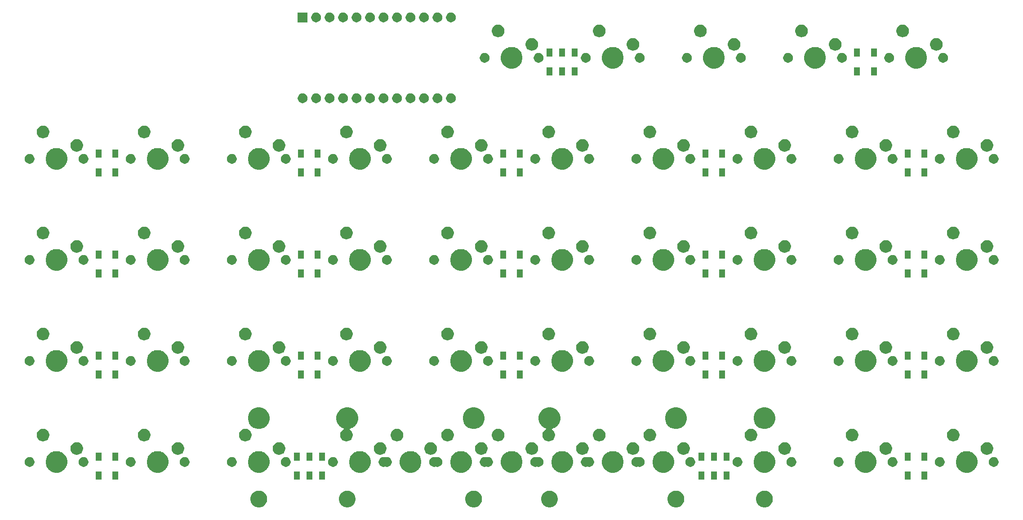
<source format=gts>
G04 #@! TF.GenerationSoftware,KiCad,Pcbnew,(5.1.4)-1*
G04 #@! TF.CreationDate,2021-09-01T13:47:46-10:00*
G04 #@! TF.ProjectId,oya45,6f796134-352e-46b6-9963-61645f706362,rev?*
G04 #@! TF.SameCoordinates,Original*
G04 #@! TF.FileFunction,Soldermask,Top*
G04 #@! TF.FilePolarity,Negative*
%FSLAX46Y46*%
G04 Gerber Fmt 4.6, Leading zero omitted, Abs format (unit mm)*
G04 Created by KiCad (PCBNEW (5.1.4)-1) date 2021-09-01 13:47:46*
%MOMM*%
%LPD*%
G04 APERTURE LIST*
%ADD10C,0.100000*%
G04 APERTURE END LIST*
D10*
G36*
X190807267Y-119740263D02*
G01*
X190959411Y-119770526D01*
X191078137Y-119819704D01*
X191246041Y-119889252D01*
X191246042Y-119889253D01*
X191504004Y-120061617D01*
X191723383Y-120280996D01*
X191838553Y-120453361D01*
X191895748Y-120538959D01*
X192014474Y-120825590D01*
X192075000Y-121129875D01*
X192075000Y-121440125D01*
X192014474Y-121744410D01*
X191895748Y-122031041D01*
X191895747Y-122031042D01*
X191723383Y-122289004D01*
X191504004Y-122508383D01*
X191331639Y-122623553D01*
X191246041Y-122680748D01*
X191078137Y-122750296D01*
X190959411Y-122799474D01*
X190655125Y-122860000D01*
X190344875Y-122860000D01*
X190040589Y-122799474D01*
X189921863Y-122750296D01*
X189753959Y-122680748D01*
X189668361Y-122623553D01*
X189495996Y-122508383D01*
X189276617Y-122289004D01*
X189104253Y-122031042D01*
X189104252Y-122031041D01*
X188985526Y-121744410D01*
X188925000Y-121440125D01*
X188925000Y-121129875D01*
X188985526Y-120825590D01*
X189104252Y-120538959D01*
X189161447Y-120453361D01*
X189276617Y-120280996D01*
X189495996Y-120061617D01*
X189753958Y-119889253D01*
X189753959Y-119889252D01*
X189921863Y-119819704D01*
X190040589Y-119770526D01*
X190192733Y-119740263D01*
X190344875Y-119710000D01*
X190655125Y-119710000D01*
X190807267Y-119740263D01*
X190807267Y-119740263D01*
G37*
G36*
X174138517Y-119740263D02*
G01*
X174290661Y-119770526D01*
X174409387Y-119819704D01*
X174577291Y-119889252D01*
X174577292Y-119889253D01*
X174835254Y-120061617D01*
X175054633Y-120280996D01*
X175169803Y-120453361D01*
X175226998Y-120538959D01*
X175345724Y-120825590D01*
X175406250Y-121129875D01*
X175406250Y-121440125D01*
X175345724Y-121744410D01*
X175226998Y-122031041D01*
X175226997Y-122031042D01*
X175054633Y-122289004D01*
X174835254Y-122508383D01*
X174662889Y-122623553D01*
X174577291Y-122680748D01*
X174409387Y-122750296D01*
X174290661Y-122799474D01*
X173986375Y-122860000D01*
X173676125Y-122860000D01*
X173371839Y-122799474D01*
X173253113Y-122750296D01*
X173085209Y-122680748D01*
X172999611Y-122623553D01*
X172827246Y-122508383D01*
X172607867Y-122289004D01*
X172435503Y-122031042D01*
X172435502Y-122031041D01*
X172316776Y-121744410D01*
X172256250Y-121440125D01*
X172256250Y-121129875D01*
X172316776Y-120825590D01*
X172435502Y-120538959D01*
X172492697Y-120453361D01*
X172607867Y-120280996D01*
X172827246Y-120061617D01*
X173085208Y-119889253D01*
X173085209Y-119889252D01*
X173253113Y-119819704D01*
X173371839Y-119770526D01*
X173523983Y-119740263D01*
X173676125Y-119710000D01*
X173986375Y-119710000D01*
X174138517Y-119740263D01*
X174138517Y-119740263D01*
G37*
G36*
X95557267Y-119740263D02*
G01*
X95709411Y-119770526D01*
X95828137Y-119819704D01*
X95996041Y-119889252D01*
X95996042Y-119889253D01*
X96254004Y-120061617D01*
X96473383Y-120280996D01*
X96588553Y-120453361D01*
X96645748Y-120538959D01*
X96764474Y-120825590D01*
X96825000Y-121129875D01*
X96825000Y-121440125D01*
X96764474Y-121744410D01*
X96645748Y-122031041D01*
X96645747Y-122031042D01*
X96473383Y-122289004D01*
X96254004Y-122508383D01*
X96081639Y-122623553D01*
X95996041Y-122680748D01*
X95828137Y-122750296D01*
X95709411Y-122799474D01*
X95405125Y-122860000D01*
X95094875Y-122860000D01*
X94790589Y-122799474D01*
X94671863Y-122750296D01*
X94503959Y-122680748D01*
X94418361Y-122623553D01*
X94245996Y-122508383D01*
X94026617Y-122289004D01*
X93854253Y-122031042D01*
X93854252Y-122031041D01*
X93735526Y-121744410D01*
X93675000Y-121440125D01*
X93675000Y-121129875D01*
X93735526Y-120825590D01*
X93854252Y-120538959D01*
X93911447Y-120453361D01*
X94026617Y-120280996D01*
X94245996Y-120061617D01*
X94503958Y-119889253D01*
X94503959Y-119889252D01*
X94671863Y-119819704D01*
X94790589Y-119770526D01*
X94942733Y-119740263D01*
X95094875Y-119710000D01*
X95405125Y-119710000D01*
X95557267Y-119740263D01*
X95557267Y-119740263D01*
G37*
G36*
X136038517Y-119740263D02*
G01*
X136190661Y-119770526D01*
X136309387Y-119819704D01*
X136477291Y-119889252D01*
X136477292Y-119889253D01*
X136735254Y-120061617D01*
X136954633Y-120280996D01*
X137069803Y-120453361D01*
X137126998Y-120538959D01*
X137245724Y-120825590D01*
X137306250Y-121129875D01*
X137306250Y-121440125D01*
X137245724Y-121744410D01*
X137126998Y-122031041D01*
X137126997Y-122031042D01*
X136954633Y-122289004D01*
X136735254Y-122508383D01*
X136562889Y-122623553D01*
X136477291Y-122680748D01*
X136309387Y-122750296D01*
X136190661Y-122799474D01*
X135886375Y-122860000D01*
X135576125Y-122860000D01*
X135271839Y-122799474D01*
X135153113Y-122750296D01*
X134985209Y-122680748D01*
X134899611Y-122623553D01*
X134727246Y-122508383D01*
X134507867Y-122289004D01*
X134335503Y-122031042D01*
X134335502Y-122031041D01*
X134216776Y-121744410D01*
X134156250Y-121440125D01*
X134156250Y-121129875D01*
X134216776Y-120825590D01*
X134335502Y-120538959D01*
X134392697Y-120453361D01*
X134507867Y-120280996D01*
X134727246Y-120061617D01*
X134985208Y-119889253D01*
X134985209Y-119889252D01*
X135153113Y-119819704D01*
X135271839Y-119770526D01*
X135423983Y-119740263D01*
X135576125Y-119710000D01*
X135886375Y-119710000D01*
X136038517Y-119740263D01*
X136038517Y-119740263D01*
G37*
G36*
X150326017Y-119740263D02*
G01*
X150478161Y-119770526D01*
X150596887Y-119819704D01*
X150764791Y-119889252D01*
X150764792Y-119889253D01*
X151022754Y-120061617D01*
X151242133Y-120280996D01*
X151357303Y-120453361D01*
X151414498Y-120538959D01*
X151533224Y-120825590D01*
X151593750Y-121129875D01*
X151593750Y-121440125D01*
X151533224Y-121744410D01*
X151414498Y-122031041D01*
X151414497Y-122031042D01*
X151242133Y-122289004D01*
X151022754Y-122508383D01*
X150850389Y-122623553D01*
X150764791Y-122680748D01*
X150596887Y-122750296D01*
X150478161Y-122799474D01*
X150173875Y-122860000D01*
X149863625Y-122860000D01*
X149559339Y-122799474D01*
X149440613Y-122750296D01*
X149272709Y-122680748D01*
X149187111Y-122623553D01*
X149014746Y-122508383D01*
X148795367Y-122289004D01*
X148623003Y-122031042D01*
X148623002Y-122031041D01*
X148504276Y-121744410D01*
X148443750Y-121440125D01*
X148443750Y-121129875D01*
X148504276Y-120825590D01*
X148623002Y-120538959D01*
X148680197Y-120453361D01*
X148795367Y-120280996D01*
X149014746Y-120061617D01*
X149272708Y-119889253D01*
X149272709Y-119889252D01*
X149440613Y-119819704D01*
X149559339Y-119770526D01*
X149711483Y-119740263D01*
X149863625Y-119710000D01*
X150173875Y-119710000D01*
X150326017Y-119740263D01*
X150326017Y-119740263D01*
G37*
G36*
X112226017Y-119740263D02*
G01*
X112378161Y-119770526D01*
X112496887Y-119819704D01*
X112664791Y-119889252D01*
X112664792Y-119889253D01*
X112922754Y-120061617D01*
X113142133Y-120280996D01*
X113257303Y-120453361D01*
X113314498Y-120538959D01*
X113433224Y-120825590D01*
X113493750Y-121129875D01*
X113493750Y-121440125D01*
X113433224Y-121744410D01*
X113314498Y-122031041D01*
X113314497Y-122031042D01*
X113142133Y-122289004D01*
X112922754Y-122508383D01*
X112750389Y-122623553D01*
X112664791Y-122680748D01*
X112496887Y-122750296D01*
X112378161Y-122799474D01*
X112073875Y-122860000D01*
X111763625Y-122860000D01*
X111459339Y-122799474D01*
X111340613Y-122750296D01*
X111172709Y-122680748D01*
X111087111Y-122623553D01*
X110914746Y-122508383D01*
X110695367Y-122289004D01*
X110523003Y-122031042D01*
X110523002Y-122031041D01*
X110404276Y-121744410D01*
X110343750Y-121440125D01*
X110343750Y-121129875D01*
X110404276Y-120825590D01*
X110523002Y-120538959D01*
X110580197Y-120453361D01*
X110695367Y-120280996D01*
X110914746Y-120061617D01*
X111172708Y-119889253D01*
X111172709Y-119889252D01*
X111340613Y-119819704D01*
X111459339Y-119770526D01*
X111611483Y-119740263D01*
X111763625Y-119710000D01*
X112073875Y-119710000D01*
X112226017Y-119740263D01*
X112226017Y-119740263D01*
G37*
G36*
X105326000Y-117619750D02*
G01*
X104224000Y-117619750D01*
X104224000Y-116117750D01*
X105326000Y-116117750D01*
X105326000Y-117619750D01*
X105326000Y-117619750D01*
G37*
G36*
X65638500Y-117619750D02*
G01*
X64536500Y-117619750D01*
X64536500Y-116117750D01*
X65638500Y-116117750D01*
X65638500Y-117619750D01*
X65638500Y-117619750D01*
G37*
G36*
X102944750Y-117619750D02*
G01*
X101842750Y-117619750D01*
X101842750Y-116117750D01*
X102944750Y-116117750D01*
X102944750Y-117619750D01*
X102944750Y-117619750D01*
G37*
G36*
X107707250Y-117619750D02*
G01*
X106605250Y-117619750D01*
X106605250Y-116117750D01*
X107707250Y-116117750D01*
X107707250Y-117619750D01*
X107707250Y-117619750D01*
G37*
G36*
X179144750Y-117619750D02*
G01*
X178042750Y-117619750D01*
X178042750Y-116117750D01*
X179144750Y-116117750D01*
X179144750Y-117619750D01*
X179144750Y-117619750D01*
G37*
G36*
X181526000Y-117619750D02*
G01*
X180424000Y-117619750D01*
X180424000Y-116117750D01*
X181526000Y-116117750D01*
X181526000Y-117619750D01*
X181526000Y-117619750D01*
G37*
G36*
X183907250Y-117619750D02*
G01*
X182805250Y-117619750D01*
X182805250Y-116117750D01*
X183907250Y-116117750D01*
X183907250Y-117619750D01*
X183907250Y-117619750D01*
G37*
G36*
X218038500Y-117619750D02*
G01*
X216936500Y-117619750D01*
X216936500Y-116117750D01*
X218038500Y-116117750D01*
X218038500Y-117619750D01*
X218038500Y-117619750D01*
G37*
G36*
X221213500Y-117619750D02*
G01*
X220111500Y-117619750D01*
X220111500Y-116117750D01*
X221213500Y-116117750D01*
X221213500Y-117619750D01*
X221213500Y-117619750D01*
G37*
G36*
X68813500Y-117619750D02*
G01*
X67711500Y-117619750D01*
X67711500Y-116117750D01*
X68813500Y-116117750D01*
X68813500Y-117619750D01*
X68813500Y-117619750D01*
G37*
G36*
X114896474Y-112333684D02*
G01*
X115114474Y-112423983D01*
X115268623Y-112487833D01*
X115603548Y-112711623D01*
X115888377Y-112996452D01*
X116112167Y-113331377D01*
X116147433Y-113416518D01*
X116266316Y-113703526D01*
X116344900Y-114098594D01*
X116344900Y-114501406D01*
X116266316Y-114896474D01*
X116215451Y-115019272D01*
X116112167Y-115268623D01*
X115888377Y-115603548D01*
X115603548Y-115888377D01*
X115268623Y-116112167D01*
X115114474Y-116176017D01*
X114896474Y-116266316D01*
X114501406Y-116344900D01*
X114098594Y-116344900D01*
X113703526Y-116266316D01*
X113485526Y-116176017D01*
X113331377Y-116112167D01*
X112996452Y-115888377D01*
X112711623Y-115603548D01*
X112487833Y-115268623D01*
X112384549Y-115019272D01*
X112333684Y-114896474D01*
X112255100Y-114501406D01*
X112255100Y-114098594D01*
X112333684Y-113703526D01*
X112452567Y-113416518D01*
X112487833Y-113331377D01*
X112711623Y-112996452D01*
X112996452Y-112711623D01*
X113331377Y-112487833D01*
X113485526Y-112423983D01*
X113703526Y-112333684D01*
X114098594Y-112255100D01*
X114501406Y-112255100D01*
X114896474Y-112333684D01*
X114896474Y-112333684D01*
G37*
G36*
X172046474Y-112333684D02*
G01*
X172264474Y-112423983D01*
X172418623Y-112487833D01*
X172753548Y-112711623D01*
X173038377Y-112996452D01*
X173262167Y-113331377D01*
X173297433Y-113416518D01*
X173416316Y-113703526D01*
X173494900Y-114098594D01*
X173494900Y-114501406D01*
X173416316Y-114896474D01*
X173365451Y-115019272D01*
X173262167Y-115268623D01*
X173038377Y-115603548D01*
X172753548Y-115888377D01*
X172418623Y-116112167D01*
X172264474Y-116176017D01*
X172046474Y-116266316D01*
X171651406Y-116344900D01*
X171248594Y-116344900D01*
X170853526Y-116266316D01*
X170635526Y-116176017D01*
X170481377Y-116112167D01*
X170146452Y-115888377D01*
X169861623Y-115603548D01*
X169637833Y-115268623D01*
X169534549Y-115019272D01*
X169483684Y-114896474D01*
X169405100Y-114501406D01*
X169405100Y-114098594D01*
X169483684Y-113703526D01*
X169602567Y-113416518D01*
X169637833Y-113331377D01*
X169861623Y-112996452D01*
X170146452Y-112711623D01*
X170481377Y-112487833D01*
X170635526Y-112423983D01*
X170853526Y-112333684D01*
X171248594Y-112255100D01*
X171651406Y-112255100D01*
X172046474Y-112333684D01*
X172046474Y-112333684D01*
G37*
G36*
X57746474Y-112333684D02*
G01*
X57964474Y-112423983D01*
X58118623Y-112487833D01*
X58453548Y-112711623D01*
X58738377Y-112996452D01*
X58962167Y-113331377D01*
X58997433Y-113416518D01*
X59116316Y-113703526D01*
X59194900Y-114098594D01*
X59194900Y-114501406D01*
X59116316Y-114896474D01*
X59065451Y-115019272D01*
X58962167Y-115268623D01*
X58738377Y-115603548D01*
X58453548Y-115888377D01*
X58118623Y-116112167D01*
X57964474Y-116176017D01*
X57746474Y-116266316D01*
X57351406Y-116344900D01*
X56948594Y-116344900D01*
X56553526Y-116266316D01*
X56335526Y-116176017D01*
X56181377Y-116112167D01*
X55846452Y-115888377D01*
X55561623Y-115603548D01*
X55337833Y-115268623D01*
X55234549Y-115019272D01*
X55183684Y-114896474D01*
X55105100Y-114501406D01*
X55105100Y-114098594D01*
X55183684Y-113703526D01*
X55302567Y-113416518D01*
X55337833Y-113331377D01*
X55561623Y-112996452D01*
X55846452Y-112711623D01*
X56181377Y-112487833D01*
X56335526Y-112423983D01*
X56553526Y-112333684D01*
X56948594Y-112255100D01*
X57351406Y-112255100D01*
X57746474Y-112333684D01*
X57746474Y-112333684D01*
G37*
G36*
X76796474Y-112333684D02*
G01*
X77014474Y-112423983D01*
X77168623Y-112487833D01*
X77503548Y-112711623D01*
X77788377Y-112996452D01*
X78012167Y-113331377D01*
X78047433Y-113416518D01*
X78166316Y-113703526D01*
X78244900Y-114098594D01*
X78244900Y-114501406D01*
X78166316Y-114896474D01*
X78115451Y-115019272D01*
X78012167Y-115268623D01*
X77788377Y-115603548D01*
X77503548Y-115888377D01*
X77168623Y-116112167D01*
X77014474Y-116176017D01*
X76796474Y-116266316D01*
X76401406Y-116344900D01*
X75998594Y-116344900D01*
X75603526Y-116266316D01*
X75385526Y-116176017D01*
X75231377Y-116112167D01*
X74896452Y-115888377D01*
X74611623Y-115603548D01*
X74387833Y-115268623D01*
X74284549Y-115019272D01*
X74233684Y-114896474D01*
X74155100Y-114501406D01*
X74155100Y-114098594D01*
X74233684Y-113703526D01*
X74352567Y-113416518D01*
X74387833Y-113331377D01*
X74611623Y-112996452D01*
X74896452Y-112711623D01*
X75231377Y-112487833D01*
X75385526Y-112423983D01*
X75603526Y-112333684D01*
X75998594Y-112255100D01*
X76401406Y-112255100D01*
X76796474Y-112333684D01*
X76796474Y-112333684D01*
G37*
G36*
X162521474Y-112333684D02*
G01*
X162739474Y-112423983D01*
X162893623Y-112487833D01*
X163228548Y-112711623D01*
X163513377Y-112996452D01*
X163737167Y-113331377D01*
X163772433Y-113416518D01*
X163891316Y-113703526D01*
X163969900Y-114098594D01*
X163969900Y-114501406D01*
X163891316Y-114896474D01*
X163840451Y-115019272D01*
X163737167Y-115268623D01*
X163513377Y-115603548D01*
X163228548Y-115888377D01*
X162893623Y-116112167D01*
X162739474Y-116176017D01*
X162521474Y-116266316D01*
X162126406Y-116344900D01*
X161723594Y-116344900D01*
X161328526Y-116266316D01*
X161110526Y-116176017D01*
X160956377Y-116112167D01*
X160621452Y-115888377D01*
X160336623Y-115603548D01*
X160112833Y-115268623D01*
X160009549Y-115019272D01*
X159958684Y-114896474D01*
X159880100Y-114501406D01*
X159880100Y-114098594D01*
X159958684Y-113703526D01*
X160077567Y-113416518D01*
X160112833Y-113331377D01*
X160336623Y-112996452D01*
X160621452Y-112711623D01*
X160956377Y-112487833D01*
X161110526Y-112423983D01*
X161328526Y-112333684D01*
X161723594Y-112255100D01*
X162126406Y-112255100D01*
X162521474Y-112333684D01*
X162521474Y-112333684D01*
G37*
G36*
X133946474Y-112333684D02*
G01*
X134164474Y-112423983D01*
X134318623Y-112487833D01*
X134653548Y-112711623D01*
X134938377Y-112996452D01*
X135162167Y-113331377D01*
X135197433Y-113416518D01*
X135316316Y-113703526D01*
X135394900Y-114098594D01*
X135394900Y-114501406D01*
X135316316Y-114896474D01*
X135265451Y-115019272D01*
X135162167Y-115268623D01*
X134938377Y-115603548D01*
X134653548Y-115888377D01*
X134318623Y-116112167D01*
X134164474Y-116176017D01*
X133946474Y-116266316D01*
X133551406Y-116344900D01*
X133148594Y-116344900D01*
X132753526Y-116266316D01*
X132535526Y-116176017D01*
X132381377Y-116112167D01*
X132046452Y-115888377D01*
X131761623Y-115603548D01*
X131537833Y-115268623D01*
X131434549Y-115019272D01*
X131383684Y-114896474D01*
X131305100Y-114501406D01*
X131305100Y-114098594D01*
X131383684Y-113703526D01*
X131502567Y-113416518D01*
X131537833Y-113331377D01*
X131761623Y-112996452D01*
X132046452Y-112711623D01*
X132381377Y-112487833D01*
X132535526Y-112423983D01*
X132753526Y-112333684D01*
X133148594Y-112255100D01*
X133551406Y-112255100D01*
X133946474Y-112333684D01*
X133946474Y-112333684D01*
G37*
G36*
X95846474Y-112333684D02*
G01*
X96064474Y-112423983D01*
X96218623Y-112487833D01*
X96553548Y-112711623D01*
X96838377Y-112996452D01*
X97062167Y-113331377D01*
X97097433Y-113416518D01*
X97216316Y-113703526D01*
X97294900Y-114098594D01*
X97294900Y-114501406D01*
X97216316Y-114896474D01*
X97165451Y-115019272D01*
X97062167Y-115268623D01*
X96838377Y-115603548D01*
X96553548Y-115888377D01*
X96218623Y-116112167D01*
X96064474Y-116176017D01*
X95846474Y-116266316D01*
X95451406Y-116344900D01*
X95048594Y-116344900D01*
X94653526Y-116266316D01*
X94435526Y-116176017D01*
X94281377Y-116112167D01*
X93946452Y-115888377D01*
X93661623Y-115603548D01*
X93437833Y-115268623D01*
X93334549Y-115019272D01*
X93283684Y-114896474D01*
X93205100Y-114501406D01*
X93205100Y-114098594D01*
X93283684Y-113703526D01*
X93402567Y-113416518D01*
X93437833Y-113331377D01*
X93661623Y-112996452D01*
X93946452Y-112711623D01*
X94281377Y-112487833D01*
X94435526Y-112423983D01*
X94653526Y-112333684D01*
X95048594Y-112255100D01*
X95451406Y-112255100D01*
X95846474Y-112333684D01*
X95846474Y-112333684D01*
G37*
G36*
X124421474Y-112333684D02*
G01*
X124639474Y-112423983D01*
X124793623Y-112487833D01*
X125128548Y-112711623D01*
X125413377Y-112996452D01*
X125637167Y-113331377D01*
X125672433Y-113416518D01*
X125791316Y-113703526D01*
X125869900Y-114098594D01*
X125869900Y-114501406D01*
X125791316Y-114896474D01*
X125740451Y-115019272D01*
X125637167Y-115268623D01*
X125413377Y-115603548D01*
X125128548Y-115888377D01*
X124793623Y-116112167D01*
X124639474Y-116176017D01*
X124421474Y-116266316D01*
X124026406Y-116344900D01*
X123623594Y-116344900D01*
X123228526Y-116266316D01*
X123010526Y-116176017D01*
X122856377Y-116112167D01*
X122521452Y-115888377D01*
X122236623Y-115603548D01*
X122012833Y-115268623D01*
X121909549Y-115019272D01*
X121858684Y-114896474D01*
X121780100Y-114501406D01*
X121780100Y-114098594D01*
X121858684Y-113703526D01*
X121977567Y-113416518D01*
X122012833Y-113331377D01*
X122236623Y-112996452D01*
X122521452Y-112711623D01*
X122856377Y-112487833D01*
X123010526Y-112423983D01*
X123228526Y-112333684D01*
X123623594Y-112255100D01*
X124026406Y-112255100D01*
X124421474Y-112333684D01*
X124421474Y-112333684D01*
G37*
G36*
X152996474Y-112333684D02*
G01*
X153214474Y-112423983D01*
X153368623Y-112487833D01*
X153703548Y-112711623D01*
X153988377Y-112996452D01*
X154212167Y-113331377D01*
X154247433Y-113416518D01*
X154366316Y-113703526D01*
X154444900Y-114098594D01*
X154444900Y-114501406D01*
X154366316Y-114896474D01*
X154315451Y-115019272D01*
X154212167Y-115268623D01*
X153988377Y-115603548D01*
X153703548Y-115888377D01*
X153368623Y-116112167D01*
X153214474Y-116176017D01*
X152996474Y-116266316D01*
X152601406Y-116344900D01*
X152198594Y-116344900D01*
X151803526Y-116266316D01*
X151585526Y-116176017D01*
X151431377Y-116112167D01*
X151096452Y-115888377D01*
X150811623Y-115603548D01*
X150587833Y-115268623D01*
X150484549Y-115019272D01*
X150433684Y-114896474D01*
X150355100Y-114501406D01*
X150355100Y-114098594D01*
X150433684Y-113703526D01*
X150552567Y-113416518D01*
X150587833Y-113331377D01*
X150811623Y-112996452D01*
X151096452Y-112711623D01*
X151431377Y-112487833D01*
X151585526Y-112423983D01*
X151803526Y-112333684D01*
X152198594Y-112255100D01*
X152601406Y-112255100D01*
X152996474Y-112333684D01*
X152996474Y-112333684D01*
G37*
G36*
X143471474Y-112333684D02*
G01*
X143689474Y-112423983D01*
X143843623Y-112487833D01*
X144178548Y-112711623D01*
X144463377Y-112996452D01*
X144687167Y-113331377D01*
X144722433Y-113416518D01*
X144841316Y-113703526D01*
X144919900Y-114098594D01*
X144919900Y-114501406D01*
X144841316Y-114896474D01*
X144790451Y-115019272D01*
X144687167Y-115268623D01*
X144463377Y-115603548D01*
X144178548Y-115888377D01*
X143843623Y-116112167D01*
X143689474Y-116176017D01*
X143471474Y-116266316D01*
X143076406Y-116344900D01*
X142673594Y-116344900D01*
X142278526Y-116266316D01*
X142060526Y-116176017D01*
X141906377Y-116112167D01*
X141571452Y-115888377D01*
X141286623Y-115603548D01*
X141062833Y-115268623D01*
X140959549Y-115019272D01*
X140908684Y-114896474D01*
X140830100Y-114501406D01*
X140830100Y-114098594D01*
X140908684Y-113703526D01*
X141027567Y-113416518D01*
X141062833Y-113331377D01*
X141286623Y-112996452D01*
X141571452Y-112711623D01*
X141906377Y-112487833D01*
X142060526Y-112423983D01*
X142278526Y-112333684D01*
X142673594Y-112255100D01*
X143076406Y-112255100D01*
X143471474Y-112333684D01*
X143471474Y-112333684D01*
G37*
G36*
X229196474Y-112333684D02*
G01*
X229414474Y-112423983D01*
X229568623Y-112487833D01*
X229903548Y-112711623D01*
X230188377Y-112996452D01*
X230412167Y-113331377D01*
X230447433Y-113416518D01*
X230566316Y-113703526D01*
X230644900Y-114098594D01*
X230644900Y-114501406D01*
X230566316Y-114896474D01*
X230515451Y-115019272D01*
X230412167Y-115268623D01*
X230188377Y-115603548D01*
X229903548Y-115888377D01*
X229568623Y-116112167D01*
X229414474Y-116176017D01*
X229196474Y-116266316D01*
X228801406Y-116344900D01*
X228398594Y-116344900D01*
X228003526Y-116266316D01*
X227785526Y-116176017D01*
X227631377Y-116112167D01*
X227296452Y-115888377D01*
X227011623Y-115603548D01*
X226787833Y-115268623D01*
X226684549Y-115019272D01*
X226633684Y-114896474D01*
X226555100Y-114501406D01*
X226555100Y-114098594D01*
X226633684Y-113703526D01*
X226752567Y-113416518D01*
X226787833Y-113331377D01*
X227011623Y-112996452D01*
X227296452Y-112711623D01*
X227631377Y-112487833D01*
X227785526Y-112423983D01*
X228003526Y-112333684D01*
X228398594Y-112255100D01*
X228801406Y-112255100D01*
X229196474Y-112333684D01*
X229196474Y-112333684D01*
G37*
G36*
X210146474Y-112333684D02*
G01*
X210364474Y-112423983D01*
X210518623Y-112487833D01*
X210853548Y-112711623D01*
X211138377Y-112996452D01*
X211362167Y-113331377D01*
X211397433Y-113416518D01*
X211516316Y-113703526D01*
X211594900Y-114098594D01*
X211594900Y-114501406D01*
X211516316Y-114896474D01*
X211465451Y-115019272D01*
X211362167Y-115268623D01*
X211138377Y-115603548D01*
X210853548Y-115888377D01*
X210518623Y-116112167D01*
X210364474Y-116176017D01*
X210146474Y-116266316D01*
X209751406Y-116344900D01*
X209348594Y-116344900D01*
X208953526Y-116266316D01*
X208735526Y-116176017D01*
X208581377Y-116112167D01*
X208246452Y-115888377D01*
X207961623Y-115603548D01*
X207737833Y-115268623D01*
X207634549Y-115019272D01*
X207583684Y-114896474D01*
X207505100Y-114501406D01*
X207505100Y-114098594D01*
X207583684Y-113703526D01*
X207702567Y-113416518D01*
X207737833Y-113331377D01*
X207961623Y-112996452D01*
X208246452Y-112711623D01*
X208581377Y-112487833D01*
X208735526Y-112423983D01*
X208953526Y-112333684D01*
X209348594Y-112255100D01*
X209751406Y-112255100D01*
X210146474Y-112333684D01*
X210146474Y-112333684D01*
G37*
G36*
X191096474Y-112333684D02*
G01*
X191314474Y-112423983D01*
X191468623Y-112487833D01*
X191803548Y-112711623D01*
X192088377Y-112996452D01*
X192312167Y-113331377D01*
X192347433Y-113416518D01*
X192466316Y-113703526D01*
X192544900Y-114098594D01*
X192544900Y-114501406D01*
X192466316Y-114896474D01*
X192415451Y-115019272D01*
X192312167Y-115268623D01*
X192088377Y-115603548D01*
X191803548Y-115888377D01*
X191468623Y-116112167D01*
X191314474Y-116176017D01*
X191096474Y-116266316D01*
X190701406Y-116344900D01*
X190298594Y-116344900D01*
X189903526Y-116266316D01*
X189685526Y-116176017D01*
X189531377Y-116112167D01*
X189196452Y-115888377D01*
X188911623Y-115603548D01*
X188687833Y-115268623D01*
X188584549Y-115019272D01*
X188533684Y-114896474D01*
X188455100Y-114501406D01*
X188455100Y-114098594D01*
X188533684Y-113703526D01*
X188652567Y-113416518D01*
X188687833Y-113331377D01*
X188911623Y-112996452D01*
X189196452Y-112711623D01*
X189531377Y-112487833D01*
X189685526Y-112423983D01*
X189903526Y-112333684D01*
X190298594Y-112255100D01*
X190701406Y-112255100D01*
X191096474Y-112333684D01*
X191096474Y-112333684D01*
G37*
G36*
X119015104Y-113409585D02*
G01*
X119015110Y-113409588D01*
X119015565Y-113409678D01*
X119038118Y-113416518D01*
X119062504Y-113418919D01*
X119086890Y-113416516D01*
X119109435Y-113409678D01*
X119109890Y-113409588D01*
X119109896Y-113409585D01*
X119288797Y-113374000D01*
X119471203Y-113374000D01*
X119650104Y-113409585D01*
X119818626Y-113479389D01*
X119970291Y-113580728D01*
X120099272Y-113709709D01*
X120200611Y-113861374D01*
X120270415Y-114029896D01*
X120306000Y-114208797D01*
X120306000Y-114391203D01*
X120270415Y-114570104D01*
X120200611Y-114738626D01*
X120099272Y-114890291D01*
X119970291Y-115019272D01*
X119818626Y-115120611D01*
X119650104Y-115190415D01*
X119471203Y-115226000D01*
X119288797Y-115226000D01*
X119109896Y-115190415D01*
X119109890Y-115190412D01*
X119109435Y-115190322D01*
X119086882Y-115183482D01*
X119062496Y-115181081D01*
X119038110Y-115183484D01*
X119015565Y-115190322D01*
X119015110Y-115190412D01*
X119015104Y-115190415D01*
X118836203Y-115226000D01*
X118653797Y-115226000D01*
X118474896Y-115190415D01*
X118306374Y-115120611D01*
X118154709Y-115019272D01*
X118025728Y-114890291D01*
X117924389Y-114738626D01*
X117854585Y-114570104D01*
X117819000Y-114391203D01*
X117819000Y-114208797D01*
X117854585Y-114029896D01*
X117924389Y-113861374D01*
X118025728Y-113709709D01*
X118154709Y-113580728D01*
X118306374Y-113479389D01*
X118474896Y-113409585D01*
X118653797Y-113374000D01*
X118836203Y-113374000D01*
X119015104Y-113409585D01*
X119015104Y-113409585D01*
G37*
G36*
X90440104Y-113409585D02*
G01*
X90608626Y-113479389D01*
X90760291Y-113580728D01*
X90889272Y-113709709D01*
X90990611Y-113861374D01*
X91060415Y-114029896D01*
X91096000Y-114208797D01*
X91096000Y-114391203D01*
X91060415Y-114570104D01*
X90990611Y-114738626D01*
X90889272Y-114890291D01*
X90760291Y-115019272D01*
X90608626Y-115120611D01*
X90440104Y-115190415D01*
X90261203Y-115226000D01*
X90078797Y-115226000D01*
X89899896Y-115190415D01*
X89731374Y-115120611D01*
X89579709Y-115019272D01*
X89450728Y-114890291D01*
X89349389Y-114738626D01*
X89279585Y-114570104D01*
X89244000Y-114391203D01*
X89244000Y-114208797D01*
X89279585Y-114029896D01*
X89349389Y-113861374D01*
X89450728Y-113709709D01*
X89579709Y-113580728D01*
X89731374Y-113479389D01*
X89899896Y-113409585D01*
X90078797Y-113374000D01*
X90261203Y-113374000D01*
X90440104Y-113409585D01*
X90440104Y-113409585D01*
G37*
G36*
X81550104Y-113409585D02*
G01*
X81718626Y-113479389D01*
X81870291Y-113580728D01*
X81999272Y-113709709D01*
X82100611Y-113861374D01*
X82170415Y-114029896D01*
X82206000Y-114208797D01*
X82206000Y-114391203D01*
X82170415Y-114570104D01*
X82100611Y-114738626D01*
X81999272Y-114890291D01*
X81870291Y-115019272D01*
X81718626Y-115120611D01*
X81550104Y-115190415D01*
X81371203Y-115226000D01*
X81188797Y-115226000D01*
X81009896Y-115190415D01*
X80841374Y-115120611D01*
X80689709Y-115019272D01*
X80560728Y-114890291D01*
X80459389Y-114738626D01*
X80389585Y-114570104D01*
X80354000Y-114391203D01*
X80354000Y-114208797D01*
X80389585Y-114029896D01*
X80459389Y-113861374D01*
X80560728Y-113709709D01*
X80689709Y-113580728D01*
X80841374Y-113479389D01*
X81009896Y-113409585D01*
X81188797Y-113374000D01*
X81371203Y-113374000D01*
X81550104Y-113409585D01*
X81550104Y-113409585D01*
G37*
G36*
X52340104Y-113409585D02*
G01*
X52508626Y-113479389D01*
X52660291Y-113580728D01*
X52789272Y-113709709D01*
X52890611Y-113861374D01*
X52960415Y-114029896D01*
X52996000Y-114208797D01*
X52996000Y-114391203D01*
X52960415Y-114570104D01*
X52890611Y-114738626D01*
X52789272Y-114890291D01*
X52660291Y-115019272D01*
X52508626Y-115120611D01*
X52340104Y-115190415D01*
X52161203Y-115226000D01*
X51978797Y-115226000D01*
X51799896Y-115190415D01*
X51631374Y-115120611D01*
X51479709Y-115019272D01*
X51350728Y-114890291D01*
X51249389Y-114738626D01*
X51179585Y-114570104D01*
X51144000Y-114391203D01*
X51144000Y-114208797D01*
X51179585Y-114029896D01*
X51249389Y-113861374D01*
X51350728Y-113709709D01*
X51479709Y-113580728D01*
X51631374Y-113479389D01*
X51799896Y-113409585D01*
X51978797Y-113374000D01*
X52161203Y-113374000D01*
X52340104Y-113409585D01*
X52340104Y-113409585D01*
G37*
G36*
X62500104Y-113409585D02*
G01*
X62668626Y-113479389D01*
X62820291Y-113580728D01*
X62949272Y-113709709D01*
X63050611Y-113861374D01*
X63120415Y-114029896D01*
X63156000Y-114208797D01*
X63156000Y-114391203D01*
X63120415Y-114570104D01*
X63050611Y-114738626D01*
X62949272Y-114890291D01*
X62820291Y-115019272D01*
X62668626Y-115120611D01*
X62500104Y-115190415D01*
X62321203Y-115226000D01*
X62138797Y-115226000D01*
X61959896Y-115190415D01*
X61791374Y-115120611D01*
X61639709Y-115019272D01*
X61510728Y-114890291D01*
X61409389Y-114738626D01*
X61339585Y-114570104D01*
X61304000Y-114391203D01*
X61304000Y-114208797D01*
X61339585Y-114029896D01*
X61409389Y-113861374D01*
X61510728Y-113709709D01*
X61639709Y-113580728D01*
X61791374Y-113479389D01*
X61959896Y-113409585D01*
X62138797Y-113374000D01*
X62321203Y-113374000D01*
X62500104Y-113409585D01*
X62500104Y-113409585D01*
G37*
G36*
X147590104Y-113409585D02*
G01*
X147590110Y-113409588D01*
X147590565Y-113409678D01*
X147613118Y-113416518D01*
X147637504Y-113418919D01*
X147661890Y-113416516D01*
X147684435Y-113409678D01*
X147684890Y-113409588D01*
X147684896Y-113409585D01*
X147863797Y-113374000D01*
X148046203Y-113374000D01*
X148225104Y-113409585D01*
X148393626Y-113479389D01*
X148545291Y-113580728D01*
X148674272Y-113709709D01*
X148775611Y-113861374D01*
X148845415Y-114029896D01*
X148881000Y-114208797D01*
X148881000Y-114391203D01*
X148845415Y-114570104D01*
X148775611Y-114738626D01*
X148674272Y-114890291D01*
X148545291Y-115019272D01*
X148393626Y-115120611D01*
X148225104Y-115190415D01*
X148046203Y-115226000D01*
X147863797Y-115226000D01*
X147684896Y-115190415D01*
X147684890Y-115190412D01*
X147684435Y-115190322D01*
X147661882Y-115183482D01*
X147637496Y-115181081D01*
X147613110Y-115183484D01*
X147590565Y-115190322D01*
X147590110Y-115190412D01*
X147590104Y-115190415D01*
X147411203Y-115226000D01*
X147228797Y-115226000D01*
X147049896Y-115190415D01*
X146881374Y-115120611D01*
X146729709Y-115019272D01*
X146600728Y-114890291D01*
X146499389Y-114738626D01*
X146429585Y-114570104D01*
X146394000Y-114391203D01*
X146394000Y-114208797D01*
X146429585Y-114029896D01*
X146499389Y-113861374D01*
X146600728Y-113709709D01*
X146729709Y-113580728D01*
X146881374Y-113479389D01*
X147049896Y-113409585D01*
X147228797Y-113374000D01*
X147411203Y-113374000D01*
X147590104Y-113409585D01*
X147590104Y-113409585D01*
G37*
G36*
X195850104Y-113409585D02*
G01*
X196018626Y-113479389D01*
X196170291Y-113580728D01*
X196299272Y-113709709D01*
X196400611Y-113861374D01*
X196470415Y-114029896D01*
X196506000Y-114208797D01*
X196506000Y-114391203D01*
X196470415Y-114570104D01*
X196400611Y-114738626D01*
X196299272Y-114890291D01*
X196170291Y-115019272D01*
X196018626Y-115120611D01*
X195850104Y-115190415D01*
X195671203Y-115226000D01*
X195488797Y-115226000D01*
X195309896Y-115190415D01*
X195141374Y-115120611D01*
X194989709Y-115019272D01*
X194860728Y-114890291D01*
X194759389Y-114738626D01*
X194689585Y-114570104D01*
X194654000Y-114391203D01*
X194654000Y-114208797D01*
X194689585Y-114029896D01*
X194759389Y-113861374D01*
X194860728Y-113709709D01*
X194989709Y-113580728D01*
X195141374Y-113479389D01*
X195309896Y-113409585D01*
X195488797Y-113374000D01*
X195671203Y-113374000D01*
X195850104Y-113409585D01*
X195850104Y-113409585D01*
G37*
G36*
X185690104Y-113409585D02*
G01*
X185858626Y-113479389D01*
X186010291Y-113580728D01*
X186139272Y-113709709D01*
X186240611Y-113861374D01*
X186310415Y-114029896D01*
X186346000Y-114208797D01*
X186346000Y-114391203D01*
X186310415Y-114570104D01*
X186240611Y-114738626D01*
X186139272Y-114890291D01*
X186010291Y-115019272D01*
X185858626Y-115120611D01*
X185690104Y-115190415D01*
X185511203Y-115226000D01*
X185328797Y-115226000D01*
X185149896Y-115190415D01*
X184981374Y-115120611D01*
X184829709Y-115019272D01*
X184700728Y-114890291D01*
X184599389Y-114738626D01*
X184529585Y-114570104D01*
X184494000Y-114391203D01*
X184494000Y-114208797D01*
X184529585Y-114029896D01*
X184599389Y-113861374D01*
X184700728Y-113709709D01*
X184829709Y-113580728D01*
X184981374Y-113479389D01*
X185149896Y-113409585D01*
X185328797Y-113374000D01*
X185511203Y-113374000D01*
X185690104Y-113409585D01*
X185690104Y-113409585D01*
G37*
G36*
X176800104Y-113409585D02*
G01*
X176968626Y-113479389D01*
X177120291Y-113580728D01*
X177249272Y-113709709D01*
X177350611Y-113861374D01*
X177420415Y-114029896D01*
X177456000Y-114208797D01*
X177456000Y-114391203D01*
X177420415Y-114570104D01*
X177350611Y-114738626D01*
X177249272Y-114890291D01*
X177120291Y-115019272D01*
X176968626Y-115120611D01*
X176800104Y-115190415D01*
X176621203Y-115226000D01*
X176438797Y-115226000D01*
X176259896Y-115190415D01*
X176091374Y-115120611D01*
X175939709Y-115019272D01*
X175810728Y-114890291D01*
X175709389Y-114738626D01*
X175639585Y-114570104D01*
X175604000Y-114391203D01*
X175604000Y-114208797D01*
X175639585Y-114029896D01*
X175709389Y-113861374D01*
X175810728Y-113709709D01*
X175939709Y-113580728D01*
X176091374Y-113479389D01*
X176259896Y-113409585D01*
X176438797Y-113374000D01*
X176621203Y-113374000D01*
X176800104Y-113409585D01*
X176800104Y-113409585D01*
G37*
G36*
X214900104Y-113409585D02*
G01*
X215068626Y-113479389D01*
X215220291Y-113580728D01*
X215349272Y-113709709D01*
X215450611Y-113861374D01*
X215520415Y-114029896D01*
X215556000Y-114208797D01*
X215556000Y-114391203D01*
X215520415Y-114570104D01*
X215450611Y-114738626D01*
X215349272Y-114890291D01*
X215220291Y-115019272D01*
X215068626Y-115120611D01*
X214900104Y-115190415D01*
X214721203Y-115226000D01*
X214538797Y-115226000D01*
X214359896Y-115190415D01*
X214191374Y-115120611D01*
X214039709Y-115019272D01*
X213910728Y-114890291D01*
X213809389Y-114738626D01*
X213739585Y-114570104D01*
X213704000Y-114391203D01*
X213704000Y-114208797D01*
X213739585Y-114029896D01*
X213809389Y-113861374D01*
X213910728Y-113709709D01*
X214039709Y-113580728D01*
X214191374Y-113479389D01*
X214359896Y-113409585D01*
X214538797Y-113374000D01*
X214721203Y-113374000D01*
X214900104Y-113409585D01*
X214900104Y-113409585D01*
G37*
G36*
X204740104Y-113409585D02*
G01*
X204908626Y-113479389D01*
X205060291Y-113580728D01*
X205189272Y-113709709D01*
X205290611Y-113861374D01*
X205360415Y-114029896D01*
X205396000Y-114208797D01*
X205396000Y-114391203D01*
X205360415Y-114570104D01*
X205290611Y-114738626D01*
X205189272Y-114890291D01*
X205060291Y-115019272D01*
X204908626Y-115120611D01*
X204740104Y-115190415D01*
X204561203Y-115226000D01*
X204378797Y-115226000D01*
X204199896Y-115190415D01*
X204031374Y-115120611D01*
X203879709Y-115019272D01*
X203750728Y-114890291D01*
X203649389Y-114738626D01*
X203579585Y-114570104D01*
X203544000Y-114391203D01*
X203544000Y-114208797D01*
X203579585Y-114029896D01*
X203649389Y-113861374D01*
X203750728Y-113709709D01*
X203879709Y-113580728D01*
X204031374Y-113479389D01*
X204199896Y-113409585D01*
X204378797Y-113374000D01*
X204561203Y-113374000D01*
X204740104Y-113409585D01*
X204740104Y-113409585D01*
G37*
G36*
X233950104Y-113409585D02*
G01*
X234118626Y-113479389D01*
X234270291Y-113580728D01*
X234399272Y-113709709D01*
X234500611Y-113861374D01*
X234570415Y-114029896D01*
X234606000Y-114208797D01*
X234606000Y-114391203D01*
X234570415Y-114570104D01*
X234500611Y-114738626D01*
X234399272Y-114890291D01*
X234270291Y-115019272D01*
X234118626Y-115120611D01*
X233950104Y-115190415D01*
X233771203Y-115226000D01*
X233588797Y-115226000D01*
X233409896Y-115190415D01*
X233241374Y-115120611D01*
X233089709Y-115019272D01*
X232960728Y-114890291D01*
X232859389Y-114738626D01*
X232789585Y-114570104D01*
X232754000Y-114391203D01*
X232754000Y-114208797D01*
X232789585Y-114029896D01*
X232859389Y-113861374D01*
X232960728Y-113709709D01*
X233089709Y-113580728D01*
X233241374Y-113479389D01*
X233409896Y-113409585D01*
X233588797Y-113374000D01*
X233771203Y-113374000D01*
X233950104Y-113409585D01*
X233950104Y-113409585D01*
G37*
G36*
X223790104Y-113409585D02*
G01*
X223958626Y-113479389D01*
X224110291Y-113580728D01*
X224239272Y-113709709D01*
X224340611Y-113861374D01*
X224410415Y-114029896D01*
X224446000Y-114208797D01*
X224446000Y-114391203D01*
X224410415Y-114570104D01*
X224340611Y-114738626D01*
X224239272Y-114890291D01*
X224110291Y-115019272D01*
X223958626Y-115120611D01*
X223790104Y-115190415D01*
X223611203Y-115226000D01*
X223428797Y-115226000D01*
X223249896Y-115190415D01*
X223081374Y-115120611D01*
X222929709Y-115019272D01*
X222800728Y-114890291D01*
X222699389Y-114738626D01*
X222629585Y-114570104D01*
X222594000Y-114391203D01*
X222594000Y-114208797D01*
X222629585Y-114029896D01*
X222699389Y-113861374D01*
X222800728Y-113709709D01*
X222929709Y-113580728D01*
X223081374Y-113479389D01*
X223249896Y-113409585D01*
X223428797Y-113374000D01*
X223611203Y-113374000D01*
X223790104Y-113409585D01*
X223790104Y-113409585D01*
G37*
G36*
X71390104Y-113409585D02*
G01*
X71558626Y-113479389D01*
X71710291Y-113580728D01*
X71839272Y-113709709D01*
X71940611Y-113861374D01*
X72010415Y-114029896D01*
X72046000Y-114208797D01*
X72046000Y-114391203D01*
X72010415Y-114570104D01*
X71940611Y-114738626D01*
X71839272Y-114890291D01*
X71710291Y-115019272D01*
X71558626Y-115120611D01*
X71390104Y-115190415D01*
X71211203Y-115226000D01*
X71028797Y-115226000D01*
X70849896Y-115190415D01*
X70681374Y-115120611D01*
X70529709Y-115019272D01*
X70400728Y-114890291D01*
X70299389Y-114738626D01*
X70229585Y-114570104D01*
X70194000Y-114391203D01*
X70194000Y-114208797D01*
X70229585Y-114029896D01*
X70299389Y-113861374D01*
X70400728Y-113709709D01*
X70529709Y-113580728D01*
X70681374Y-113479389D01*
X70849896Y-113409585D01*
X71028797Y-113374000D01*
X71211203Y-113374000D01*
X71390104Y-113409585D01*
X71390104Y-113409585D01*
G37*
G36*
X157115104Y-113409585D02*
G01*
X157115110Y-113409588D01*
X157115565Y-113409678D01*
X157138118Y-113416518D01*
X157162504Y-113418919D01*
X157186890Y-113416516D01*
X157209435Y-113409678D01*
X157209890Y-113409588D01*
X157209896Y-113409585D01*
X157388797Y-113374000D01*
X157571203Y-113374000D01*
X157750104Y-113409585D01*
X157918626Y-113479389D01*
X158070291Y-113580728D01*
X158199272Y-113709709D01*
X158300611Y-113861374D01*
X158370415Y-114029896D01*
X158406000Y-114208797D01*
X158406000Y-114391203D01*
X158370415Y-114570104D01*
X158300611Y-114738626D01*
X158199272Y-114890291D01*
X158070291Y-115019272D01*
X157918626Y-115120611D01*
X157750104Y-115190415D01*
X157571203Y-115226000D01*
X157388797Y-115226000D01*
X157209896Y-115190415D01*
X157209890Y-115190412D01*
X157209435Y-115190322D01*
X157186882Y-115183482D01*
X157162496Y-115181081D01*
X157138110Y-115183484D01*
X157115565Y-115190322D01*
X157115110Y-115190412D01*
X157115104Y-115190415D01*
X156936203Y-115226000D01*
X156753797Y-115226000D01*
X156574896Y-115190415D01*
X156406374Y-115120611D01*
X156254709Y-115019272D01*
X156125728Y-114890291D01*
X156024389Y-114738626D01*
X155954585Y-114570104D01*
X155919000Y-114391203D01*
X155919000Y-114208797D01*
X155954585Y-114029896D01*
X156024389Y-113861374D01*
X156125728Y-113709709D01*
X156254709Y-113580728D01*
X156406374Y-113479389D01*
X156574896Y-113409585D01*
X156753797Y-113374000D01*
X156936203Y-113374000D01*
X157115104Y-113409585D01*
X157115104Y-113409585D01*
G37*
G36*
X166640104Y-113409585D02*
G01*
X166640110Y-113409588D01*
X166640565Y-113409678D01*
X166663118Y-113416518D01*
X166687504Y-113418919D01*
X166711890Y-113416516D01*
X166734435Y-113409678D01*
X166734890Y-113409588D01*
X166734896Y-113409585D01*
X166913797Y-113374000D01*
X167096203Y-113374000D01*
X167275104Y-113409585D01*
X167443626Y-113479389D01*
X167595291Y-113580728D01*
X167724272Y-113709709D01*
X167825611Y-113861374D01*
X167895415Y-114029896D01*
X167931000Y-114208797D01*
X167931000Y-114391203D01*
X167895415Y-114570104D01*
X167825611Y-114738626D01*
X167724272Y-114890291D01*
X167595291Y-115019272D01*
X167443626Y-115120611D01*
X167275104Y-115190415D01*
X167096203Y-115226000D01*
X166913797Y-115226000D01*
X166734896Y-115190415D01*
X166734890Y-115190412D01*
X166734435Y-115190322D01*
X166711882Y-115183482D01*
X166687496Y-115181081D01*
X166663110Y-115183484D01*
X166640565Y-115190322D01*
X166640110Y-115190412D01*
X166640104Y-115190415D01*
X166461203Y-115226000D01*
X166278797Y-115226000D01*
X166099896Y-115190415D01*
X165931374Y-115120611D01*
X165779709Y-115019272D01*
X165650728Y-114890291D01*
X165549389Y-114738626D01*
X165479585Y-114570104D01*
X165444000Y-114391203D01*
X165444000Y-114208797D01*
X165479585Y-114029896D01*
X165549389Y-113861374D01*
X165650728Y-113709709D01*
X165779709Y-113580728D01*
X165931374Y-113479389D01*
X166099896Y-113409585D01*
X166278797Y-113374000D01*
X166461203Y-113374000D01*
X166640104Y-113409585D01*
X166640104Y-113409585D01*
G37*
G36*
X128540104Y-113409585D02*
G01*
X128540110Y-113409588D01*
X128540565Y-113409678D01*
X128563118Y-113416518D01*
X128587504Y-113418919D01*
X128611890Y-113416516D01*
X128634435Y-113409678D01*
X128634890Y-113409588D01*
X128634896Y-113409585D01*
X128813797Y-113374000D01*
X128996203Y-113374000D01*
X129175104Y-113409585D01*
X129343626Y-113479389D01*
X129495291Y-113580728D01*
X129624272Y-113709709D01*
X129725611Y-113861374D01*
X129795415Y-114029896D01*
X129831000Y-114208797D01*
X129831000Y-114391203D01*
X129795415Y-114570104D01*
X129725611Y-114738626D01*
X129624272Y-114890291D01*
X129495291Y-115019272D01*
X129343626Y-115120611D01*
X129175104Y-115190415D01*
X128996203Y-115226000D01*
X128813797Y-115226000D01*
X128634896Y-115190415D01*
X128634890Y-115190412D01*
X128634435Y-115190322D01*
X128611882Y-115183482D01*
X128587496Y-115181081D01*
X128563110Y-115183484D01*
X128540565Y-115190322D01*
X128540110Y-115190412D01*
X128540104Y-115190415D01*
X128361203Y-115226000D01*
X128178797Y-115226000D01*
X127999896Y-115190415D01*
X127831374Y-115120611D01*
X127679709Y-115019272D01*
X127550728Y-114890291D01*
X127449389Y-114738626D01*
X127379585Y-114570104D01*
X127344000Y-114391203D01*
X127344000Y-114208797D01*
X127379585Y-114029896D01*
X127449389Y-113861374D01*
X127550728Y-113709709D01*
X127679709Y-113580728D01*
X127831374Y-113479389D01*
X127999896Y-113409585D01*
X128178797Y-113374000D01*
X128361203Y-113374000D01*
X128540104Y-113409585D01*
X128540104Y-113409585D01*
G37*
G36*
X138065104Y-113409585D02*
G01*
X138065110Y-113409588D01*
X138065565Y-113409678D01*
X138088118Y-113416518D01*
X138112504Y-113418919D01*
X138136890Y-113416516D01*
X138159435Y-113409678D01*
X138159890Y-113409588D01*
X138159896Y-113409585D01*
X138338797Y-113374000D01*
X138521203Y-113374000D01*
X138700104Y-113409585D01*
X138868626Y-113479389D01*
X139020291Y-113580728D01*
X139149272Y-113709709D01*
X139250611Y-113861374D01*
X139320415Y-114029896D01*
X139356000Y-114208797D01*
X139356000Y-114391203D01*
X139320415Y-114570104D01*
X139250611Y-114738626D01*
X139149272Y-114890291D01*
X139020291Y-115019272D01*
X138868626Y-115120611D01*
X138700104Y-115190415D01*
X138521203Y-115226000D01*
X138338797Y-115226000D01*
X138159896Y-115190415D01*
X138159890Y-115190412D01*
X138159435Y-115190322D01*
X138136882Y-115183482D01*
X138112496Y-115181081D01*
X138088110Y-115183484D01*
X138065565Y-115190322D01*
X138065110Y-115190412D01*
X138065104Y-115190415D01*
X137886203Y-115226000D01*
X137703797Y-115226000D01*
X137524896Y-115190415D01*
X137356374Y-115120611D01*
X137204709Y-115019272D01*
X137075728Y-114890291D01*
X136974389Y-114738626D01*
X136904585Y-114570104D01*
X136869000Y-114391203D01*
X136869000Y-114208797D01*
X136904585Y-114029896D01*
X136974389Y-113861374D01*
X137075728Y-113709709D01*
X137204709Y-113580728D01*
X137356374Y-113479389D01*
X137524896Y-113409585D01*
X137703797Y-113374000D01*
X137886203Y-113374000D01*
X138065104Y-113409585D01*
X138065104Y-113409585D01*
G37*
G36*
X100600104Y-113409585D02*
G01*
X100768626Y-113479389D01*
X100920291Y-113580728D01*
X101049272Y-113709709D01*
X101150611Y-113861374D01*
X101220415Y-114029896D01*
X101256000Y-114208797D01*
X101256000Y-114391203D01*
X101220415Y-114570104D01*
X101150611Y-114738626D01*
X101049272Y-114890291D01*
X100920291Y-115019272D01*
X100768626Y-115120611D01*
X100600104Y-115190415D01*
X100421203Y-115226000D01*
X100238797Y-115226000D01*
X100059896Y-115190415D01*
X99891374Y-115120611D01*
X99739709Y-115019272D01*
X99610728Y-114890291D01*
X99509389Y-114738626D01*
X99439585Y-114570104D01*
X99404000Y-114391203D01*
X99404000Y-114208797D01*
X99439585Y-114029896D01*
X99509389Y-113861374D01*
X99610728Y-113709709D01*
X99739709Y-113580728D01*
X99891374Y-113479389D01*
X100059896Y-113409585D01*
X100238797Y-113374000D01*
X100421203Y-113374000D01*
X100600104Y-113409585D01*
X100600104Y-113409585D01*
G37*
G36*
X109490104Y-113409585D02*
G01*
X109658626Y-113479389D01*
X109810291Y-113580728D01*
X109939272Y-113709709D01*
X110040611Y-113861374D01*
X110110415Y-114029896D01*
X110146000Y-114208797D01*
X110146000Y-114391203D01*
X110110415Y-114570104D01*
X110040611Y-114738626D01*
X109939272Y-114890291D01*
X109810291Y-115019272D01*
X109658626Y-115120611D01*
X109490104Y-115190415D01*
X109311203Y-115226000D01*
X109128797Y-115226000D01*
X108949896Y-115190415D01*
X108781374Y-115120611D01*
X108629709Y-115019272D01*
X108500728Y-114890291D01*
X108399389Y-114738626D01*
X108329585Y-114570104D01*
X108294000Y-114391203D01*
X108294000Y-114208797D01*
X108329585Y-114029896D01*
X108399389Y-113861374D01*
X108500728Y-113709709D01*
X108629709Y-113580728D01*
X108781374Y-113479389D01*
X108949896Y-113409585D01*
X109128797Y-113374000D01*
X109311203Y-113374000D01*
X109490104Y-113409585D01*
X109490104Y-113409585D01*
G37*
G36*
X181526000Y-114069750D02*
G01*
X180424000Y-114069750D01*
X180424000Y-112567750D01*
X181526000Y-112567750D01*
X181526000Y-114069750D01*
X181526000Y-114069750D01*
G37*
G36*
X179144750Y-114069750D02*
G01*
X178042750Y-114069750D01*
X178042750Y-112567750D01*
X179144750Y-112567750D01*
X179144750Y-114069750D01*
X179144750Y-114069750D01*
G37*
G36*
X105326000Y-114069750D02*
G01*
X104224000Y-114069750D01*
X104224000Y-112567750D01*
X105326000Y-112567750D01*
X105326000Y-114069750D01*
X105326000Y-114069750D01*
G37*
G36*
X107707250Y-114069750D02*
G01*
X106605250Y-114069750D01*
X106605250Y-112567750D01*
X107707250Y-112567750D01*
X107707250Y-114069750D01*
X107707250Y-114069750D01*
G37*
G36*
X65638500Y-114069750D02*
G01*
X64536500Y-114069750D01*
X64536500Y-112567750D01*
X65638500Y-112567750D01*
X65638500Y-114069750D01*
X65638500Y-114069750D01*
G37*
G36*
X183907250Y-114069750D02*
G01*
X182805250Y-114069750D01*
X182805250Y-112567750D01*
X183907250Y-112567750D01*
X183907250Y-114069750D01*
X183907250Y-114069750D01*
G37*
G36*
X68813500Y-114069750D02*
G01*
X67711500Y-114069750D01*
X67711500Y-112567750D01*
X68813500Y-112567750D01*
X68813500Y-114069750D01*
X68813500Y-114069750D01*
G37*
G36*
X102944750Y-114069750D02*
G01*
X101842750Y-114069750D01*
X101842750Y-112567750D01*
X102944750Y-112567750D01*
X102944750Y-114069750D01*
X102944750Y-114069750D01*
G37*
G36*
X221213500Y-114069750D02*
G01*
X220111500Y-114069750D01*
X220111500Y-112567750D01*
X221213500Y-112567750D01*
X221213500Y-114069750D01*
X221213500Y-114069750D01*
G37*
G36*
X218038500Y-114069750D02*
G01*
X216936500Y-114069750D01*
X216936500Y-112567750D01*
X218038500Y-112567750D01*
X218038500Y-114069750D01*
X218038500Y-114069750D01*
G37*
G36*
X156401560Y-110599064D02*
G01*
X156553027Y-110629193D01*
X156767045Y-110717842D01*
X156767046Y-110717843D01*
X156959654Y-110846539D01*
X157123461Y-111010346D01*
X157209258Y-111138751D01*
X157252158Y-111202955D01*
X157340807Y-111416973D01*
X157386000Y-111644174D01*
X157386000Y-111875826D01*
X157340807Y-112103027D01*
X157252158Y-112317045D01*
X157252157Y-112317046D01*
X157123461Y-112509654D01*
X156959654Y-112673461D01*
X156902540Y-112711623D01*
X156767045Y-112802158D01*
X156553027Y-112890807D01*
X156401560Y-112920936D01*
X156325827Y-112936000D01*
X156094173Y-112936000D01*
X156018440Y-112920936D01*
X155866973Y-112890807D01*
X155652955Y-112802158D01*
X155517460Y-112711623D01*
X155460346Y-112673461D01*
X155296539Y-112509654D01*
X155167843Y-112317046D01*
X155167842Y-112317045D01*
X155079193Y-112103027D01*
X155034000Y-111875826D01*
X155034000Y-111644174D01*
X155079193Y-111416973D01*
X155167842Y-111202955D01*
X155210742Y-111138751D01*
X155296539Y-111010346D01*
X155460346Y-110846539D01*
X155652954Y-110717843D01*
X155652955Y-110717842D01*
X155866973Y-110629193D01*
X156018440Y-110599064D01*
X156094173Y-110584000D01*
X156325827Y-110584000D01*
X156401560Y-110599064D01*
X156401560Y-110599064D01*
G37*
G36*
X146876560Y-110599064D02*
G01*
X147028027Y-110629193D01*
X147242045Y-110717842D01*
X147242046Y-110717843D01*
X147434654Y-110846539D01*
X147598461Y-111010346D01*
X147684258Y-111138751D01*
X147727158Y-111202955D01*
X147815807Y-111416973D01*
X147861000Y-111644174D01*
X147861000Y-111875826D01*
X147815807Y-112103027D01*
X147727158Y-112317045D01*
X147727157Y-112317046D01*
X147598461Y-112509654D01*
X147434654Y-112673461D01*
X147377540Y-112711623D01*
X147242045Y-112802158D01*
X147028027Y-112890807D01*
X146876560Y-112920936D01*
X146800827Y-112936000D01*
X146569173Y-112936000D01*
X146493440Y-112920936D01*
X146341973Y-112890807D01*
X146127955Y-112802158D01*
X145992460Y-112711623D01*
X145935346Y-112673461D01*
X145771539Y-112509654D01*
X145642843Y-112317046D01*
X145642842Y-112317045D01*
X145554193Y-112103027D01*
X145509000Y-111875826D01*
X145509000Y-111644174D01*
X145554193Y-111416973D01*
X145642842Y-111202955D01*
X145685742Y-111138751D01*
X145771539Y-111010346D01*
X145935346Y-110846539D01*
X146127954Y-110717843D01*
X146127955Y-110717842D01*
X146341973Y-110629193D01*
X146493440Y-110599064D01*
X146569173Y-110584000D01*
X146800827Y-110584000D01*
X146876560Y-110599064D01*
X146876560Y-110599064D01*
G37*
G36*
X118301560Y-110599064D02*
G01*
X118453027Y-110629193D01*
X118667045Y-110717842D01*
X118667046Y-110717843D01*
X118859654Y-110846539D01*
X119023461Y-111010346D01*
X119109258Y-111138751D01*
X119152158Y-111202955D01*
X119240807Y-111416973D01*
X119286000Y-111644174D01*
X119286000Y-111875826D01*
X119240807Y-112103027D01*
X119152158Y-112317045D01*
X119152157Y-112317046D01*
X119023461Y-112509654D01*
X118859654Y-112673461D01*
X118802540Y-112711623D01*
X118667045Y-112802158D01*
X118453027Y-112890807D01*
X118301560Y-112920936D01*
X118225827Y-112936000D01*
X117994173Y-112936000D01*
X117918440Y-112920936D01*
X117766973Y-112890807D01*
X117552955Y-112802158D01*
X117417460Y-112711623D01*
X117360346Y-112673461D01*
X117196539Y-112509654D01*
X117067843Y-112317046D01*
X117067842Y-112317045D01*
X116979193Y-112103027D01*
X116934000Y-111875826D01*
X116934000Y-111644174D01*
X116979193Y-111416973D01*
X117067842Y-111202955D01*
X117110742Y-111138751D01*
X117196539Y-111010346D01*
X117360346Y-110846539D01*
X117552954Y-110717843D01*
X117552955Y-110717842D01*
X117766973Y-110629193D01*
X117918440Y-110599064D01*
X117994173Y-110584000D01*
X118225827Y-110584000D01*
X118301560Y-110599064D01*
X118301560Y-110599064D01*
G37*
G36*
X99251560Y-110599064D02*
G01*
X99403027Y-110629193D01*
X99617045Y-110717842D01*
X99617046Y-110717843D01*
X99809654Y-110846539D01*
X99973461Y-111010346D01*
X100059258Y-111138751D01*
X100102158Y-111202955D01*
X100190807Y-111416973D01*
X100236000Y-111644174D01*
X100236000Y-111875826D01*
X100190807Y-112103027D01*
X100102158Y-112317045D01*
X100102157Y-112317046D01*
X99973461Y-112509654D01*
X99809654Y-112673461D01*
X99752540Y-112711623D01*
X99617045Y-112802158D01*
X99403027Y-112890807D01*
X99251560Y-112920936D01*
X99175827Y-112936000D01*
X98944173Y-112936000D01*
X98868440Y-112920936D01*
X98716973Y-112890807D01*
X98502955Y-112802158D01*
X98367460Y-112711623D01*
X98310346Y-112673461D01*
X98146539Y-112509654D01*
X98017843Y-112317046D01*
X98017842Y-112317045D01*
X97929193Y-112103027D01*
X97884000Y-111875826D01*
X97884000Y-111644174D01*
X97929193Y-111416973D01*
X98017842Y-111202955D01*
X98060742Y-111138751D01*
X98146539Y-111010346D01*
X98310346Y-110846539D01*
X98502954Y-110717843D01*
X98502955Y-110717842D01*
X98716973Y-110629193D01*
X98868440Y-110599064D01*
X98944173Y-110584000D01*
X99175827Y-110584000D01*
X99251560Y-110599064D01*
X99251560Y-110599064D01*
G37*
G36*
X137351560Y-110599064D02*
G01*
X137503027Y-110629193D01*
X137717045Y-110717842D01*
X137717046Y-110717843D01*
X137909654Y-110846539D01*
X138073461Y-111010346D01*
X138159258Y-111138751D01*
X138202158Y-111202955D01*
X138290807Y-111416973D01*
X138336000Y-111644174D01*
X138336000Y-111875826D01*
X138290807Y-112103027D01*
X138202158Y-112317045D01*
X138202157Y-112317046D01*
X138073461Y-112509654D01*
X137909654Y-112673461D01*
X137852540Y-112711623D01*
X137717045Y-112802158D01*
X137503027Y-112890807D01*
X137351560Y-112920936D01*
X137275827Y-112936000D01*
X137044173Y-112936000D01*
X136968440Y-112920936D01*
X136816973Y-112890807D01*
X136602955Y-112802158D01*
X136467460Y-112711623D01*
X136410346Y-112673461D01*
X136246539Y-112509654D01*
X136117843Y-112317046D01*
X136117842Y-112317045D01*
X136029193Y-112103027D01*
X135984000Y-111875826D01*
X135984000Y-111644174D01*
X136029193Y-111416973D01*
X136117842Y-111202955D01*
X136160742Y-111138751D01*
X136246539Y-111010346D01*
X136410346Y-110846539D01*
X136602954Y-110717843D01*
X136602955Y-110717842D01*
X136816973Y-110629193D01*
X136968440Y-110599064D01*
X137044173Y-110584000D01*
X137275827Y-110584000D01*
X137351560Y-110599064D01*
X137351560Y-110599064D01*
G37*
G36*
X232601560Y-110599064D02*
G01*
X232753027Y-110629193D01*
X232967045Y-110717842D01*
X232967046Y-110717843D01*
X233159654Y-110846539D01*
X233323461Y-111010346D01*
X233409258Y-111138751D01*
X233452158Y-111202955D01*
X233540807Y-111416973D01*
X233586000Y-111644174D01*
X233586000Y-111875826D01*
X233540807Y-112103027D01*
X233452158Y-112317045D01*
X233452157Y-112317046D01*
X233323461Y-112509654D01*
X233159654Y-112673461D01*
X233102540Y-112711623D01*
X232967045Y-112802158D01*
X232753027Y-112890807D01*
X232601560Y-112920936D01*
X232525827Y-112936000D01*
X232294173Y-112936000D01*
X232218440Y-112920936D01*
X232066973Y-112890807D01*
X231852955Y-112802158D01*
X231717460Y-112711623D01*
X231660346Y-112673461D01*
X231496539Y-112509654D01*
X231367843Y-112317046D01*
X231367842Y-112317045D01*
X231279193Y-112103027D01*
X231234000Y-111875826D01*
X231234000Y-111644174D01*
X231279193Y-111416973D01*
X231367842Y-111202955D01*
X231410742Y-111138751D01*
X231496539Y-111010346D01*
X231660346Y-110846539D01*
X231852954Y-110717843D01*
X231852955Y-110717842D01*
X232066973Y-110629193D01*
X232218440Y-110599064D01*
X232294173Y-110584000D01*
X232525827Y-110584000D01*
X232601560Y-110599064D01*
X232601560Y-110599064D01*
G37*
G36*
X127826560Y-110599064D02*
G01*
X127978027Y-110629193D01*
X128192045Y-110717842D01*
X128192046Y-110717843D01*
X128384654Y-110846539D01*
X128548461Y-111010346D01*
X128634258Y-111138751D01*
X128677158Y-111202955D01*
X128765807Y-111416973D01*
X128811000Y-111644174D01*
X128811000Y-111875826D01*
X128765807Y-112103027D01*
X128677158Y-112317045D01*
X128677157Y-112317046D01*
X128548461Y-112509654D01*
X128384654Y-112673461D01*
X128327540Y-112711623D01*
X128192045Y-112802158D01*
X127978027Y-112890807D01*
X127826560Y-112920936D01*
X127750827Y-112936000D01*
X127519173Y-112936000D01*
X127443440Y-112920936D01*
X127291973Y-112890807D01*
X127077955Y-112802158D01*
X126942460Y-112711623D01*
X126885346Y-112673461D01*
X126721539Y-112509654D01*
X126592843Y-112317046D01*
X126592842Y-112317045D01*
X126504193Y-112103027D01*
X126459000Y-111875826D01*
X126459000Y-111644174D01*
X126504193Y-111416973D01*
X126592842Y-111202955D01*
X126635742Y-111138751D01*
X126721539Y-111010346D01*
X126885346Y-110846539D01*
X127077954Y-110717843D01*
X127077955Y-110717842D01*
X127291973Y-110629193D01*
X127443440Y-110599064D01*
X127519173Y-110584000D01*
X127750827Y-110584000D01*
X127826560Y-110599064D01*
X127826560Y-110599064D01*
G37*
G36*
X80201560Y-110599064D02*
G01*
X80353027Y-110629193D01*
X80567045Y-110717842D01*
X80567046Y-110717843D01*
X80759654Y-110846539D01*
X80923461Y-111010346D01*
X81009258Y-111138751D01*
X81052158Y-111202955D01*
X81140807Y-111416973D01*
X81186000Y-111644174D01*
X81186000Y-111875826D01*
X81140807Y-112103027D01*
X81052158Y-112317045D01*
X81052157Y-112317046D01*
X80923461Y-112509654D01*
X80759654Y-112673461D01*
X80702540Y-112711623D01*
X80567045Y-112802158D01*
X80353027Y-112890807D01*
X80201560Y-112920936D01*
X80125827Y-112936000D01*
X79894173Y-112936000D01*
X79818440Y-112920936D01*
X79666973Y-112890807D01*
X79452955Y-112802158D01*
X79317460Y-112711623D01*
X79260346Y-112673461D01*
X79096539Y-112509654D01*
X78967843Y-112317046D01*
X78967842Y-112317045D01*
X78879193Y-112103027D01*
X78834000Y-111875826D01*
X78834000Y-111644174D01*
X78879193Y-111416973D01*
X78967842Y-111202955D01*
X79010742Y-111138751D01*
X79096539Y-111010346D01*
X79260346Y-110846539D01*
X79452954Y-110717843D01*
X79452955Y-110717842D01*
X79666973Y-110629193D01*
X79818440Y-110599064D01*
X79894173Y-110584000D01*
X80125827Y-110584000D01*
X80201560Y-110599064D01*
X80201560Y-110599064D01*
G37*
G36*
X165926560Y-110599064D02*
G01*
X166078027Y-110629193D01*
X166292045Y-110717842D01*
X166292046Y-110717843D01*
X166484654Y-110846539D01*
X166648461Y-111010346D01*
X166734258Y-111138751D01*
X166777158Y-111202955D01*
X166865807Y-111416973D01*
X166911000Y-111644174D01*
X166911000Y-111875826D01*
X166865807Y-112103027D01*
X166777158Y-112317045D01*
X166777157Y-112317046D01*
X166648461Y-112509654D01*
X166484654Y-112673461D01*
X166427540Y-112711623D01*
X166292045Y-112802158D01*
X166078027Y-112890807D01*
X165926560Y-112920936D01*
X165850827Y-112936000D01*
X165619173Y-112936000D01*
X165543440Y-112920936D01*
X165391973Y-112890807D01*
X165177955Y-112802158D01*
X165042460Y-112711623D01*
X164985346Y-112673461D01*
X164821539Y-112509654D01*
X164692843Y-112317046D01*
X164692842Y-112317045D01*
X164604193Y-112103027D01*
X164559000Y-111875826D01*
X164559000Y-111644174D01*
X164604193Y-111416973D01*
X164692842Y-111202955D01*
X164735742Y-111138751D01*
X164821539Y-111010346D01*
X164985346Y-110846539D01*
X165177954Y-110717843D01*
X165177955Y-110717842D01*
X165391973Y-110629193D01*
X165543440Y-110599064D01*
X165619173Y-110584000D01*
X165850827Y-110584000D01*
X165926560Y-110599064D01*
X165926560Y-110599064D01*
G37*
G36*
X61151560Y-110599064D02*
G01*
X61303027Y-110629193D01*
X61517045Y-110717842D01*
X61517046Y-110717843D01*
X61709654Y-110846539D01*
X61873461Y-111010346D01*
X61959258Y-111138751D01*
X62002158Y-111202955D01*
X62090807Y-111416973D01*
X62136000Y-111644174D01*
X62136000Y-111875826D01*
X62090807Y-112103027D01*
X62002158Y-112317045D01*
X62002157Y-112317046D01*
X61873461Y-112509654D01*
X61709654Y-112673461D01*
X61652540Y-112711623D01*
X61517045Y-112802158D01*
X61303027Y-112890807D01*
X61151560Y-112920936D01*
X61075827Y-112936000D01*
X60844173Y-112936000D01*
X60768440Y-112920936D01*
X60616973Y-112890807D01*
X60402955Y-112802158D01*
X60267460Y-112711623D01*
X60210346Y-112673461D01*
X60046539Y-112509654D01*
X59917843Y-112317046D01*
X59917842Y-112317045D01*
X59829193Y-112103027D01*
X59784000Y-111875826D01*
X59784000Y-111644174D01*
X59829193Y-111416973D01*
X59917842Y-111202955D01*
X59960742Y-111138751D01*
X60046539Y-111010346D01*
X60210346Y-110846539D01*
X60402954Y-110717843D01*
X60402955Y-110717842D01*
X60616973Y-110629193D01*
X60768440Y-110599064D01*
X60844173Y-110584000D01*
X61075827Y-110584000D01*
X61151560Y-110599064D01*
X61151560Y-110599064D01*
G37*
G36*
X175451560Y-110599064D02*
G01*
X175603027Y-110629193D01*
X175817045Y-110717842D01*
X175817046Y-110717843D01*
X176009654Y-110846539D01*
X176173461Y-111010346D01*
X176259258Y-111138751D01*
X176302158Y-111202955D01*
X176390807Y-111416973D01*
X176436000Y-111644174D01*
X176436000Y-111875826D01*
X176390807Y-112103027D01*
X176302158Y-112317045D01*
X176302157Y-112317046D01*
X176173461Y-112509654D01*
X176009654Y-112673461D01*
X175952540Y-112711623D01*
X175817045Y-112802158D01*
X175603027Y-112890807D01*
X175451560Y-112920936D01*
X175375827Y-112936000D01*
X175144173Y-112936000D01*
X175068440Y-112920936D01*
X174916973Y-112890807D01*
X174702955Y-112802158D01*
X174567460Y-112711623D01*
X174510346Y-112673461D01*
X174346539Y-112509654D01*
X174217843Y-112317046D01*
X174217842Y-112317045D01*
X174129193Y-112103027D01*
X174084000Y-111875826D01*
X174084000Y-111644174D01*
X174129193Y-111416973D01*
X174217842Y-111202955D01*
X174260742Y-111138751D01*
X174346539Y-111010346D01*
X174510346Y-110846539D01*
X174702954Y-110717843D01*
X174702955Y-110717842D01*
X174916973Y-110629193D01*
X175068440Y-110599064D01*
X175144173Y-110584000D01*
X175375827Y-110584000D01*
X175451560Y-110599064D01*
X175451560Y-110599064D01*
G37*
G36*
X213551560Y-110599064D02*
G01*
X213703027Y-110629193D01*
X213917045Y-110717842D01*
X213917046Y-110717843D01*
X214109654Y-110846539D01*
X214273461Y-111010346D01*
X214359258Y-111138751D01*
X214402158Y-111202955D01*
X214490807Y-111416973D01*
X214536000Y-111644174D01*
X214536000Y-111875826D01*
X214490807Y-112103027D01*
X214402158Y-112317045D01*
X214402157Y-112317046D01*
X214273461Y-112509654D01*
X214109654Y-112673461D01*
X214052540Y-112711623D01*
X213917045Y-112802158D01*
X213703027Y-112890807D01*
X213551560Y-112920936D01*
X213475827Y-112936000D01*
X213244173Y-112936000D01*
X213168440Y-112920936D01*
X213016973Y-112890807D01*
X212802955Y-112802158D01*
X212667460Y-112711623D01*
X212610346Y-112673461D01*
X212446539Y-112509654D01*
X212317843Y-112317046D01*
X212317842Y-112317045D01*
X212229193Y-112103027D01*
X212184000Y-111875826D01*
X212184000Y-111644174D01*
X212229193Y-111416973D01*
X212317842Y-111202955D01*
X212360742Y-111138751D01*
X212446539Y-111010346D01*
X212610346Y-110846539D01*
X212802954Y-110717843D01*
X212802955Y-110717842D01*
X213016973Y-110629193D01*
X213168440Y-110599064D01*
X213244173Y-110584000D01*
X213475827Y-110584000D01*
X213551560Y-110599064D01*
X213551560Y-110599064D01*
G37*
G36*
X194501560Y-110599064D02*
G01*
X194653027Y-110629193D01*
X194867045Y-110717842D01*
X194867046Y-110717843D01*
X195059654Y-110846539D01*
X195223461Y-111010346D01*
X195309258Y-111138751D01*
X195352158Y-111202955D01*
X195440807Y-111416973D01*
X195486000Y-111644174D01*
X195486000Y-111875826D01*
X195440807Y-112103027D01*
X195352158Y-112317045D01*
X195352157Y-112317046D01*
X195223461Y-112509654D01*
X195059654Y-112673461D01*
X195002540Y-112711623D01*
X194867045Y-112802158D01*
X194653027Y-112890807D01*
X194501560Y-112920936D01*
X194425827Y-112936000D01*
X194194173Y-112936000D01*
X194118440Y-112920936D01*
X193966973Y-112890807D01*
X193752955Y-112802158D01*
X193617460Y-112711623D01*
X193560346Y-112673461D01*
X193396539Y-112509654D01*
X193267843Y-112317046D01*
X193267842Y-112317045D01*
X193179193Y-112103027D01*
X193134000Y-111875826D01*
X193134000Y-111644174D01*
X193179193Y-111416973D01*
X193267842Y-111202955D01*
X193310742Y-111138751D01*
X193396539Y-111010346D01*
X193560346Y-110846539D01*
X193752954Y-110717843D01*
X193752955Y-110717842D01*
X193966973Y-110629193D01*
X194118440Y-110599064D01*
X194194173Y-110584000D01*
X194425827Y-110584000D01*
X194501560Y-110599064D01*
X194501560Y-110599064D01*
G37*
G36*
X188132283Y-108055230D02*
G01*
X188303027Y-108089193D01*
X188517045Y-108177842D01*
X188569757Y-108213063D01*
X188709654Y-108306539D01*
X188873461Y-108470346D01*
X188959258Y-108598751D01*
X189002158Y-108662955D01*
X189090807Y-108876973D01*
X189136000Y-109104174D01*
X189136000Y-109335826D01*
X189090807Y-109563027D01*
X189002158Y-109777045D01*
X189002157Y-109777046D01*
X188873461Y-109969654D01*
X188709654Y-110133461D01*
X188581249Y-110219258D01*
X188517045Y-110262158D01*
X188303027Y-110350807D01*
X188151560Y-110380936D01*
X188075827Y-110396000D01*
X187844173Y-110396000D01*
X187768440Y-110380936D01*
X187616973Y-110350807D01*
X187402955Y-110262158D01*
X187338751Y-110219258D01*
X187210346Y-110133461D01*
X187046539Y-109969654D01*
X186917843Y-109777046D01*
X186917842Y-109777045D01*
X186829193Y-109563027D01*
X186784000Y-109335826D01*
X186784000Y-109104174D01*
X186829193Y-108876973D01*
X186917842Y-108662955D01*
X186960742Y-108598751D01*
X187046539Y-108470346D01*
X187210346Y-108306539D01*
X187350243Y-108213063D01*
X187402955Y-108177842D01*
X187616973Y-108089193D01*
X187787717Y-108055230D01*
X187844173Y-108044000D01*
X188075827Y-108044000D01*
X188132283Y-108055230D01*
X188132283Y-108055230D01*
G37*
G36*
X169082283Y-108055230D02*
G01*
X169253027Y-108089193D01*
X169467045Y-108177842D01*
X169519757Y-108213063D01*
X169659654Y-108306539D01*
X169823461Y-108470346D01*
X169909258Y-108598751D01*
X169952158Y-108662955D01*
X170040807Y-108876973D01*
X170086000Y-109104174D01*
X170086000Y-109335826D01*
X170040807Y-109563027D01*
X169952158Y-109777045D01*
X169952157Y-109777046D01*
X169823461Y-109969654D01*
X169659654Y-110133461D01*
X169531249Y-110219258D01*
X169467045Y-110262158D01*
X169253027Y-110350807D01*
X169101560Y-110380936D01*
X169025827Y-110396000D01*
X168794173Y-110396000D01*
X168718440Y-110380936D01*
X168566973Y-110350807D01*
X168352955Y-110262158D01*
X168288751Y-110219258D01*
X168160346Y-110133461D01*
X167996539Y-109969654D01*
X167867843Y-109777046D01*
X167867842Y-109777045D01*
X167779193Y-109563027D01*
X167734000Y-109335826D01*
X167734000Y-109104174D01*
X167779193Y-108876973D01*
X167867842Y-108662955D01*
X167910742Y-108598751D01*
X167996539Y-108470346D01*
X168160346Y-108306539D01*
X168300243Y-108213063D01*
X168352955Y-108177842D01*
X168566973Y-108089193D01*
X168737717Y-108055230D01*
X168794173Y-108044000D01*
X169025827Y-108044000D01*
X169082283Y-108055230D01*
X169082283Y-108055230D01*
G37*
G36*
X150615224Y-104078684D02*
G01*
X150833224Y-104168983D01*
X150987373Y-104232833D01*
X151322298Y-104456623D01*
X151607127Y-104741452D01*
X151830917Y-105076377D01*
X151830917Y-105076378D01*
X151985066Y-105448526D01*
X152063650Y-105843594D01*
X152063650Y-106246406D01*
X151985066Y-106641474D01*
X151894767Y-106859474D01*
X151830917Y-107013623D01*
X151607127Y-107348548D01*
X151322298Y-107633377D01*
X150987373Y-107857167D01*
X150833224Y-107921017D01*
X150615224Y-108011316D01*
X150566433Y-108021021D01*
X150542984Y-108028134D01*
X150521373Y-108039685D01*
X150502431Y-108055230D01*
X150486886Y-108074172D01*
X150475334Y-108095782D01*
X150468221Y-108119231D01*
X150465819Y-108143617D01*
X150468221Y-108168003D01*
X150475334Y-108191452D01*
X150486885Y-108213063D01*
X150502430Y-108232005D01*
X150521372Y-108247551D01*
X150609655Y-108306540D01*
X150773461Y-108470346D01*
X150859258Y-108598751D01*
X150902158Y-108662955D01*
X150990807Y-108876973D01*
X151036000Y-109104174D01*
X151036000Y-109335826D01*
X150990807Y-109563027D01*
X150902158Y-109777045D01*
X150902157Y-109777046D01*
X150773461Y-109969654D01*
X150609654Y-110133461D01*
X150481249Y-110219258D01*
X150417045Y-110262158D01*
X150203027Y-110350807D01*
X150051560Y-110380936D01*
X149975827Y-110396000D01*
X149744173Y-110396000D01*
X149668440Y-110380936D01*
X149516973Y-110350807D01*
X149302955Y-110262158D01*
X149238751Y-110219258D01*
X149110346Y-110133461D01*
X148946539Y-109969654D01*
X148817843Y-109777046D01*
X148817842Y-109777045D01*
X148729193Y-109563027D01*
X148684000Y-109335826D01*
X148684000Y-109104174D01*
X148729193Y-108876973D01*
X148817842Y-108662955D01*
X148860742Y-108598751D01*
X148946539Y-108470346D01*
X149110346Y-108306539D01*
X149221895Y-108232005D01*
X149302955Y-108177842D01*
X149302958Y-108177841D01*
X149308022Y-108174457D01*
X149326964Y-108158912D01*
X149342510Y-108139970D01*
X149354061Y-108118359D01*
X149361174Y-108094911D01*
X149363576Y-108070524D01*
X149361174Y-108046138D01*
X149354061Y-108022689D01*
X149342510Y-108001079D01*
X149326965Y-107982137D01*
X149308023Y-107966591D01*
X149286412Y-107955040D01*
X149118186Y-107885358D01*
X149050127Y-107857167D01*
X148715202Y-107633377D01*
X148430373Y-107348548D01*
X148206583Y-107013623D01*
X148142733Y-106859474D01*
X148052434Y-106641474D01*
X147973850Y-106246406D01*
X147973850Y-105843594D01*
X148052434Y-105448526D01*
X148206583Y-105076378D01*
X148206583Y-105076377D01*
X148430373Y-104741452D01*
X148715202Y-104456623D01*
X149050127Y-104232833D01*
X149204276Y-104168983D01*
X149422276Y-104078684D01*
X149817344Y-104000100D01*
X150220156Y-104000100D01*
X150615224Y-104078684D01*
X150615224Y-104078684D01*
G37*
G36*
X130982283Y-108055230D02*
G01*
X131153027Y-108089193D01*
X131367045Y-108177842D01*
X131419757Y-108213063D01*
X131559654Y-108306539D01*
X131723461Y-108470346D01*
X131809258Y-108598751D01*
X131852158Y-108662955D01*
X131940807Y-108876973D01*
X131986000Y-109104174D01*
X131986000Y-109335826D01*
X131940807Y-109563027D01*
X131852158Y-109777045D01*
X131852157Y-109777046D01*
X131723461Y-109969654D01*
X131559654Y-110133461D01*
X131431249Y-110219258D01*
X131367045Y-110262158D01*
X131153027Y-110350807D01*
X131001560Y-110380936D01*
X130925827Y-110396000D01*
X130694173Y-110396000D01*
X130618440Y-110380936D01*
X130466973Y-110350807D01*
X130252955Y-110262158D01*
X130188751Y-110219258D01*
X130060346Y-110133461D01*
X129896539Y-109969654D01*
X129767843Y-109777046D01*
X129767842Y-109777045D01*
X129679193Y-109563027D01*
X129634000Y-109335826D01*
X129634000Y-109104174D01*
X129679193Y-108876973D01*
X129767842Y-108662955D01*
X129810742Y-108598751D01*
X129896539Y-108470346D01*
X130060346Y-108306539D01*
X130200243Y-108213063D01*
X130252955Y-108177842D01*
X130466973Y-108089193D01*
X130637717Y-108055230D01*
X130694173Y-108044000D01*
X130925827Y-108044000D01*
X130982283Y-108055230D01*
X130982283Y-108055230D01*
G37*
G36*
X112515224Y-104078684D02*
G01*
X112733224Y-104168983D01*
X112887373Y-104232833D01*
X113222298Y-104456623D01*
X113507127Y-104741452D01*
X113730917Y-105076377D01*
X113730917Y-105076378D01*
X113885066Y-105448526D01*
X113963650Y-105843594D01*
X113963650Y-106246406D01*
X113885066Y-106641474D01*
X113794767Y-106859474D01*
X113730917Y-107013623D01*
X113507127Y-107348548D01*
X113222298Y-107633377D01*
X112887373Y-107857167D01*
X112733224Y-107921017D01*
X112515224Y-108011316D01*
X112466433Y-108021021D01*
X112442984Y-108028134D01*
X112421373Y-108039685D01*
X112402431Y-108055230D01*
X112386886Y-108074172D01*
X112375334Y-108095782D01*
X112368221Y-108119231D01*
X112365819Y-108143617D01*
X112368221Y-108168003D01*
X112375334Y-108191452D01*
X112386885Y-108213063D01*
X112402430Y-108232005D01*
X112421372Y-108247551D01*
X112509655Y-108306540D01*
X112673461Y-108470346D01*
X112759258Y-108598751D01*
X112802158Y-108662955D01*
X112890807Y-108876973D01*
X112936000Y-109104174D01*
X112936000Y-109335826D01*
X112890807Y-109563027D01*
X112802158Y-109777045D01*
X112802157Y-109777046D01*
X112673461Y-109969654D01*
X112509654Y-110133461D01*
X112381249Y-110219258D01*
X112317045Y-110262158D01*
X112103027Y-110350807D01*
X111951560Y-110380936D01*
X111875827Y-110396000D01*
X111644173Y-110396000D01*
X111568440Y-110380936D01*
X111416973Y-110350807D01*
X111202955Y-110262158D01*
X111138751Y-110219258D01*
X111010346Y-110133461D01*
X110846539Y-109969654D01*
X110717843Y-109777046D01*
X110717842Y-109777045D01*
X110629193Y-109563027D01*
X110584000Y-109335826D01*
X110584000Y-109104174D01*
X110629193Y-108876973D01*
X110717842Y-108662955D01*
X110760742Y-108598751D01*
X110846539Y-108470346D01*
X111010346Y-108306539D01*
X111121895Y-108232005D01*
X111202955Y-108177842D01*
X111202958Y-108177841D01*
X111208022Y-108174457D01*
X111226964Y-108158912D01*
X111242510Y-108139970D01*
X111254061Y-108118359D01*
X111261174Y-108094911D01*
X111263576Y-108070524D01*
X111261174Y-108046138D01*
X111254061Y-108022689D01*
X111242510Y-108001079D01*
X111226965Y-107982137D01*
X111208023Y-107966591D01*
X111186412Y-107955040D01*
X111018186Y-107885358D01*
X110950127Y-107857167D01*
X110615202Y-107633377D01*
X110330373Y-107348548D01*
X110106583Y-107013623D01*
X110042733Y-106859474D01*
X109952434Y-106641474D01*
X109873850Y-106246406D01*
X109873850Y-105843594D01*
X109952434Y-105448526D01*
X110106583Y-105076378D01*
X110106583Y-105076377D01*
X110330373Y-104741452D01*
X110615202Y-104456623D01*
X110950127Y-104232833D01*
X111104276Y-104168983D01*
X111322276Y-104078684D01*
X111717344Y-104000100D01*
X112120156Y-104000100D01*
X112515224Y-104078684D01*
X112515224Y-104078684D01*
G37*
G36*
X92882283Y-108055230D02*
G01*
X93053027Y-108089193D01*
X93267045Y-108177842D01*
X93319757Y-108213063D01*
X93459654Y-108306539D01*
X93623461Y-108470346D01*
X93709258Y-108598751D01*
X93752158Y-108662955D01*
X93840807Y-108876973D01*
X93886000Y-109104174D01*
X93886000Y-109335826D01*
X93840807Y-109563027D01*
X93752158Y-109777045D01*
X93752157Y-109777046D01*
X93623461Y-109969654D01*
X93459654Y-110133461D01*
X93331249Y-110219258D01*
X93267045Y-110262158D01*
X93053027Y-110350807D01*
X92901560Y-110380936D01*
X92825827Y-110396000D01*
X92594173Y-110396000D01*
X92518440Y-110380936D01*
X92366973Y-110350807D01*
X92152955Y-110262158D01*
X92088751Y-110219258D01*
X91960346Y-110133461D01*
X91796539Y-109969654D01*
X91667843Y-109777046D01*
X91667842Y-109777045D01*
X91579193Y-109563027D01*
X91534000Y-109335826D01*
X91534000Y-109104174D01*
X91579193Y-108876973D01*
X91667842Y-108662955D01*
X91710742Y-108598751D01*
X91796539Y-108470346D01*
X91960346Y-108306539D01*
X92100243Y-108213063D01*
X92152955Y-108177842D01*
X92366973Y-108089193D01*
X92537717Y-108055230D01*
X92594173Y-108044000D01*
X92825827Y-108044000D01*
X92882283Y-108055230D01*
X92882283Y-108055230D01*
G37*
G36*
X54782283Y-108055230D02*
G01*
X54953027Y-108089193D01*
X55167045Y-108177842D01*
X55219757Y-108213063D01*
X55359654Y-108306539D01*
X55523461Y-108470346D01*
X55609258Y-108598751D01*
X55652158Y-108662955D01*
X55740807Y-108876973D01*
X55786000Y-109104174D01*
X55786000Y-109335826D01*
X55740807Y-109563027D01*
X55652158Y-109777045D01*
X55652157Y-109777046D01*
X55523461Y-109969654D01*
X55359654Y-110133461D01*
X55231249Y-110219258D01*
X55167045Y-110262158D01*
X54953027Y-110350807D01*
X54801560Y-110380936D01*
X54725827Y-110396000D01*
X54494173Y-110396000D01*
X54418440Y-110380936D01*
X54266973Y-110350807D01*
X54052955Y-110262158D01*
X53988751Y-110219258D01*
X53860346Y-110133461D01*
X53696539Y-109969654D01*
X53567843Y-109777046D01*
X53567842Y-109777045D01*
X53479193Y-109563027D01*
X53434000Y-109335826D01*
X53434000Y-109104174D01*
X53479193Y-108876973D01*
X53567842Y-108662955D01*
X53610742Y-108598751D01*
X53696539Y-108470346D01*
X53860346Y-108306539D01*
X54000243Y-108213063D01*
X54052955Y-108177842D01*
X54266973Y-108089193D01*
X54437717Y-108055230D01*
X54494173Y-108044000D01*
X54725827Y-108044000D01*
X54782283Y-108055230D01*
X54782283Y-108055230D01*
G37*
G36*
X226232283Y-108055230D02*
G01*
X226403027Y-108089193D01*
X226617045Y-108177842D01*
X226669757Y-108213063D01*
X226809654Y-108306539D01*
X226973461Y-108470346D01*
X227059258Y-108598751D01*
X227102158Y-108662955D01*
X227190807Y-108876973D01*
X227236000Y-109104174D01*
X227236000Y-109335826D01*
X227190807Y-109563027D01*
X227102158Y-109777045D01*
X227102157Y-109777046D01*
X226973461Y-109969654D01*
X226809654Y-110133461D01*
X226681249Y-110219258D01*
X226617045Y-110262158D01*
X226403027Y-110350807D01*
X226251560Y-110380936D01*
X226175827Y-110396000D01*
X225944173Y-110396000D01*
X225868440Y-110380936D01*
X225716973Y-110350807D01*
X225502955Y-110262158D01*
X225438751Y-110219258D01*
X225310346Y-110133461D01*
X225146539Y-109969654D01*
X225017843Y-109777046D01*
X225017842Y-109777045D01*
X224929193Y-109563027D01*
X224884000Y-109335826D01*
X224884000Y-109104174D01*
X224929193Y-108876973D01*
X225017842Y-108662955D01*
X225060742Y-108598751D01*
X225146539Y-108470346D01*
X225310346Y-108306539D01*
X225450243Y-108213063D01*
X225502955Y-108177842D01*
X225716973Y-108089193D01*
X225887717Y-108055230D01*
X225944173Y-108044000D01*
X226175827Y-108044000D01*
X226232283Y-108055230D01*
X226232283Y-108055230D01*
G37*
G36*
X140507283Y-108055230D02*
G01*
X140678027Y-108089193D01*
X140892045Y-108177842D01*
X140944757Y-108213063D01*
X141084654Y-108306539D01*
X141248461Y-108470346D01*
X141334258Y-108598751D01*
X141377158Y-108662955D01*
X141465807Y-108876973D01*
X141511000Y-109104174D01*
X141511000Y-109335826D01*
X141465807Y-109563027D01*
X141377158Y-109777045D01*
X141377157Y-109777046D01*
X141248461Y-109969654D01*
X141084654Y-110133461D01*
X140956249Y-110219258D01*
X140892045Y-110262158D01*
X140678027Y-110350807D01*
X140526560Y-110380936D01*
X140450827Y-110396000D01*
X140219173Y-110396000D01*
X140143440Y-110380936D01*
X139991973Y-110350807D01*
X139777955Y-110262158D01*
X139713751Y-110219258D01*
X139585346Y-110133461D01*
X139421539Y-109969654D01*
X139292843Y-109777046D01*
X139292842Y-109777045D01*
X139204193Y-109563027D01*
X139159000Y-109335826D01*
X139159000Y-109104174D01*
X139204193Y-108876973D01*
X139292842Y-108662955D01*
X139335742Y-108598751D01*
X139421539Y-108470346D01*
X139585346Y-108306539D01*
X139725243Y-108213063D01*
X139777955Y-108177842D01*
X139991973Y-108089193D01*
X140162717Y-108055230D01*
X140219173Y-108044000D01*
X140450827Y-108044000D01*
X140507283Y-108055230D01*
X140507283Y-108055230D01*
G37*
G36*
X121457283Y-108055230D02*
G01*
X121628027Y-108089193D01*
X121842045Y-108177842D01*
X121894757Y-108213063D01*
X122034654Y-108306539D01*
X122198461Y-108470346D01*
X122284258Y-108598751D01*
X122327158Y-108662955D01*
X122415807Y-108876973D01*
X122461000Y-109104174D01*
X122461000Y-109335826D01*
X122415807Y-109563027D01*
X122327158Y-109777045D01*
X122327157Y-109777046D01*
X122198461Y-109969654D01*
X122034654Y-110133461D01*
X121906249Y-110219258D01*
X121842045Y-110262158D01*
X121628027Y-110350807D01*
X121476560Y-110380936D01*
X121400827Y-110396000D01*
X121169173Y-110396000D01*
X121093440Y-110380936D01*
X120941973Y-110350807D01*
X120727955Y-110262158D01*
X120663751Y-110219258D01*
X120535346Y-110133461D01*
X120371539Y-109969654D01*
X120242843Y-109777046D01*
X120242842Y-109777045D01*
X120154193Y-109563027D01*
X120109000Y-109335826D01*
X120109000Y-109104174D01*
X120154193Y-108876973D01*
X120242842Y-108662955D01*
X120285742Y-108598751D01*
X120371539Y-108470346D01*
X120535346Y-108306539D01*
X120675243Y-108213063D01*
X120727955Y-108177842D01*
X120941973Y-108089193D01*
X121112717Y-108055230D01*
X121169173Y-108044000D01*
X121400827Y-108044000D01*
X121457283Y-108055230D01*
X121457283Y-108055230D01*
G37*
G36*
X159557283Y-108055230D02*
G01*
X159728027Y-108089193D01*
X159942045Y-108177842D01*
X159994757Y-108213063D01*
X160134654Y-108306539D01*
X160298461Y-108470346D01*
X160384258Y-108598751D01*
X160427158Y-108662955D01*
X160515807Y-108876973D01*
X160561000Y-109104174D01*
X160561000Y-109335826D01*
X160515807Y-109563027D01*
X160427158Y-109777045D01*
X160427157Y-109777046D01*
X160298461Y-109969654D01*
X160134654Y-110133461D01*
X160006249Y-110219258D01*
X159942045Y-110262158D01*
X159728027Y-110350807D01*
X159576560Y-110380936D01*
X159500827Y-110396000D01*
X159269173Y-110396000D01*
X159193440Y-110380936D01*
X159041973Y-110350807D01*
X158827955Y-110262158D01*
X158763751Y-110219258D01*
X158635346Y-110133461D01*
X158471539Y-109969654D01*
X158342843Y-109777046D01*
X158342842Y-109777045D01*
X158254193Y-109563027D01*
X158209000Y-109335826D01*
X158209000Y-109104174D01*
X158254193Y-108876973D01*
X158342842Y-108662955D01*
X158385742Y-108598751D01*
X158471539Y-108470346D01*
X158635346Y-108306539D01*
X158775243Y-108213063D01*
X158827955Y-108177842D01*
X159041973Y-108089193D01*
X159212717Y-108055230D01*
X159269173Y-108044000D01*
X159500827Y-108044000D01*
X159557283Y-108055230D01*
X159557283Y-108055230D01*
G37*
G36*
X207182283Y-108055230D02*
G01*
X207353027Y-108089193D01*
X207567045Y-108177842D01*
X207619757Y-108213063D01*
X207759654Y-108306539D01*
X207923461Y-108470346D01*
X208009258Y-108598751D01*
X208052158Y-108662955D01*
X208140807Y-108876973D01*
X208186000Y-109104174D01*
X208186000Y-109335826D01*
X208140807Y-109563027D01*
X208052158Y-109777045D01*
X208052157Y-109777046D01*
X207923461Y-109969654D01*
X207759654Y-110133461D01*
X207631249Y-110219258D01*
X207567045Y-110262158D01*
X207353027Y-110350807D01*
X207201560Y-110380936D01*
X207125827Y-110396000D01*
X206894173Y-110396000D01*
X206818440Y-110380936D01*
X206666973Y-110350807D01*
X206452955Y-110262158D01*
X206388751Y-110219258D01*
X206260346Y-110133461D01*
X206096539Y-109969654D01*
X205967843Y-109777046D01*
X205967842Y-109777045D01*
X205879193Y-109563027D01*
X205834000Y-109335826D01*
X205834000Y-109104174D01*
X205879193Y-108876973D01*
X205967842Y-108662955D01*
X206010742Y-108598751D01*
X206096539Y-108470346D01*
X206260346Y-108306539D01*
X206400243Y-108213063D01*
X206452955Y-108177842D01*
X206666973Y-108089193D01*
X206837717Y-108055230D01*
X206894173Y-108044000D01*
X207125827Y-108044000D01*
X207182283Y-108055230D01*
X207182283Y-108055230D01*
G37*
G36*
X73832283Y-108055230D02*
G01*
X74003027Y-108089193D01*
X74217045Y-108177842D01*
X74269757Y-108213063D01*
X74409654Y-108306539D01*
X74573461Y-108470346D01*
X74659258Y-108598751D01*
X74702158Y-108662955D01*
X74790807Y-108876973D01*
X74836000Y-109104174D01*
X74836000Y-109335826D01*
X74790807Y-109563027D01*
X74702158Y-109777045D01*
X74702157Y-109777046D01*
X74573461Y-109969654D01*
X74409654Y-110133461D01*
X74281249Y-110219258D01*
X74217045Y-110262158D01*
X74003027Y-110350807D01*
X73851560Y-110380936D01*
X73775827Y-110396000D01*
X73544173Y-110396000D01*
X73468440Y-110380936D01*
X73316973Y-110350807D01*
X73102955Y-110262158D01*
X73038751Y-110219258D01*
X72910346Y-110133461D01*
X72746539Y-109969654D01*
X72617843Y-109777046D01*
X72617842Y-109777045D01*
X72529193Y-109563027D01*
X72484000Y-109335826D01*
X72484000Y-109104174D01*
X72529193Y-108876973D01*
X72617842Y-108662955D01*
X72660742Y-108598751D01*
X72746539Y-108470346D01*
X72910346Y-108306539D01*
X73050243Y-108213063D01*
X73102955Y-108177842D01*
X73316973Y-108089193D01*
X73487717Y-108055230D01*
X73544173Y-108044000D01*
X73775827Y-108044000D01*
X73832283Y-108055230D01*
X73832283Y-108055230D01*
G37*
G36*
X174427724Y-104078684D02*
G01*
X174645724Y-104168983D01*
X174799873Y-104232833D01*
X175134798Y-104456623D01*
X175419627Y-104741452D01*
X175643417Y-105076377D01*
X175643417Y-105076378D01*
X175797566Y-105448526D01*
X175876150Y-105843594D01*
X175876150Y-106246406D01*
X175797566Y-106641474D01*
X175707267Y-106859474D01*
X175643417Y-107013623D01*
X175419627Y-107348548D01*
X175134798Y-107633377D01*
X174799873Y-107857167D01*
X174645724Y-107921017D01*
X174427724Y-108011316D01*
X174032656Y-108089900D01*
X173629844Y-108089900D01*
X173234776Y-108011316D01*
X173016776Y-107921017D01*
X172862627Y-107857167D01*
X172527702Y-107633377D01*
X172242873Y-107348548D01*
X172019083Y-107013623D01*
X171955233Y-106859474D01*
X171864934Y-106641474D01*
X171786350Y-106246406D01*
X171786350Y-105843594D01*
X171864934Y-105448526D01*
X172019083Y-105076378D01*
X172019083Y-105076377D01*
X172242873Y-104741452D01*
X172527702Y-104456623D01*
X172862627Y-104232833D01*
X173016776Y-104168983D01*
X173234776Y-104078684D01*
X173629844Y-104000100D01*
X174032656Y-104000100D01*
X174427724Y-104078684D01*
X174427724Y-104078684D01*
G37*
G36*
X191096474Y-104078684D02*
G01*
X191314474Y-104168983D01*
X191468623Y-104232833D01*
X191803548Y-104456623D01*
X192088377Y-104741452D01*
X192312167Y-105076377D01*
X192312167Y-105076378D01*
X192466316Y-105448526D01*
X192544900Y-105843594D01*
X192544900Y-106246406D01*
X192466316Y-106641474D01*
X192376017Y-106859474D01*
X192312167Y-107013623D01*
X192088377Y-107348548D01*
X191803548Y-107633377D01*
X191468623Y-107857167D01*
X191314474Y-107921017D01*
X191096474Y-108011316D01*
X190701406Y-108089900D01*
X190298594Y-108089900D01*
X189903526Y-108011316D01*
X189685526Y-107921017D01*
X189531377Y-107857167D01*
X189196452Y-107633377D01*
X188911623Y-107348548D01*
X188687833Y-107013623D01*
X188623983Y-106859474D01*
X188533684Y-106641474D01*
X188455100Y-106246406D01*
X188455100Y-105843594D01*
X188533684Y-105448526D01*
X188687833Y-105076378D01*
X188687833Y-105076377D01*
X188911623Y-104741452D01*
X189196452Y-104456623D01*
X189531377Y-104232833D01*
X189685526Y-104168983D01*
X189903526Y-104078684D01*
X190298594Y-104000100D01*
X190701406Y-104000100D01*
X191096474Y-104078684D01*
X191096474Y-104078684D01*
G37*
G36*
X136327724Y-104078684D02*
G01*
X136545724Y-104168983D01*
X136699873Y-104232833D01*
X137034798Y-104456623D01*
X137319627Y-104741452D01*
X137543417Y-105076377D01*
X137543417Y-105076378D01*
X137697566Y-105448526D01*
X137776150Y-105843594D01*
X137776150Y-106246406D01*
X137697566Y-106641474D01*
X137607267Y-106859474D01*
X137543417Y-107013623D01*
X137319627Y-107348548D01*
X137034798Y-107633377D01*
X136699873Y-107857167D01*
X136545724Y-107921017D01*
X136327724Y-108011316D01*
X135932656Y-108089900D01*
X135529844Y-108089900D01*
X135134776Y-108011316D01*
X134916776Y-107921017D01*
X134762627Y-107857167D01*
X134427702Y-107633377D01*
X134142873Y-107348548D01*
X133919083Y-107013623D01*
X133855233Y-106859474D01*
X133764934Y-106641474D01*
X133686350Y-106246406D01*
X133686350Y-105843594D01*
X133764934Y-105448526D01*
X133919083Y-105076378D01*
X133919083Y-105076377D01*
X134142873Y-104741452D01*
X134427702Y-104456623D01*
X134762627Y-104232833D01*
X134916776Y-104168983D01*
X135134776Y-104078684D01*
X135529844Y-104000100D01*
X135932656Y-104000100D01*
X136327724Y-104078684D01*
X136327724Y-104078684D01*
G37*
G36*
X95846474Y-104078684D02*
G01*
X96064474Y-104168983D01*
X96218623Y-104232833D01*
X96553548Y-104456623D01*
X96838377Y-104741452D01*
X97062167Y-105076377D01*
X97062167Y-105076378D01*
X97216316Y-105448526D01*
X97294900Y-105843594D01*
X97294900Y-106246406D01*
X97216316Y-106641474D01*
X97126017Y-106859474D01*
X97062167Y-107013623D01*
X96838377Y-107348548D01*
X96553548Y-107633377D01*
X96218623Y-107857167D01*
X96064474Y-107921017D01*
X95846474Y-108011316D01*
X95451406Y-108089900D01*
X95048594Y-108089900D01*
X94653526Y-108011316D01*
X94435526Y-107921017D01*
X94281377Y-107857167D01*
X93946452Y-107633377D01*
X93661623Y-107348548D01*
X93437833Y-107013623D01*
X93373983Y-106859474D01*
X93283684Y-106641474D01*
X93205100Y-106246406D01*
X93205100Y-105843594D01*
X93283684Y-105448526D01*
X93437833Y-105076378D01*
X93437833Y-105076377D01*
X93661623Y-104741452D01*
X93946452Y-104456623D01*
X94281377Y-104232833D01*
X94435526Y-104168983D01*
X94653526Y-104078684D01*
X95048594Y-104000100D01*
X95451406Y-104000100D01*
X95846474Y-104078684D01*
X95846474Y-104078684D01*
G37*
G36*
X221213500Y-98569750D02*
G01*
X220111500Y-98569750D01*
X220111500Y-97067750D01*
X221213500Y-97067750D01*
X221213500Y-98569750D01*
X221213500Y-98569750D01*
G37*
G36*
X218038500Y-98569750D02*
G01*
X216936500Y-98569750D01*
X216936500Y-97067750D01*
X218038500Y-97067750D01*
X218038500Y-98569750D01*
X218038500Y-98569750D01*
G37*
G36*
X183113500Y-98569750D02*
G01*
X182011500Y-98569750D01*
X182011500Y-97067750D01*
X183113500Y-97067750D01*
X183113500Y-98569750D01*
X183113500Y-98569750D01*
G37*
G36*
X179938500Y-98569750D02*
G01*
X178836500Y-98569750D01*
X178836500Y-97067750D01*
X179938500Y-97067750D01*
X179938500Y-98569750D01*
X179938500Y-98569750D01*
G37*
G36*
X145013500Y-98569750D02*
G01*
X143911500Y-98569750D01*
X143911500Y-97067750D01*
X145013500Y-97067750D01*
X145013500Y-98569750D01*
X145013500Y-98569750D01*
G37*
G36*
X106913500Y-98569750D02*
G01*
X105811500Y-98569750D01*
X105811500Y-97067750D01*
X106913500Y-97067750D01*
X106913500Y-98569750D01*
X106913500Y-98569750D01*
G37*
G36*
X103738500Y-98569750D02*
G01*
X102636500Y-98569750D01*
X102636500Y-97067750D01*
X103738500Y-97067750D01*
X103738500Y-98569750D01*
X103738500Y-98569750D01*
G37*
G36*
X65638500Y-98569750D02*
G01*
X64536500Y-98569750D01*
X64536500Y-97067750D01*
X65638500Y-97067750D01*
X65638500Y-98569750D01*
X65638500Y-98569750D01*
G37*
G36*
X68813500Y-98569750D02*
G01*
X67711500Y-98569750D01*
X67711500Y-97067750D01*
X68813500Y-97067750D01*
X68813500Y-98569750D01*
X68813500Y-98569750D01*
G37*
G36*
X141838500Y-98569750D02*
G01*
X140736500Y-98569750D01*
X140736500Y-97067750D01*
X141838500Y-97067750D01*
X141838500Y-98569750D01*
X141838500Y-98569750D01*
G37*
G36*
X76796474Y-93283684D02*
G01*
X77014474Y-93373983D01*
X77168623Y-93437833D01*
X77503548Y-93661623D01*
X77788377Y-93946452D01*
X78012167Y-94281377D01*
X78044562Y-94359586D01*
X78166316Y-94653526D01*
X78244900Y-95048594D01*
X78244900Y-95451406D01*
X78166316Y-95846474D01*
X78115451Y-95969272D01*
X78012167Y-96218623D01*
X77788377Y-96553548D01*
X77503548Y-96838377D01*
X77168623Y-97062167D01*
X77014474Y-97126017D01*
X76796474Y-97216316D01*
X76401406Y-97294900D01*
X75998594Y-97294900D01*
X75603526Y-97216316D01*
X75385526Y-97126017D01*
X75231377Y-97062167D01*
X74896452Y-96838377D01*
X74611623Y-96553548D01*
X74387833Y-96218623D01*
X74284549Y-95969272D01*
X74233684Y-95846474D01*
X74155100Y-95451406D01*
X74155100Y-95048594D01*
X74233684Y-94653526D01*
X74355438Y-94359586D01*
X74387833Y-94281377D01*
X74611623Y-93946452D01*
X74896452Y-93661623D01*
X75231377Y-93437833D01*
X75385526Y-93373983D01*
X75603526Y-93283684D01*
X75998594Y-93205100D01*
X76401406Y-93205100D01*
X76796474Y-93283684D01*
X76796474Y-93283684D01*
G37*
G36*
X133946474Y-93283684D02*
G01*
X134164474Y-93373983D01*
X134318623Y-93437833D01*
X134653548Y-93661623D01*
X134938377Y-93946452D01*
X135162167Y-94281377D01*
X135194562Y-94359586D01*
X135316316Y-94653526D01*
X135394900Y-95048594D01*
X135394900Y-95451406D01*
X135316316Y-95846474D01*
X135265451Y-95969272D01*
X135162167Y-96218623D01*
X134938377Y-96553548D01*
X134653548Y-96838377D01*
X134318623Y-97062167D01*
X134164474Y-97126017D01*
X133946474Y-97216316D01*
X133551406Y-97294900D01*
X133148594Y-97294900D01*
X132753526Y-97216316D01*
X132535526Y-97126017D01*
X132381377Y-97062167D01*
X132046452Y-96838377D01*
X131761623Y-96553548D01*
X131537833Y-96218623D01*
X131434549Y-95969272D01*
X131383684Y-95846474D01*
X131305100Y-95451406D01*
X131305100Y-95048594D01*
X131383684Y-94653526D01*
X131505438Y-94359586D01*
X131537833Y-94281377D01*
X131761623Y-93946452D01*
X132046452Y-93661623D01*
X132381377Y-93437833D01*
X132535526Y-93373983D01*
X132753526Y-93283684D01*
X133148594Y-93205100D01*
X133551406Y-93205100D01*
X133946474Y-93283684D01*
X133946474Y-93283684D01*
G37*
G36*
X95846474Y-93283684D02*
G01*
X96064474Y-93373983D01*
X96218623Y-93437833D01*
X96553548Y-93661623D01*
X96838377Y-93946452D01*
X97062167Y-94281377D01*
X97094562Y-94359586D01*
X97216316Y-94653526D01*
X97294900Y-95048594D01*
X97294900Y-95451406D01*
X97216316Y-95846474D01*
X97165451Y-95969272D01*
X97062167Y-96218623D01*
X96838377Y-96553548D01*
X96553548Y-96838377D01*
X96218623Y-97062167D01*
X96064474Y-97126017D01*
X95846474Y-97216316D01*
X95451406Y-97294900D01*
X95048594Y-97294900D01*
X94653526Y-97216316D01*
X94435526Y-97126017D01*
X94281377Y-97062167D01*
X93946452Y-96838377D01*
X93661623Y-96553548D01*
X93437833Y-96218623D01*
X93334549Y-95969272D01*
X93283684Y-95846474D01*
X93205100Y-95451406D01*
X93205100Y-95048594D01*
X93283684Y-94653526D01*
X93405438Y-94359586D01*
X93437833Y-94281377D01*
X93661623Y-93946452D01*
X93946452Y-93661623D01*
X94281377Y-93437833D01*
X94435526Y-93373983D01*
X94653526Y-93283684D01*
X95048594Y-93205100D01*
X95451406Y-93205100D01*
X95846474Y-93283684D01*
X95846474Y-93283684D01*
G37*
G36*
X152996474Y-93283684D02*
G01*
X153214474Y-93373983D01*
X153368623Y-93437833D01*
X153703548Y-93661623D01*
X153988377Y-93946452D01*
X154212167Y-94281377D01*
X154244562Y-94359586D01*
X154366316Y-94653526D01*
X154444900Y-95048594D01*
X154444900Y-95451406D01*
X154366316Y-95846474D01*
X154315451Y-95969272D01*
X154212167Y-96218623D01*
X153988377Y-96553548D01*
X153703548Y-96838377D01*
X153368623Y-97062167D01*
X153214474Y-97126017D01*
X152996474Y-97216316D01*
X152601406Y-97294900D01*
X152198594Y-97294900D01*
X151803526Y-97216316D01*
X151585526Y-97126017D01*
X151431377Y-97062167D01*
X151096452Y-96838377D01*
X150811623Y-96553548D01*
X150587833Y-96218623D01*
X150484549Y-95969272D01*
X150433684Y-95846474D01*
X150355100Y-95451406D01*
X150355100Y-95048594D01*
X150433684Y-94653526D01*
X150555438Y-94359586D01*
X150587833Y-94281377D01*
X150811623Y-93946452D01*
X151096452Y-93661623D01*
X151431377Y-93437833D01*
X151585526Y-93373983D01*
X151803526Y-93283684D01*
X152198594Y-93205100D01*
X152601406Y-93205100D01*
X152996474Y-93283684D01*
X152996474Y-93283684D01*
G37*
G36*
X191096474Y-93283684D02*
G01*
X191314474Y-93373983D01*
X191468623Y-93437833D01*
X191803548Y-93661623D01*
X192088377Y-93946452D01*
X192312167Y-94281377D01*
X192344562Y-94359586D01*
X192466316Y-94653526D01*
X192544900Y-95048594D01*
X192544900Y-95451406D01*
X192466316Y-95846474D01*
X192415451Y-95969272D01*
X192312167Y-96218623D01*
X192088377Y-96553548D01*
X191803548Y-96838377D01*
X191468623Y-97062167D01*
X191314474Y-97126017D01*
X191096474Y-97216316D01*
X190701406Y-97294900D01*
X190298594Y-97294900D01*
X189903526Y-97216316D01*
X189685526Y-97126017D01*
X189531377Y-97062167D01*
X189196452Y-96838377D01*
X188911623Y-96553548D01*
X188687833Y-96218623D01*
X188584549Y-95969272D01*
X188533684Y-95846474D01*
X188455100Y-95451406D01*
X188455100Y-95048594D01*
X188533684Y-94653526D01*
X188655438Y-94359586D01*
X188687833Y-94281377D01*
X188911623Y-93946452D01*
X189196452Y-93661623D01*
X189531377Y-93437833D01*
X189685526Y-93373983D01*
X189903526Y-93283684D01*
X190298594Y-93205100D01*
X190701406Y-93205100D01*
X191096474Y-93283684D01*
X191096474Y-93283684D01*
G37*
G36*
X57746474Y-93283684D02*
G01*
X57964474Y-93373983D01*
X58118623Y-93437833D01*
X58453548Y-93661623D01*
X58738377Y-93946452D01*
X58962167Y-94281377D01*
X58994562Y-94359586D01*
X59116316Y-94653526D01*
X59194900Y-95048594D01*
X59194900Y-95451406D01*
X59116316Y-95846474D01*
X59065451Y-95969272D01*
X58962167Y-96218623D01*
X58738377Y-96553548D01*
X58453548Y-96838377D01*
X58118623Y-97062167D01*
X57964474Y-97126017D01*
X57746474Y-97216316D01*
X57351406Y-97294900D01*
X56948594Y-97294900D01*
X56553526Y-97216316D01*
X56335526Y-97126017D01*
X56181377Y-97062167D01*
X55846452Y-96838377D01*
X55561623Y-96553548D01*
X55337833Y-96218623D01*
X55234549Y-95969272D01*
X55183684Y-95846474D01*
X55105100Y-95451406D01*
X55105100Y-95048594D01*
X55183684Y-94653526D01*
X55305438Y-94359586D01*
X55337833Y-94281377D01*
X55561623Y-93946452D01*
X55846452Y-93661623D01*
X56181377Y-93437833D01*
X56335526Y-93373983D01*
X56553526Y-93283684D01*
X56948594Y-93205100D01*
X57351406Y-93205100D01*
X57746474Y-93283684D01*
X57746474Y-93283684D01*
G37*
G36*
X229196474Y-93283684D02*
G01*
X229414474Y-93373983D01*
X229568623Y-93437833D01*
X229903548Y-93661623D01*
X230188377Y-93946452D01*
X230412167Y-94281377D01*
X230444562Y-94359586D01*
X230566316Y-94653526D01*
X230644900Y-95048594D01*
X230644900Y-95451406D01*
X230566316Y-95846474D01*
X230515451Y-95969272D01*
X230412167Y-96218623D01*
X230188377Y-96553548D01*
X229903548Y-96838377D01*
X229568623Y-97062167D01*
X229414474Y-97126017D01*
X229196474Y-97216316D01*
X228801406Y-97294900D01*
X228398594Y-97294900D01*
X228003526Y-97216316D01*
X227785526Y-97126017D01*
X227631377Y-97062167D01*
X227296452Y-96838377D01*
X227011623Y-96553548D01*
X226787833Y-96218623D01*
X226684549Y-95969272D01*
X226633684Y-95846474D01*
X226555100Y-95451406D01*
X226555100Y-95048594D01*
X226633684Y-94653526D01*
X226755438Y-94359586D01*
X226787833Y-94281377D01*
X227011623Y-93946452D01*
X227296452Y-93661623D01*
X227631377Y-93437833D01*
X227785526Y-93373983D01*
X228003526Y-93283684D01*
X228398594Y-93205100D01*
X228801406Y-93205100D01*
X229196474Y-93283684D01*
X229196474Y-93283684D01*
G37*
G36*
X210146474Y-93283684D02*
G01*
X210364474Y-93373983D01*
X210518623Y-93437833D01*
X210853548Y-93661623D01*
X211138377Y-93946452D01*
X211362167Y-94281377D01*
X211394562Y-94359586D01*
X211516316Y-94653526D01*
X211594900Y-95048594D01*
X211594900Y-95451406D01*
X211516316Y-95846474D01*
X211465451Y-95969272D01*
X211362167Y-96218623D01*
X211138377Y-96553548D01*
X210853548Y-96838377D01*
X210518623Y-97062167D01*
X210364474Y-97126017D01*
X210146474Y-97216316D01*
X209751406Y-97294900D01*
X209348594Y-97294900D01*
X208953526Y-97216316D01*
X208735526Y-97126017D01*
X208581377Y-97062167D01*
X208246452Y-96838377D01*
X207961623Y-96553548D01*
X207737833Y-96218623D01*
X207634549Y-95969272D01*
X207583684Y-95846474D01*
X207505100Y-95451406D01*
X207505100Y-95048594D01*
X207583684Y-94653526D01*
X207705438Y-94359586D01*
X207737833Y-94281377D01*
X207961623Y-93946452D01*
X208246452Y-93661623D01*
X208581377Y-93437833D01*
X208735526Y-93373983D01*
X208953526Y-93283684D01*
X209348594Y-93205100D01*
X209751406Y-93205100D01*
X210146474Y-93283684D01*
X210146474Y-93283684D01*
G37*
G36*
X114896474Y-93283684D02*
G01*
X115114474Y-93373983D01*
X115268623Y-93437833D01*
X115603548Y-93661623D01*
X115888377Y-93946452D01*
X116112167Y-94281377D01*
X116144562Y-94359586D01*
X116266316Y-94653526D01*
X116344900Y-95048594D01*
X116344900Y-95451406D01*
X116266316Y-95846474D01*
X116215451Y-95969272D01*
X116112167Y-96218623D01*
X115888377Y-96553548D01*
X115603548Y-96838377D01*
X115268623Y-97062167D01*
X115114474Y-97126017D01*
X114896474Y-97216316D01*
X114501406Y-97294900D01*
X114098594Y-97294900D01*
X113703526Y-97216316D01*
X113485526Y-97126017D01*
X113331377Y-97062167D01*
X112996452Y-96838377D01*
X112711623Y-96553548D01*
X112487833Y-96218623D01*
X112384549Y-95969272D01*
X112333684Y-95846474D01*
X112255100Y-95451406D01*
X112255100Y-95048594D01*
X112333684Y-94653526D01*
X112455438Y-94359586D01*
X112487833Y-94281377D01*
X112711623Y-93946452D01*
X112996452Y-93661623D01*
X113331377Y-93437833D01*
X113485526Y-93373983D01*
X113703526Y-93283684D01*
X114098594Y-93205100D01*
X114501406Y-93205100D01*
X114896474Y-93283684D01*
X114896474Y-93283684D01*
G37*
G36*
X172046474Y-93283684D02*
G01*
X172264474Y-93373983D01*
X172418623Y-93437833D01*
X172753548Y-93661623D01*
X173038377Y-93946452D01*
X173262167Y-94281377D01*
X173294562Y-94359586D01*
X173416316Y-94653526D01*
X173494900Y-95048594D01*
X173494900Y-95451406D01*
X173416316Y-95846474D01*
X173365451Y-95969272D01*
X173262167Y-96218623D01*
X173038377Y-96553548D01*
X172753548Y-96838377D01*
X172418623Y-97062167D01*
X172264474Y-97126017D01*
X172046474Y-97216316D01*
X171651406Y-97294900D01*
X171248594Y-97294900D01*
X170853526Y-97216316D01*
X170635526Y-97126017D01*
X170481377Y-97062167D01*
X170146452Y-96838377D01*
X169861623Y-96553548D01*
X169637833Y-96218623D01*
X169534549Y-95969272D01*
X169483684Y-95846474D01*
X169405100Y-95451406D01*
X169405100Y-95048594D01*
X169483684Y-94653526D01*
X169605438Y-94359586D01*
X169637833Y-94281377D01*
X169861623Y-93946452D01*
X170146452Y-93661623D01*
X170481377Y-93437833D01*
X170635526Y-93373983D01*
X170853526Y-93283684D01*
X171248594Y-93205100D01*
X171651406Y-93205100D01*
X172046474Y-93283684D01*
X172046474Y-93283684D01*
G37*
G36*
X62500104Y-94359585D02*
G01*
X62668626Y-94429389D01*
X62820291Y-94530728D01*
X62949272Y-94659709D01*
X63050611Y-94811374D01*
X63120415Y-94979896D01*
X63156000Y-95158797D01*
X63156000Y-95341203D01*
X63120415Y-95520104D01*
X63050611Y-95688626D01*
X62949272Y-95840291D01*
X62820291Y-95969272D01*
X62668626Y-96070611D01*
X62500104Y-96140415D01*
X62321203Y-96176000D01*
X62138797Y-96176000D01*
X61959896Y-96140415D01*
X61791374Y-96070611D01*
X61639709Y-95969272D01*
X61510728Y-95840291D01*
X61409389Y-95688626D01*
X61339585Y-95520104D01*
X61304000Y-95341203D01*
X61304000Y-95158797D01*
X61339585Y-94979896D01*
X61409389Y-94811374D01*
X61510728Y-94659709D01*
X61639709Y-94530728D01*
X61791374Y-94429389D01*
X61959896Y-94359585D01*
X62138797Y-94324000D01*
X62321203Y-94324000D01*
X62500104Y-94359585D01*
X62500104Y-94359585D01*
G37*
G36*
X52340104Y-94359585D02*
G01*
X52508626Y-94429389D01*
X52660291Y-94530728D01*
X52789272Y-94659709D01*
X52890611Y-94811374D01*
X52960415Y-94979896D01*
X52996000Y-95158797D01*
X52996000Y-95341203D01*
X52960415Y-95520104D01*
X52890611Y-95688626D01*
X52789272Y-95840291D01*
X52660291Y-95969272D01*
X52508626Y-96070611D01*
X52340104Y-96140415D01*
X52161203Y-96176000D01*
X51978797Y-96176000D01*
X51799896Y-96140415D01*
X51631374Y-96070611D01*
X51479709Y-95969272D01*
X51350728Y-95840291D01*
X51249389Y-95688626D01*
X51179585Y-95520104D01*
X51144000Y-95341203D01*
X51144000Y-95158797D01*
X51179585Y-94979896D01*
X51249389Y-94811374D01*
X51350728Y-94659709D01*
X51479709Y-94530728D01*
X51631374Y-94429389D01*
X51799896Y-94359585D01*
X51978797Y-94324000D01*
X52161203Y-94324000D01*
X52340104Y-94359585D01*
X52340104Y-94359585D01*
G37*
G36*
X81550104Y-94359585D02*
G01*
X81718626Y-94429389D01*
X81870291Y-94530728D01*
X81999272Y-94659709D01*
X82100611Y-94811374D01*
X82170415Y-94979896D01*
X82206000Y-95158797D01*
X82206000Y-95341203D01*
X82170415Y-95520104D01*
X82100611Y-95688626D01*
X81999272Y-95840291D01*
X81870291Y-95969272D01*
X81718626Y-96070611D01*
X81550104Y-96140415D01*
X81371203Y-96176000D01*
X81188797Y-96176000D01*
X81009896Y-96140415D01*
X80841374Y-96070611D01*
X80689709Y-95969272D01*
X80560728Y-95840291D01*
X80459389Y-95688626D01*
X80389585Y-95520104D01*
X80354000Y-95341203D01*
X80354000Y-95158797D01*
X80389585Y-94979896D01*
X80459389Y-94811374D01*
X80560728Y-94659709D01*
X80689709Y-94530728D01*
X80841374Y-94429389D01*
X81009896Y-94359585D01*
X81188797Y-94324000D01*
X81371203Y-94324000D01*
X81550104Y-94359585D01*
X81550104Y-94359585D01*
G37*
G36*
X71390104Y-94359585D02*
G01*
X71558626Y-94429389D01*
X71710291Y-94530728D01*
X71839272Y-94659709D01*
X71940611Y-94811374D01*
X72010415Y-94979896D01*
X72046000Y-95158797D01*
X72046000Y-95341203D01*
X72010415Y-95520104D01*
X71940611Y-95688626D01*
X71839272Y-95840291D01*
X71710291Y-95969272D01*
X71558626Y-96070611D01*
X71390104Y-96140415D01*
X71211203Y-96176000D01*
X71028797Y-96176000D01*
X70849896Y-96140415D01*
X70681374Y-96070611D01*
X70529709Y-95969272D01*
X70400728Y-95840291D01*
X70299389Y-95688626D01*
X70229585Y-95520104D01*
X70194000Y-95341203D01*
X70194000Y-95158797D01*
X70229585Y-94979896D01*
X70299389Y-94811374D01*
X70400728Y-94659709D01*
X70529709Y-94530728D01*
X70681374Y-94429389D01*
X70849896Y-94359585D01*
X71028797Y-94324000D01*
X71211203Y-94324000D01*
X71390104Y-94359585D01*
X71390104Y-94359585D01*
G37*
G36*
X100600104Y-94359585D02*
G01*
X100768626Y-94429389D01*
X100920291Y-94530728D01*
X101049272Y-94659709D01*
X101150611Y-94811374D01*
X101220415Y-94979896D01*
X101256000Y-95158797D01*
X101256000Y-95341203D01*
X101220415Y-95520104D01*
X101150611Y-95688626D01*
X101049272Y-95840291D01*
X100920291Y-95969272D01*
X100768626Y-96070611D01*
X100600104Y-96140415D01*
X100421203Y-96176000D01*
X100238797Y-96176000D01*
X100059896Y-96140415D01*
X99891374Y-96070611D01*
X99739709Y-95969272D01*
X99610728Y-95840291D01*
X99509389Y-95688626D01*
X99439585Y-95520104D01*
X99404000Y-95341203D01*
X99404000Y-95158797D01*
X99439585Y-94979896D01*
X99509389Y-94811374D01*
X99610728Y-94659709D01*
X99739709Y-94530728D01*
X99891374Y-94429389D01*
X100059896Y-94359585D01*
X100238797Y-94324000D01*
X100421203Y-94324000D01*
X100600104Y-94359585D01*
X100600104Y-94359585D01*
G37*
G36*
X90440104Y-94359585D02*
G01*
X90608626Y-94429389D01*
X90760291Y-94530728D01*
X90889272Y-94659709D01*
X90990611Y-94811374D01*
X91060415Y-94979896D01*
X91096000Y-95158797D01*
X91096000Y-95341203D01*
X91060415Y-95520104D01*
X90990611Y-95688626D01*
X90889272Y-95840291D01*
X90760291Y-95969272D01*
X90608626Y-96070611D01*
X90440104Y-96140415D01*
X90261203Y-96176000D01*
X90078797Y-96176000D01*
X89899896Y-96140415D01*
X89731374Y-96070611D01*
X89579709Y-95969272D01*
X89450728Y-95840291D01*
X89349389Y-95688626D01*
X89279585Y-95520104D01*
X89244000Y-95341203D01*
X89244000Y-95158797D01*
X89279585Y-94979896D01*
X89349389Y-94811374D01*
X89450728Y-94659709D01*
X89579709Y-94530728D01*
X89731374Y-94429389D01*
X89899896Y-94359585D01*
X90078797Y-94324000D01*
X90261203Y-94324000D01*
X90440104Y-94359585D01*
X90440104Y-94359585D01*
G37*
G36*
X119650104Y-94359585D02*
G01*
X119818626Y-94429389D01*
X119970291Y-94530728D01*
X120099272Y-94659709D01*
X120200611Y-94811374D01*
X120270415Y-94979896D01*
X120306000Y-95158797D01*
X120306000Y-95341203D01*
X120270415Y-95520104D01*
X120200611Y-95688626D01*
X120099272Y-95840291D01*
X119970291Y-95969272D01*
X119818626Y-96070611D01*
X119650104Y-96140415D01*
X119471203Y-96176000D01*
X119288797Y-96176000D01*
X119109896Y-96140415D01*
X118941374Y-96070611D01*
X118789709Y-95969272D01*
X118660728Y-95840291D01*
X118559389Y-95688626D01*
X118489585Y-95520104D01*
X118454000Y-95341203D01*
X118454000Y-95158797D01*
X118489585Y-94979896D01*
X118559389Y-94811374D01*
X118660728Y-94659709D01*
X118789709Y-94530728D01*
X118941374Y-94429389D01*
X119109896Y-94359585D01*
X119288797Y-94324000D01*
X119471203Y-94324000D01*
X119650104Y-94359585D01*
X119650104Y-94359585D01*
G37*
G36*
X109490104Y-94359585D02*
G01*
X109658626Y-94429389D01*
X109810291Y-94530728D01*
X109939272Y-94659709D01*
X110040611Y-94811374D01*
X110110415Y-94979896D01*
X110146000Y-95158797D01*
X110146000Y-95341203D01*
X110110415Y-95520104D01*
X110040611Y-95688626D01*
X109939272Y-95840291D01*
X109810291Y-95969272D01*
X109658626Y-96070611D01*
X109490104Y-96140415D01*
X109311203Y-96176000D01*
X109128797Y-96176000D01*
X108949896Y-96140415D01*
X108781374Y-96070611D01*
X108629709Y-95969272D01*
X108500728Y-95840291D01*
X108399389Y-95688626D01*
X108329585Y-95520104D01*
X108294000Y-95341203D01*
X108294000Y-95158797D01*
X108329585Y-94979896D01*
X108399389Y-94811374D01*
X108500728Y-94659709D01*
X108629709Y-94530728D01*
X108781374Y-94429389D01*
X108949896Y-94359585D01*
X109128797Y-94324000D01*
X109311203Y-94324000D01*
X109490104Y-94359585D01*
X109490104Y-94359585D01*
G37*
G36*
X138700104Y-94359585D02*
G01*
X138868626Y-94429389D01*
X139020291Y-94530728D01*
X139149272Y-94659709D01*
X139250611Y-94811374D01*
X139320415Y-94979896D01*
X139356000Y-95158797D01*
X139356000Y-95341203D01*
X139320415Y-95520104D01*
X139250611Y-95688626D01*
X139149272Y-95840291D01*
X139020291Y-95969272D01*
X138868626Y-96070611D01*
X138700104Y-96140415D01*
X138521203Y-96176000D01*
X138338797Y-96176000D01*
X138159896Y-96140415D01*
X137991374Y-96070611D01*
X137839709Y-95969272D01*
X137710728Y-95840291D01*
X137609389Y-95688626D01*
X137539585Y-95520104D01*
X137504000Y-95341203D01*
X137504000Y-95158797D01*
X137539585Y-94979896D01*
X137609389Y-94811374D01*
X137710728Y-94659709D01*
X137839709Y-94530728D01*
X137991374Y-94429389D01*
X138159896Y-94359585D01*
X138338797Y-94324000D01*
X138521203Y-94324000D01*
X138700104Y-94359585D01*
X138700104Y-94359585D01*
G37*
G36*
X128540104Y-94359585D02*
G01*
X128708626Y-94429389D01*
X128860291Y-94530728D01*
X128989272Y-94659709D01*
X129090611Y-94811374D01*
X129160415Y-94979896D01*
X129196000Y-95158797D01*
X129196000Y-95341203D01*
X129160415Y-95520104D01*
X129090611Y-95688626D01*
X128989272Y-95840291D01*
X128860291Y-95969272D01*
X128708626Y-96070611D01*
X128540104Y-96140415D01*
X128361203Y-96176000D01*
X128178797Y-96176000D01*
X127999896Y-96140415D01*
X127831374Y-96070611D01*
X127679709Y-95969272D01*
X127550728Y-95840291D01*
X127449389Y-95688626D01*
X127379585Y-95520104D01*
X127344000Y-95341203D01*
X127344000Y-95158797D01*
X127379585Y-94979896D01*
X127449389Y-94811374D01*
X127550728Y-94659709D01*
X127679709Y-94530728D01*
X127831374Y-94429389D01*
X127999896Y-94359585D01*
X128178797Y-94324000D01*
X128361203Y-94324000D01*
X128540104Y-94359585D01*
X128540104Y-94359585D01*
G37*
G36*
X147590104Y-94359585D02*
G01*
X147758626Y-94429389D01*
X147910291Y-94530728D01*
X148039272Y-94659709D01*
X148140611Y-94811374D01*
X148210415Y-94979896D01*
X148246000Y-95158797D01*
X148246000Y-95341203D01*
X148210415Y-95520104D01*
X148140611Y-95688626D01*
X148039272Y-95840291D01*
X147910291Y-95969272D01*
X147758626Y-96070611D01*
X147590104Y-96140415D01*
X147411203Y-96176000D01*
X147228797Y-96176000D01*
X147049896Y-96140415D01*
X146881374Y-96070611D01*
X146729709Y-95969272D01*
X146600728Y-95840291D01*
X146499389Y-95688626D01*
X146429585Y-95520104D01*
X146394000Y-95341203D01*
X146394000Y-95158797D01*
X146429585Y-94979896D01*
X146499389Y-94811374D01*
X146600728Y-94659709D01*
X146729709Y-94530728D01*
X146881374Y-94429389D01*
X147049896Y-94359585D01*
X147228797Y-94324000D01*
X147411203Y-94324000D01*
X147590104Y-94359585D01*
X147590104Y-94359585D01*
G37*
G36*
X176800104Y-94359585D02*
G01*
X176968626Y-94429389D01*
X177120291Y-94530728D01*
X177249272Y-94659709D01*
X177350611Y-94811374D01*
X177420415Y-94979896D01*
X177456000Y-95158797D01*
X177456000Y-95341203D01*
X177420415Y-95520104D01*
X177350611Y-95688626D01*
X177249272Y-95840291D01*
X177120291Y-95969272D01*
X176968626Y-96070611D01*
X176800104Y-96140415D01*
X176621203Y-96176000D01*
X176438797Y-96176000D01*
X176259896Y-96140415D01*
X176091374Y-96070611D01*
X175939709Y-95969272D01*
X175810728Y-95840291D01*
X175709389Y-95688626D01*
X175639585Y-95520104D01*
X175604000Y-95341203D01*
X175604000Y-95158797D01*
X175639585Y-94979896D01*
X175709389Y-94811374D01*
X175810728Y-94659709D01*
X175939709Y-94530728D01*
X176091374Y-94429389D01*
X176259896Y-94359585D01*
X176438797Y-94324000D01*
X176621203Y-94324000D01*
X176800104Y-94359585D01*
X176800104Y-94359585D01*
G37*
G36*
X233950104Y-94359585D02*
G01*
X234118626Y-94429389D01*
X234270291Y-94530728D01*
X234399272Y-94659709D01*
X234500611Y-94811374D01*
X234570415Y-94979896D01*
X234606000Y-95158797D01*
X234606000Y-95341203D01*
X234570415Y-95520104D01*
X234500611Y-95688626D01*
X234399272Y-95840291D01*
X234270291Y-95969272D01*
X234118626Y-96070611D01*
X233950104Y-96140415D01*
X233771203Y-96176000D01*
X233588797Y-96176000D01*
X233409896Y-96140415D01*
X233241374Y-96070611D01*
X233089709Y-95969272D01*
X232960728Y-95840291D01*
X232859389Y-95688626D01*
X232789585Y-95520104D01*
X232754000Y-95341203D01*
X232754000Y-95158797D01*
X232789585Y-94979896D01*
X232859389Y-94811374D01*
X232960728Y-94659709D01*
X233089709Y-94530728D01*
X233241374Y-94429389D01*
X233409896Y-94359585D01*
X233588797Y-94324000D01*
X233771203Y-94324000D01*
X233950104Y-94359585D01*
X233950104Y-94359585D01*
G37*
G36*
X204740104Y-94359585D02*
G01*
X204908626Y-94429389D01*
X205060291Y-94530728D01*
X205189272Y-94659709D01*
X205290611Y-94811374D01*
X205360415Y-94979896D01*
X205396000Y-95158797D01*
X205396000Y-95341203D01*
X205360415Y-95520104D01*
X205290611Y-95688626D01*
X205189272Y-95840291D01*
X205060291Y-95969272D01*
X204908626Y-96070611D01*
X204740104Y-96140415D01*
X204561203Y-96176000D01*
X204378797Y-96176000D01*
X204199896Y-96140415D01*
X204031374Y-96070611D01*
X203879709Y-95969272D01*
X203750728Y-95840291D01*
X203649389Y-95688626D01*
X203579585Y-95520104D01*
X203544000Y-95341203D01*
X203544000Y-95158797D01*
X203579585Y-94979896D01*
X203649389Y-94811374D01*
X203750728Y-94659709D01*
X203879709Y-94530728D01*
X204031374Y-94429389D01*
X204199896Y-94359585D01*
X204378797Y-94324000D01*
X204561203Y-94324000D01*
X204740104Y-94359585D01*
X204740104Y-94359585D01*
G37*
G36*
X214900104Y-94359585D02*
G01*
X215068626Y-94429389D01*
X215220291Y-94530728D01*
X215349272Y-94659709D01*
X215450611Y-94811374D01*
X215520415Y-94979896D01*
X215556000Y-95158797D01*
X215556000Y-95341203D01*
X215520415Y-95520104D01*
X215450611Y-95688626D01*
X215349272Y-95840291D01*
X215220291Y-95969272D01*
X215068626Y-96070611D01*
X214900104Y-96140415D01*
X214721203Y-96176000D01*
X214538797Y-96176000D01*
X214359896Y-96140415D01*
X214191374Y-96070611D01*
X214039709Y-95969272D01*
X213910728Y-95840291D01*
X213809389Y-95688626D01*
X213739585Y-95520104D01*
X213704000Y-95341203D01*
X213704000Y-95158797D01*
X213739585Y-94979896D01*
X213809389Y-94811374D01*
X213910728Y-94659709D01*
X214039709Y-94530728D01*
X214191374Y-94429389D01*
X214359896Y-94359585D01*
X214538797Y-94324000D01*
X214721203Y-94324000D01*
X214900104Y-94359585D01*
X214900104Y-94359585D01*
G37*
G36*
X166640104Y-94359585D02*
G01*
X166808626Y-94429389D01*
X166960291Y-94530728D01*
X167089272Y-94659709D01*
X167190611Y-94811374D01*
X167260415Y-94979896D01*
X167296000Y-95158797D01*
X167296000Y-95341203D01*
X167260415Y-95520104D01*
X167190611Y-95688626D01*
X167089272Y-95840291D01*
X166960291Y-95969272D01*
X166808626Y-96070611D01*
X166640104Y-96140415D01*
X166461203Y-96176000D01*
X166278797Y-96176000D01*
X166099896Y-96140415D01*
X165931374Y-96070611D01*
X165779709Y-95969272D01*
X165650728Y-95840291D01*
X165549389Y-95688626D01*
X165479585Y-95520104D01*
X165444000Y-95341203D01*
X165444000Y-95158797D01*
X165479585Y-94979896D01*
X165549389Y-94811374D01*
X165650728Y-94659709D01*
X165779709Y-94530728D01*
X165931374Y-94429389D01*
X166099896Y-94359585D01*
X166278797Y-94324000D01*
X166461203Y-94324000D01*
X166640104Y-94359585D01*
X166640104Y-94359585D01*
G37*
G36*
X185690104Y-94359585D02*
G01*
X185858626Y-94429389D01*
X186010291Y-94530728D01*
X186139272Y-94659709D01*
X186240611Y-94811374D01*
X186310415Y-94979896D01*
X186346000Y-95158797D01*
X186346000Y-95341203D01*
X186310415Y-95520104D01*
X186240611Y-95688626D01*
X186139272Y-95840291D01*
X186010291Y-95969272D01*
X185858626Y-96070611D01*
X185690104Y-96140415D01*
X185511203Y-96176000D01*
X185328797Y-96176000D01*
X185149896Y-96140415D01*
X184981374Y-96070611D01*
X184829709Y-95969272D01*
X184700728Y-95840291D01*
X184599389Y-95688626D01*
X184529585Y-95520104D01*
X184494000Y-95341203D01*
X184494000Y-95158797D01*
X184529585Y-94979896D01*
X184599389Y-94811374D01*
X184700728Y-94659709D01*
X184829709Y-94530728D01*
X184981374Y-94429389D01*
X185149896Y-94359585D01*
X185328797Y-94324000D01*
X185511203Y-94324000D01*
X185690104Y-94359585D01*
X185690104Y-94359585D01*
G37*
G36*
X195850104Y-94359585D02*
G01*
X196018626Y-94429389D01*
X196170291Y-94530728D01*
X196299272Y-94659709D01*
X196400611Y-94811374D01*
X196470415Y-94979896D01*
X196506000Y-95158797D01*
X196506000Y-95341203D01*
X196470415Y-95520104D01*
X196400611Y-95688626D01*
X196299272Y-95840291D01*
X196170291Y-95969272D01*
X196018626Y-96070611D01*
X195850104Y-96140415D01*
X195671203Y-96176000D01*
X195488797Y-96176000D01*
X195309896Y-96140415D01*
X195141374Y-96070611D01*
X194989709Y-95969272D01*
X194860728Y-95840291D01*
X194759389Y-95688626D01*
X194689585Y-95520104D01*
X194654000Y-95341203D01*
X194654000Y-95158797D01*
X194689585Y-94979896D01*
X194759389Y-94811374D01*
X194860728Y-94659709D01*
X194989709Y-94530728D01*
X195141374Y-94429389D01*
X195309896Y-94359585D01*
X195488797Y-94324000D01*
X195671203Y-94324000D01*
X195850104Y-94359585D01*
X195850104Y-94359585D01*
G37*
G36*
X223790104Y-94359585D02*
G01*
X223958626Y-94429389D01*
X224110291Y-94530728D01*
X224239272Y-94659709D01*
X224340611Y-94811374D01*
X224410415Y-94979896D01*
X224446000Y-95158797D01*
X224446000Y-95341203D01*
X224410415Y-95520104D01*
X224340611Y-95688626D01*
X224239272Y-95840291D01*
X224110291Y-95969272D01*
X223958626Y-96070611D01*
X223790104Y-96140415D01*
X223611203Y-96176000D01*
X223428797Y-96176000D01*
X223249896Y-96140415D01*
X223081374Y-96070611D01*
X222929709Y-95969272D01*
X222800728Y-95840291D01*
X222699389Y-95688626D01*
X222629585Y-95520104D01*
X222594000Y-95341203D01*
X222594000Y-95158797D01*
X222629585Y-94979896D01*
X222699389Y-94811374D01*
X222800728Y-94659709D01*
X222929709Y-94530728D01*
X223081374Y-94429389D01*
X223249896Y-94359585D01*
X223428797Y-94324000D01*
X223611203Y-94324000D01*
X223790104Y-94359585D01*
X223790104Y-94359585D01*
G37*
G36*
X157750104Y-94359585D02*
G01*
X157918626Y-94429389D01*
X158070291Y-94530728D01*
X158199272Y-94659709D01*
X158300611Y-94811374D01*
X158370415Y-94979896D01*
X158406000Y-95158797D01*
X158406000Y-95341203D01*
X158370415Y-95520104D01*
X158300611Y-95688626D01*
X158199272Y-95840291D01*
X158070291Y-95969272D01*
X157918626Y-96070611D01*
X157750104Y-96140415D01*
X157571203Y-96176000D01*
X157388797Y-96176000D01*
X157209896Y-96140415D01*
X157041374Y-96070611D01*
X156889709Y-95969272D01*
X156760728Y-95840291D01*
X156659389Y-95688626D01*
X156589585Y-95520104D01*
X156554000Y-95341203D01*
X156554000Y-95158797D01*
X156589585Y-94979896D01*
X156659389Y-94811374D01*
X156760728Y-94659709D01*
X156889709Y-94530728D01*
X157041374Y-94429389D01*
X157209896Y-94359585D01*
X157388797Y-94324000D01*
X157571203Y-94324000D01*
X157750104Y-94359585D01*
X157750104Y-94359585D01*
G37*
G36*
X65638500Y-95019750D02*
G01*
X64536500Y-95019750D01*
X64536500Y-93517750D01*
X65638500Y-93517750D01*
X65638500Y-95019750D01*
X65638500Y-95019750D01*
G37*
G36*
X145013500Y-95019750D02*
G01*
X143911500Y-95019750D01*
X143911500Y-93517750D01*
X145013500Y-93517750D01*
X145013500Y-95019750D01*
X145013500Y-95019750D01*
G37*
G36*
X179938500Y-95019750D02*
G01*
X178836500Y-95019750D01*
X178836500Y-93517750D01*
X179938500Y-93517750D01*
X179938500Y-95019750D01*
X179938500Y-95019750D01*
G37*
G36*
X183113500Y-95019750D02*
G01*
X182011500Y-95019750D01*
X182011500Y-93517750D01*
X183113500Y-93517750D01*
X183113500Y-95019750D01*
X183113500Y-95019750D01*
G37*
G36*
X218038500Y-95019750D02*
G01*
X216936500Y-95019750D01*
X216936500Y-93517750D01*
X218038500Y-93517750D01*
X218038500Y-95019750D01*
X218038500Y-95019750D01*
G37*
G36*
X221213500Y-95019750D02*
G01*
X220111500Y-95019750D01*
X220111500Y-93517750D01*
X221213500Y-93517750D01*
X221213500Y-95019750D01*
X221213500Y-95019750D01*
G37*
G36*
X106913500Y-95019750D02*
G01*
X105811500Y-95019750D01*
X105811500Y-93517750D01*
X106913500Y-93517750D01*
X106913500Y-95019750D01*
X106913500Y-95019750D01*
G37*
G36*
X141838500Y-95019750D02*
G01*
X140736500Y-95019750D01*
X140736500Y-93517750D01*
X141838500Y-93517750D01*
X141838500Y-95019750D01*
X141838500Y-95019750D01*
G37*
G36*
X68813500Y-95019750D02*
G01*
X67711500Y-95019750D01*
X67711500Y-93517750D01*
X68813500Y-93517750D01*
X68813500Y-95019750D01*
X68813500Y-95019750D01*
G37*
G36*
X103738500Y-95019750D02*
G01*
X102636500Y-95019750D01*
X102636500Y-93517750D01*
X103738500Y-93517750D01*
X103738500Y-95019750D01*
X103738500Y-95019750D01*
G37*
G36*
X80201560Y-91549064D02*
G01*
X80353027Y-91579193D01*
X80567045Y-91667842D01*
X80567046Y-91667843D01*
X80759654Y-91796539D01*
X80923461Y-91960346D01*
X81009258Y-92088751D01*
X81052158Y-92152955D01*
X81140807Y-92366973D01*
X81186000Y-92594174D01*
X81186000Y-92825826D01*
X81140807Y-93053027D01*
X81052158Y-93267045D01*
X81052157Y-93267046D01*
X80923461Y-93459654D01*
X80759654Y-93623461D01*
X80702540Y-93661623D01*
X80567045Y-93752158D01*
X80353027Y-93840807D01*
X80201560Y-93870936D01*
X80125827Y-93886000D01*
X79894173Y-93886000D01*
X79818440Y-93870936D01*
X79666973Y-93840807D01*
X79452955Y-93752158D01*
X79317460Y-93661623D01*
X79260346Y-93623461D01*
X79096539Y-93459654D01*
X78967843Y-93267046D01*
X78967842Y-93267045D01*
X78879193Y-93053027D01*
X78834000Y-92825826D01*
X78834000Y-92594174D01*
X78879193Y-92366973D01*
X78967842Y-92152955D01*
X79010742Y-92088751D01*
X79096539Y-91960346D01*
X79260346Y-91796539D01*
X79452954Y-91667843D01*
X79452955Y-91667842D01*
X79666973Y-91579193D01*
X79818440Y-91549064D01*
X79894173Y-91534000D01*
X80125827Y-91534000D01*
X80201560Y-91549064D01*
X80201560Y-91549064D01*
G37*
G36*
X99251560Y-91549064D02*
G01*
X99403027Y-91579193D01*
X99617045Y-91667842D01*
X99617046Y-91667843D01*
X99809654Y-91796539D01*
X99973461Y-91960346D01*
X100059258Y-92088751D01*
X100102158Y-92152955D01*
X100190807Y-92366973D01*
X100236000Y-92594174D01*
X100236000Y-92825826D01*
X100190807Y-93053027D01*
X100102158Y-93267045D01*
X100102157Y-93267046D01*
X99973461Y-93459654D01*
X99809654Y-93623461D01*
X99752540Y-93661623D01*
X99617045Y-93752158D01*
X99403027Y-93840807D01*
X99251560Y-93870936D01*
X99175827Y-93886000D01*
X98944173Y-93886000D01*
X98868440Y-93870936D01*
X98716973Y-93840807D01*
X98502955Y-93752158D01*
X98367460Y-93661623D01*
X98310346Y-93623461D01*
X98146539Y-93459654D01*
X98017843Y-93267046D01*
X98017842Y-93267045D01*
X97929193Y-93053027D01*
X97884000Y-92825826D01*
X97884000Y-92594174D01*
X97929193Y-92366973D01*
X98017842Y-92152955D01*
X98060742Y-92088751D01*
X98146539Y-91960346D01*
X98310346Y-91796539D01*
X98502954Y-91667843D01*
X98502955Y-91667842D01*
X98716973Y-91579193D01*
X98868440Y-91549064D01*
X98944173Y-91534000D01*
X99175827Y-91534000D01*
X99251560Y-91549064D01*
X99251560Y-91549064D01*
G37*
G36*
X61151560Y-91549064D02*
G01*
X61303027Y-91579193D01*
X61517045Y-91667842D01*
X61517046Y-91667843D01*
X61709654Y-91796539D01*
X61873461Y-91960346D01*
X61959258Y-92088751D01*
X62002158Y-92152955D01*
X62090807Y-92366973D01*
X62136000Y-92594174D01*
X62136000Y-92825826D01*
X62090807Y-93053027D01*
X62002158Y-93267045D01*
X62002157Y-93267046D01*
X61873461Y-93459654D01*
X61709654Y-93623461D01*
X61652540Y-93661623D01*
X61517045Y-93752158D01*
X61303027Y-93840807D01*
X61151560Y-93870936D01*
X61075827Y-93886000D01*
X60844173Y-93886000D01*
X60768440Y-93870936D01*
X60616973Y-93840807D01*
X60402955Y-93752158D01*
X60267460Y-93661623D01*
X60210346Y-93623461D01*
X60046539Y-93459654D01*
X59917843Y-93267046D01*
X59917842Y-93267045D01*
X59829193Y-93053027D01*
X59784000Y-92825826D01*
X59784000Y-92594174D01*
X59829193Y-92366973D01*
X59917842Y-92152955D01*
X59960742Y-92088751D01*
X60046539Y-91960346D01*
X60210346Y-91796539D01*
X60402954Y-91667843D01*
X60402955Y-91667842D01*
X60616973Y-91579193D01*
X60768440Y-91549064D01*
X60844173Y-91534000D01*
X61075827Y-91534000D01*
X61151560Y-91549064D01*
X61151560Y-91549064D01*
G37*
G36*
X137351560Y-91549064D02*
G01*
X137503027Y-91579193D01*
X137717045Y-91667842D01*
X137717046Y-91667843D01*
X137909654Y-91796539D01*
X138073461Y-91960346D01*
X138159258Y-92088751D01*
X138202158Y-92152955D01*
X138290807Y-92366973D01*
X138336000Y-92594174D01*
X138336000Y-92825826D01*
X138290807Y-93053027D01*
X138202158Y-93267045D01*
X138202157Y-93267046D01*
X138073461Y-93459654D01*
X137909654Y-93623461D01*
X137852540Y-93661623D01*
X137717045Y-93752158D01*
X137503027Y-93840807D01*
X137351560Y-93870936D01*
X137275827Y-93886000D01*
X137044173Y-93886000D01*
X136968440Y-93870936D01*
X136816973Y-93840807D01*
X136602955Y-93752158D01*
X136467460Y-93661623D01*
X136410346Y-93623461D01*
X136246539Y-93459654D01*
X136117843Y-93267046D01*
X136117842Y-93267045D01*
X136029193Y-93053027D01*
X135984000Y-92825826D01*
X135984000Y-92594174D01*
X136029193Y-92366973D01*
X136117842Y-92152955D01*
X136160742Y-92088751D01*
X136246539Y-91960346D01*
X136410346Y-91796539D01*
X136602954Y-91667843D01*
X136602955Y-91667842D01*
X136816973Y-91579193D01*
X136968440Y-91549064D01*
X137044173Y-91534000D01*
X137275827Y-91534000D01*
X137351560Y-91549064D01*
X137351560Y-91549064D01*
G37*
G36*
X232601560Y-91549064D02*
G01*
X232753027Y-91579193D01*
X232967045Y-91667842D01*
X232967046Y-91667843D01*
X233159654Y-91796539D01*
X233323461Y-91960346D01*
X233409258Y-92088751D01*
X233452158Y-92152955D01*
X233540807Y-92366973D01*
X233586000Y-92594174D01*
X233586000Y-92825826D01*
X233540807Y-93053027D01*
X233452158Y-93267045D01*
X233452157Y-93267046D01*
X233323461Y-93459654D01*
X233159654Y-93623461D01*
X233102540Y-93661623D01*
X232967045Y-93752158D01*
X232753027Y-93840807D01*
X232601560Y-93870936D01*
X232525827Y-93886000D01*
X232294173Y-93886000D01*
X232218440Y-93870936D01*
X232066973Y-93840807D01*
X231852955Y-93752158D01*
X231717460Y-93661623D01*
X231660346Y-93623461D01*
X231496539Y-93459654D01*
X231367843Y-93267046D01*
X231367842Y-93267045D01*
X231279193Y-93053027D01*
X231234000Y-92825826D01*
X231234000Y-92594174D01*
X231279193Y-92366973D01*
X231367842Y-92152955D01*
X231410742Y-92088751D01*
X231496539Y-91960346D01*
X231660346Y-91796539D01*
X231852954Y-91667843D01*
X231852955Y-91667842D01*
X232066973Y-91579193D01*
X232218440Y-91549064D01*
X232294173Y-91534000D01*
X232525827Y-91534000D01*
X232601560Y-91549064D01*
X232601560Y-91549064D01*
G37*
G36*
X118301560Y-91549064D02*
G01*
X118453027Y-91579193D01*
X118667045Y-91667842D01*
X118667046Y-91667843D01*
X118859654Y-91796539D01*
X119023461Y-91960346D01*
X119109258Y-92088751D01*
X119152158Y-92152955D01*
X119240807Y-92366973D01*
X119286000Y-92594174D01*
X119286000Y-92825826D01*
X119240807Y-93053027D01*
X119152158Y-93267045D01*
X119152157Y-93267046D01*
X119023461Y-93459654D01*
X118859654Y-93623461D01*
X118802540Y-93661623D01*
X118667045Y-93752158D01*
X118453027Y-93840807D01*
X118301560Y-93870936D01*
X118225827Y-93886000D01*
X117994173Y-93886000D01*
X117918440Y-93870936D01*
X117766973Y-93840807D01*
X117552955Y-93752158D01*
X117417460Y-93661623D01*
X117360346Y-93623461D01*
X117196539Y-93459654D01*
X117067843Y-93267046D01*
X117067842Y-93267045D01*
X116979193Y-93053027D01*
X116934000Y-92825826D01*
X116934000Y-92594174D01*
X116979193Y-92366973D01*
X117067842Y-92152955D01*
X117110742Y-92088751D01*
X117196539Y-91960346D01*
X117360346Y-91796539D01*
X117552954Y-91667843D01*
X117552955Y-91667842D01*
X117766973Y-91579193D01*
X117918440Y-91549064D01*
X117994173Y-91534000D01*
X118225827Y-91534000D01*
X118301560Y-91549064D01*
X118301560Y-91549064D01*
G37*
G36*
X156401560Y-91549064D02*
G01*
X156553027Y-91579193D01*
X156767045Y-91667842D01*
X156767046Y-91667843D01*
X156959654Y-91796539D01*
X157123461Y-91960346D01*
X157209258Y-92088751D01*
X157252158Y-92152955D01*
X157340807Y-92366973D01*
X157386000Y-92594174D01*
X157386000Y-92825826D01*
X157340807Y-93053027D01*
X157252158Y-93267045D01*
X157252157Y-93267046D01*
X157123461Y-93459654D01*
X156959654Y-93623461D01*
X156902540Y-93661623D01*
X156767045Y-93752158D01*
X156553027Y-93840807D01*
X156401560Y-93870936D01*
X156325827Y-93886000D01*
X156094173Y-93886000D01*
X156018440Y-93870936D01*
X155866973Y-93840807D01*
X155652955Y-93752158D01*
X155517460Y-93661623D01*
X155460346Y-93623461D01*
X155296539Y-93459654D01*
X155167843Y-93267046D01*
X155167842Y-93267045D01*
X155079193Y-93053027D01*
X155034000Y-92825826D01*
X155034000Y-92594174D01*
X155079193Y-92366973D01*
X155167842Y-92152955D01*
X155210742Y-92088751D01*
X155296539Y-91960346D01*
X155460346Y-91796539D01*
X155652954Y-91667843D01*
X155652955Y-91667842D01*
X155866973Y-91579193D01*
X156018440Y-91549064D01*
X156094173Y-91534000D01*
X156325827Y-91534000D01*
X156401560Y-91549064D01*
X156401560Y-91549064D01*
G37*
G36*
X213551560Y-91549064D02*
G01*
X213703027Y-91579193D01*
X213917045Y-91667842D01*
X213917046Y-91667843D01*
X214109654Y-91796539D01*
X214273461Y-91960346D01*
X214359258Y-92088751D01*
X214402158Y-92152955D01*
X214490807Y-92366973D01*
X214536000Y-92594174D01*
X214536000Y-92825826D01*
X214490807Y-93053027D01*
X214402158Y-93267045D01*
X214402157Y-93267046D01*
X214273461Y-93459654D01*
X214109654Y-93623461D01*
X214052540Y-93661623D01*
X213917045Y-93752158D01*
X213703027Y-93840807D01*
X213551560Y-93870936D01*
X213475827Y-93886000D01*
X213244173Y-93886000D01*
X213168440Y-93870936D01*
X213016973Y-93840807D01*
X212802955Y-93752158D01*
X212667460Y-93661623D01*
X212610346Y-93623461D01*
X212446539Y-93459654D01*
X212317843Y-93267046D01*
X212317842Y-93267045D01*
X212229193Y-93053027D01*
X212184000Y-92825826D01*
X212184000Y-92594174D01*
X212229193Y-92366973D01*
X212317842Y-92152955D01*
X212360742Y-92088751D01*
X212446539Y-91960346D01*
X212610346Y-91796539D01*
X212802954Y-91667843D01*
X212802955Y-91667842D01*
X213016973Y-91579193D01*
X213168440Y-91549064D01*
X213244173Y-91534000D01*
X213475827Y-91534000D01*
X213551560Y-91549064D01*
X213551560Y-91549064D01*
G37*
G36*
X194501560Y-91549064D02*
G01*
X194653027Y-91579193D01*
X194867045Y-91667842D01*
X194867046Y-91667843D01*
X195059654Y-91796539D01*
X195223461Y-91960346D01*
X195309258Y-92088751D01*
X195352158Y-92152955D01*
X195440807Y-92366973D01*
X195486000Y-92594174D01*
X195486000Y-92825826D01*
X195440807Y-93053027D01*
X195352158Y-93267045D01*
X195352157Y-93267046D01*
X195223461Y-93459654D01*
X195059654Y-93623461D01*
X195002540Y-93661623D01*
X194867045Y-93752158D01*
X194653027Y-93840807D01*
X194501560Y-93870936D01*
X194425827Y-93886000D01*
X194194173Y-93886000D01*
X194118440Y-93870936D01*
X193966973Y-93840807D01*
X193752955Y-93752158D01*
X193617460Y-93661623D01*
X193560346Y-93623461D01*
X193396539Y-93459654D01*
X193267843Y-93267046D01*
X193267842Y-93267045D01*
X193179193Y-93053027D01*
X193134000Y-92825826D01*
X193134000Y-92594174D01*
X193179193Y-92366973D01*
X193267842Y-92152955D01*
X193310742Y-92088751D01*
X193396539Y-91960346D01*
X193560346Y-91796539D01*
X193752954Y-91667843D01*
X193752955Y-91667842D01*
X193966973Y-91579193D01*
X194118440Y-91549064D01*
X194194173Y-91534000D01*
X194425827Y-91534000D01*
X194501560Y-91549064D01*
X194501560Y-91549064D01*
G37*
G36*
X175451560Y-91549064D02*
G01*
X175603027Y-91579193D01*
X175817045Y-91667842D01*
X175817046Y-91667843D01*
X176009654Y-91796539D01*
X176173461Y-91960346D01*
X176259258Y-92088751D01*
X176302158Y-92152955D01*
X176390807Y-92366973D01*
X176436000Y-92594174D01*
X176436000Y-92825826D01*
X176390807Y-93053027D01*
X176302158Y-93267045D01*
X176302157Y-93267046D01*
X176173461Y-93459654D01*
X176009654Y-93623461D01*
X175952540Y-93661623D01*
X175817045Y-93752158D01*
X175603027Y-93840807D01*
X175451560Y-93870936D01*
X175375827Y-93886000D01*
X175144173Y-93886000D01*
X175068440Y-93870936D01*
X174916973Y-93840807D01*
X174702955Y-93752158D01*
X174567460Y-93661623D01*
X174510346Y-93623461D01*
X174346539Y-93459654D01*
X174217843Y-93267046D01*
X174217842Y-93267045D01*
X174129193Y-93053027D01*
X174084000Y-92825826D01*
X174084000Y-92594174D01*
X174129193Y-92366973D01*
X174217842Y-92152955D01*
X174260742Y-92088751D01*
X174346539Y-91960346D01*
X174510346Y-91796539D01*
X174702954Y-91667843D01*
X174702955Y-91667842D01*
X174916973Y-91579193D01*
X175068440Y-91549064D01*
X175144173Y-91534000D01*
X175375827Y-91534000D01*
X175451560Y-91549064D01*
X175451560Y-91549064D01*
G37*
G36*
X188151560Y-89009064D02*
G01*
X188303027Y-89039193D01*
X188517045Y-89127842D01*
X188517046Y-89127843D01*
X188709654Y-89256539D01*
X188873461Y-89420346D01*
X188959258Y-89548751D01*
X189002158Y-89612955D01*
X189090807Y-89826973D01*
X189136000Y-90054174D01*
X189136000Y-90285826D01*
X189090807Y-90513027D01*
X189002158Y-90727045D01*
X189002157Y-90727046D01*
X188873461Y-90919654D01*
X188709654Y-91083461D01*
X188581249Y-91169258D01*
X188517045Y-91212158D01*
X188303027Y-91300807D01*
X188151560Y-91330936D01*
X188075827Y-91346000D01*
X187844173Y-91346000D01*
X187768440Y-91330936D01*
X187616973Y-91300807D01*
X187402955Y-91212158D01*
X187338751Y-91169258D01*
X187210346Y-91083461D01*
X187046539Y-90919654D01*
X186917843Y-90727046D01*
X186917842Y-90727045D01*
X186829193Y-90513027D01*
X186784000Y-90285826D01*
X186784000Y-90054174D01*
X186829193Y-89826973D01*
X186917842Y-89612955D01*
X186960742Y-89548751D01*
X187046539Y-89420346D01*
X187210346Y-89256539D01*
X187402954Y-89127843D01*
X187402955Y-89127842D01*
X187616973Y-89039193D01*
X187768440Y-89009064D01*
X187844173Y-88994000D01*
X188075827Y-88994000D01*
X188151560Y-89009064D01*
X188151560Y-89009064D01*
G37*
G36*
X150051560Y-89009064D02*
G01*
X150203027Y-89039193D01*
X150417045Y-89127842D01*
X150417046Y-89127843D01*
X150609654Y-89256539D01*
X150773461Y-89420346D01*
X150859258Y-89548751D01*
X150902158Y-89612955D01*
X150990807Y-89826973D01*
X151036000Y-90054174D01*
X151036000Y-90285826D01*
X150990807Y-90513027D01*
X150902158Y-90727045D01*
X150902157Y-90727046D01*
X150773461Y-90919654D01*
X150609654Y-91083461D01*
X150481249Y-91169258D01*
X150417045Y-91212158D01*
X150203027Y-91300807D01*
X150051560Y-91330936D01*
X149975827Y-91346000D01*
X149744173Y-91346000D01*
X149668440Y-91330936D01*
X149516973Y-91300807D01*
X149302955Y-91212158D01*
X149238751Y-91169258D01*
X149110346Y-91083461D01*
X148946539Y-90919654D01*
X148817843Y-90727046D01*
X148817842Y-90727045D01*
X148729193Y-90513027D01*
X148684000Y-90285826D01*
X148684000Y-90054174D01*
X148729193Y-89826973D01*
X148817842Y-89612955D01*
X148860742Y-89548751D01*
X148946539Y-89420346D01*
X149110346Y-89256539D01*
X149302954Y-89127843D01*
X149302955Y-89127842D01*
X149516973Y-89039193D01*
X149668440Y-89009064D01*
X149744173Y-88994000D01*
X149975827Y-88994000D01*
X150051560Y-89009064D01*
X150051560Y-89009064D01*
G37*
G36*
X226251560Y-89009064D02*
G01*
X226403027Y-89039193D01*
X226617045Y-89127842D01*
X226617046Y-89127843D01*
X226809654Y-89256539D01*
X226973461Y-89420346D01*
X227059258Y-89548751D01*
X227102158Y-89612955D01*
X227190807Y-89826973D01*
X227236000Y-90054174D01*
X227236000Y-90285826D01*
X227190807Y-90513027D01*
X227102158Y-90727045D01*
X227102157Y-90727046D01*
X226973461Y-90919654D01*
X226809654Y-91083461D01*
X226681249Y-91169258D01*
X226617045Y-91212158D01*
X226403027Y-91300807D01*
X226251560Y-91330936D01*
X226175827Y-91346000D01*
X225944173Y-91346000D01*
X225868440Y-91330936D01*
X225716973Y-91300807D01*
X225502955Y-91212158D01*
X225438751Y-91169258D01*
X225310346Y-91083461D01*
X225146539Y-90919654D01*
X225017843Y-90727046D01*
X225017842Y-90727045D01*
X224929193Y-90513027D01*
X224884000Y-90285826D01*
X224884000Y-90054174D01*
X224929193Y-89826973D01*
X225017842Y-89612955D01*
X225060742Y-89548751D01*
X225146539Y-89420346D01*
X225310346Y-89256539D01*
X225502954Y-89127843D01*
X225502955Y-89127842D01*
X225716973Y-89039193D01*
X225868440Y-89009064D01*
X225944173Y-88994000D01*
X226175827Y-88994000D01*
X226251560Y-89009064D01*
X226251560Y-89009064D01*
G37*
G36*
X207201560Y-89009064D02*
G01*
X207353027Y-89039193D01*
X207567045Y-89127842D01*
X207567046Y-89127843D01*
X207759654Y-89256539D01*
X207923461Y-89420346D01*
X208009258Y-89548751D01*
X208052158Y-89612955D01*
X208140807Y-89826973D01*
X208186000Y-90054174D01*
X208186000Y-90285826D01*
X208140807Y-90513027D01*
X208052158Y-90727045D01*
X208052157Y-90727046D01*
X207923461Y-90919654D01*
X207759654Y-91083461D01*
X207631249Y-91169258D01*
X207567045Y-91212158D01*
X207353027Y-91300807D01*
X207201560Y-91330936D01*
X207125827Y-91346000D01*
X206894173Y-91346000D01*
X206818440Y-91330936D01*
X206666973Y-91300807D01*
X206452955Y-91212158D01*
X206388751Y-91169258D01*
X206260346Y-91083461D01*
X206096539Y-90919654D01*
X205967843Y-90727046D01*
X205967842Y-90727045D01*
X205879193Y-90513027D01*
X205834000Y-90285826D01*
X205834000Y-90054174D01*
X205879193Y-89826973D01*
X205967842Y-89612955D01*
X206010742Y-89548751D01*
X206096539Y-89420346D01*
X206260346Y-89256539D01*
X206452954Y-89127843D01*
X206452955Y-89127842D01*
X206666973Y-89039193D01*
X206818440Y-89009064D01*
X206894173Y-88994000D01*
X207125827Y-88994000D01*
X207201560Y-89009064D01*
X207201560Y-89009064D01*
G37*
G36*
X169101560Y-89009064D02*
G01*
X169253027Y-89039193D01*
X169467045Y-89127842D01*
X169467046Y-89127843D01*
X169659654Y-89256539D01*
X169823461Y-89420346D01*
X169909258Y-89548751D01*
X169952158Y-89612955D01*
X170040807Y-89826973D01*
X170086000Y-90054174D01*
X170086000Y-90285826D01*
X170040807Y-90513027D01*
X169952158Y-90727045D01*
X169952157Y-90727046D01*
X169823461Y-90919654D01*
X169659654Y-91083461D01*
X169531249Y-91169258D01*
X169467045Y-91212158D01*
X169253027Y-91300807D01*
X169101560Y-91330936D01*
X169025827Y-91346000D01*
X168794173Y-91346000D01*
X168718440Y-91330936D01*
X168566973Y-91300807D01*
X168352955Y-91212158D01*
X168288751Y-91169258D01*
X168160346Y-91083461D01*
X167996539Y-90919654D01*
X167867843Y-90727046D01*
X167867842Y-90727045D01*
X167779193Y-90513027D01*
X167734000Y-90285826D01*
X167734000Y-90054174D01*
X167779193Y-89826973D01*
X167867842Y-89612955D01*
X167910742Y-89548751D01*
X167996539Y-89420346D01*
X168160346Y-89256539D01*
X168352954Y-89127843D01*
X168352955Y-89127842D01*
X168566973Y-89039193D01*
X168718440Y-89009064D01*
X168794173Y-88994000D01*
X169025827Y-88994000D01*
X169101560Y-89009064D01*
X169101560Y-89009064D01*
G37*
G36*
X92901560Y-89009064D02*
G01*
X93053027Y-89039193D01*
X93267045Y-89127842D01*
X93267046Y-89127843D01*
X93459654Y-89256539D01*
X93623461Y-89420346D01*
X93709258Y-89548751D01*
X93752158Y-89612955D01*
X93840807Y-89826973D01*
X93886000Y-90054174D01*
X93886000Y-90285826D01*
X93840807Y-90513027D01*
X93752158Y-90727045D01*
X93752157Y-90727046D01*
X93623461Y-90919654D01*
X93459654Y-91083461D01*
X93331249Y-91169258D01*
X93267045Y-91212158D01*
X93053027Y-91300807D01*
X92901560Y-91330936D01*
X92825827Y-91346000D01*
X92594173Y-91346000D01*
X92518440Y-91330936D01*
X92366973Y-91300807D01*
X92152955Y-91212158D01*
X92088751Y-91169258D01*
X91960346Y-91083461D01*
X91796539Y-90919654D01*
X91667843Y-90727046D01*
X91667842Y-90727045D01*
X91579193Y-90513027D01*
X91534000Y-90285826D01*
X91534000Y-90054174D01*
X91579193Y-89826973D01*
X91667842Y-89612955D01*
X91710742Y-89548751D01*
X91796539Y-89420346D01*
X91960346Y-89256539D01*
X92152954Y-89127843D01*
X92152955Y-89127842D01*
X92366973Y-89039193D01*
X92518440Y-89009064D01*
X92594173Y-88994000D01*
X92825827Y-88994000D01*
X92901560Y-89009064D01*
X92901560Y-89009064D01*
G37*
G36*
X54801560Y-89009064D02*
G01*
X54953027Y-89039193D01*
X55167045Y-89127842D01*
X55167046Y-89127843D01*
X55359654Y-89256539D01*
X55523461Y-89420346D01*
X55609258Y-89548751D01*
X55652158Y-89612955D01*
X55740807Y-89826973D01*
X55786000Y-90054174D01*
X55786000Y-90285826D01*
X55740807Y-90513027D01*
X55652158Y-90727045D01*
X55652157Y-90727046D01*
X55523461Y-90919654D01*
X55359654Y-91083461D01*
X55231249Y-91169258D01*
X55167045Y-91212158D01*
X54953027Y-91300807D01*
X54801560Y-91330936D01*
X54725827Y-91346000D01*
X54494173Y-91346000D01*
X54418440Y-91330936D01*
X54266973Y-91300807D01*
X54052955Y-91212158D01*
X53988751Y-91169258D01*
X53860346Y-91083461D01*
X53696539Y-90919654D01*
X53567843Y-90727046D01*
X53567842Y-90727045D01*
X53479193Y-90513027D01*
X53434000Y-90285826D01*
X53434000Y-90054174D01*
X53479193Y-89826973D01*
X53567842Y-89612955D01*
X53610742Y-89548751D01*
X53696539Y-89420346D01*
X53860346Y-89256539D01*
X54052954Y-89127843D01*
X54052955Y-89127842D01*
X54266973Y-89039193D01*
X54418440Y-89009064D01*
X54494173Y-88994000D01*
X54725827Y-88994000D01*
X54801560Y-89009064D01*
X54801560Y-89009064D01*
G37*
G36*
X131001560Y-89009064D02*
G01*
X131153027Y-89039193D01*
X131367045Y-89127842D01*
X131367046Y-89127843D01*
X131559654Y-89256539D01*
X131723461Y-89420346D01*
X131809258Y-89548751D01*
X131852158Y-89612955D01*
X131940807Y-89826973D01*
X131986000Y-90054174D01*
X131986000Y-90285826D01*
X131940807Y-90513027D01*
X131852158Y-90727045D01*
X131852157Y-90727046D01*
X131723461Y-90919654D01*
X131559654Y-91083461D01*
X131431249Y-91169258D01*
X131367045Y-91212158D01*
X131153027Y-91300807D01*
X131001560Y-91330936D01*
X130925827Y-91346000D01*
X130694173Y-91346000D01*
X130618440Y-91330936D01*
X130466973Y-91300807D01*
X130252955Y-91212158D01*
X130188751Y-91169258D01*
X130060346Y-91083461D01*
X129896539Y-90919654D01*
X129767843Y-90727046D01*
X129767842Y-90727045D01*
X129679193Y-90513027D01*
X129634000Y-90285826D01*
X129634000Y-90054174D01*
X129679193Y-89826973D01*
X129767842Y-89612955D01*
X129810742Y-89548751D01*
X129896539Y-89420346D01*
X130060346Y-89256539D01*
X130252954Y-89127843D01*
X130252955Y-89127842D01*
X130466973Y-89039193D01*
X130618440Y-89009064D01*
X130694173Y-88994000D01*
X130925827Y-88994000D01*
X131001560Y-89009064D01*
X131001560Y-89009064D01*
G37*
G36*
X111951560Y-89009064D02*
G01*
X112103027Y-89039193D01*
X112317045Y-89127842D01*
X112317046Y-89127843D01*
X112509654Y-89256539D01*
X112673461Y-89420346D01*
X112759258Y-89548751D01*
X112802158Y-89612955D01*
X112890807Y-89826973D01*
X112936000Y-90054174D01*
X112936000Y-90285826D01*
X112890807Y-90513027D01*
X112802158Y-90727045D01*
X112802157Y-90727046D01*
X112673461Y-90919654D01*
X112509654Y-91083461D01*
X112381249Y-91169258D01*
X112317045Y-91212158D01*
X112103027Y-91300807D01*
X111951560Y-91330936D01*
X111875827Y-91346000D01*
X111644173Y-91346000D01*
X111568440Y-91330936D01*
X111416973Y-91300807D01*
X111202955Y-91212158D01*
X111138751Y-91169258D01*
X111010346Y-91083461D01*
X110846539Y-90919654D01*
X110717843Y-90727046D01*
X110717842Y-90727045D01*
X110629193Y-90513027D01*
X110584000Y-90285826D01*
X110584000Y-90054174D01*
X110629193Y-89826973D01*
X110717842Y-89612955D01*
X110760742Y-89548751D01*
X110846539Y-89420346D01*
X111010346Y-89256539D01*
X111202954Y-89127843D01*
X111202955Y-89127842D01*
X111416973Y-89039193D01*
X111568440Y-89009064D01*
X111644173Y-88994000D01*
X111875827Y-88994000D01*
X111951560Y-89009064D01*
X111951560Y-89009064D01*
G37*
G36*
X73851560Y-89009064D02*
G01*
X74003027Y-89039193D01*
X74217045Y-89127842D01*
X74217046Y-89127843D01*
X74409654Y-89256539D01*
X74573461Y-89420346D01*
X74659258Y-89548751D01*
X74702158Y-89612955D01*
X74790807Y-89826973D01*
X74836000Y-90054174D01*
X74836000Y-90285826D01*
X74790807Y-90513027D01*
X74702158Y-90727045D01*
X74702157Y-90727046D01*
X74573461Y-90919654D01*
X74409654Y-91083461D01*
X74281249Y-91169258D01*
X74217045Y-91212158D01*
X74003027Y-91300807D01*
X73851560Y-91330936D01*
X73775827Y-91346000D01*
X73544173Y-91346000D01*
X73468440Y-91330936D01*
X73316973Y-91300807D01*
X73102955Y-91212158D01*
X73038751Y-91169258D01*
X72910346Y-91083461D01*
X72746539Y-90919654D01*
X72617843Y-90727046D01*
X72617842Y-90727045D01*
X72529193Y-90513027D01*
X72484000Y-90285826D01*
X72484000Y-90054174D01*
X72529193Y-89826973D01*
X72617842Y-89612955D01*
X72660742Y-89548751D01*
X72746539Y-89420346D01*
X72910346Y-89256539D01*
X73102954Y-89127843D01*
X73102955Y-89127842D01*
X73316973Y-89039193D01*
X73468440Y-89009064D01*
X73544173Y-88994000D01*
X73775827Y-88994000D01*
X73851560Y-89009064D01*
X73851560Y-89009064D01*
G37*
G36*
X106913500Y-79519750D02*
G01*
X105811500Y-79519750D01*
X105811500Y-78017750D01*
X106913500Y-78017750D01*
X106913500Y-79519750D01*
X106913500Y-79519750D01*
G37*
G36*
X221213500Y-79519750D02*
G01*
X220111500Y-79519750D01*
X220111500Y-78017750D01*
X221213500Y-78017750D01*
X221213500Y-79519750D01*
X221213500Y-79519750D01*
G37*
G36*
X218038500Y-79519750D02*
G01*
X216936500Y-79519750D01*
X216936500Y-78017750D01*
X218038500Y-78017750D01*
X218038500Y-79519750D01*
X218038500Y-79519750D01*
G37*
G36*
X183113500Y-79519750D02*
G01*
X182011500Y-79519750D01*
X182011500Y-78017750D01*
X183113500Y-78017750D01*
X183113500Y-79519750D01*
X183113500Y-79519750D01*
G37*
G36*
X179938500Y-79519750D02*
G01*
X178836500Y-79519750D01*
X178836500Y-78017750D01*
X179938500Y-78017750D01*
X179938500Y-79519750D01*
X179938500Y-79519750D01*
G37*
G36*
X145013500Y-79519750D02*
G01*
X143911500Y-79519750D01*
X143911500Y-78017750D01*
X145013500Y-78017750D01*
X145013500Y-79519750D01*
X145013500Y-79519750D01*
G37*
G36*
X141838500Y-79519750D02*
G01*
X140736500Y-79519750D01*
X140736500Y-78017750D01*
X141838500Y-78017750D01*
X141838500Y-79519750D01*
X141838500Y-79519750D01*
G37*
G36*
X103738500Y-79519750D02*
G01*
X102636500Y-79519750D01*
X102636500Y-78017750D01*
X103738500Y-78017750D01*
X103738500Y-79519750D01*
X103738500Y-79519750D01*
G37*
G36*
X68813500Y-79519750D02*
G01*
X67711500Y-79519750D01*
X67711500Y-78017750D01*
X68813500Y-78017750D01*
X68813500Y-79519750D01*
X68813500Y-79519750D01*
G37*
G36*
X65638500Y-79519750D02*
G01*
X64536500Y-79519750D01*
X64536500Y-78017750D01*
X65638500Y-78017750D01*
X65638500Y-79519750D01*
X65638500Y-79519750D01*
G37*
G36*
X114896474Y-74233684D02*
G01*
X115114474Y-74323983D01*
X115268623Y-74387833D01*
X115603548Y-74611623D01*
X115888377Y-74896452D01*
X116112167Y-75231377D01*
X116144562Y-75309586D01*
X116266316Y-75603526D01*
X116344900Y-75998594D01*
X116344900Y-76401406D01*
X116266316Y-76796474D01*
X116215451Y-76919272D01*
X116112167Y-77168623D01*
X115888377Y-77503548D01*
X115603548Y-77788377D01*
X115268623Y-78012167D01*
X115114474Y-78076017D01*
X114896474Y-78166316D01*
X114501406Y-78244900D01*
X114098594Y-78244900D01*
X113703526Y-78166316D01*
X113485526Y-78076017D01*
X113331377Y-78012167D01*
X112996452Y-77788377D01*
X112711623Y-77503548D01*
X112487833Y-77168623D01*
X112384549Y-76919272D01*
X112333684Y-76796474D01*
X112255100Y-76401406D01*
X112255100Y-75998594D01*
X112333684Y-75603526D01*
X112455438Y-75309586D01*
X112487833Y-75231377D01*
X112711623Y-74896452D01*
X112996452Y-74611623D01*
X113331377Y-74387833D01*
X113485526Y-74323983D01*
X113703526Y-74233684D01*
X114098594Y-74155100D01*
X114501406Y-74155100D01*
X114896474Y-74233684D01*
X114896474Y-74233684D01*
G37*
G36*
X95846474Y-74233684D02*
G01*
X96064474Y-74323983D01*
X96218623Y-74387833D01*
X96553548Y-74611623D01*
X96838377Y-74896452D01*
X97062167Y-75231377D01*
X97094562Y-75309586D01*
X97216316Y-75603526D01*
X97294900Y-75998594D01*
X97294900Y-76401406D01*
X97216316Y-76796474D01*
X97165451Y-76919272D01*
X97062167Y-77168623D01*
X96838377Y-77503548D01*
X96553548Y-77788377D01*
X96218623Y-78012167D01*
X96064474Y-78076017D01*
X95846474Y-78166316D01*
X95451406Y-78244900D01*
X95048594Y-78244900D01*
X94653526Y-78166316D01*
X94435526Y-78076017D01*
X94281377Y-78012167D01*
X93946452Y-77788377D01*
X93661623Y-77503548D01*
X93437833Y-77168623D01*
X93334549Y-76919272D01*
X93283684Y-76796474D01*
X93205100Y-76401406D01*
X93205100Y-75998594D01*
X93283684Y-75603526D01*
X93405438Y-75309586D01*
X93437833Y-75231377D01*
X93661623Y-74896452D01*
X93946452Y-74611623D01*
X94281377Y-74387833D01*
X94435526Y-74323983D01*
X94653526Y-74233684D01*
X95048594Y-74155100D01*
X95451406Y-74155100D01*
X95846474Y-74233684D01*
X95846474Y-74233684D01*
G37*
G36*
X57746474Y-74233684D02*
G01*
X57964474Y-74323983D01*
X58118623Y-74387833D01*
X58453548Y-74611623D01*
X58738377Y-74896452D01*
X58962167Y-75231377D01*
X58994562Y-75309586D01*
X59116316Y-75603526D01*
X59194900Y-75998594D01*
X59194900Y-76401406D01*
X59116316Y-76796474D01*
X59065451Y-76919272D01*
X58962167Y-77168623D01*
X58738377Y-77503548D01*
X58453548Y-77788377D01*
X58118623Y-78012167D01*
X57964474Y-78076017D01*
X57746474Y-78166316D01*
X57351406Y-78244900D01*
X56948594Y-78244900D01*
X56553526Y-78166316D01*
X56335526Y-78076017D01*
X56181377Y-78012167D01*
X55846452Y-77788377D01*
X55561623Y-77503548D01*
X55337833Y-77168623D01*
X55234549Y-76919272D01*
X55183684Y-76796474D01*
X55105100Y-76401406D01*
X55105100Y-75998594D01*
X55183684Y-75603526D01*
X55305438Y-75309586D01*
X55337833Y-75231377D01*
X55561623Y-74896452D01*
X55846452Y-74611623D01*
X56181377Y-74387833D01*
X56335526Y-74323983D01*
X56553526Y-74233684D01*
X56948594Y-74155100D01*
X57351406Y-74155100D01*
X57746474Y-74233684D01*
X57746474Y-74233684D01*
G37*
G36*
X76796474Y-74233684D02*
G01*
X77014474Y-74323983D01*
X77168623Y-74387833D01*
X77503548Y-74611623D01*
X77788377Y-74896452D01*
X78012167Y-75231377D01*
X78044562Y-75309586D01*
X78166316Y-75603526D01*
X78244900Y-75998594D01*
X78244900Y-76401406D01*
X78166316Y-76796474D01*
X78115451Y-76919272D01*
X78012167Y-77168623D01*
X77788377Y-77503548D01*
X77503548Y-77788377D01*
X77168623Y-78012167D01*
X77014474Y-78076017D01*
X76796474Y-78166316D01*
X76401406Y-78244900D01*
X75998594Y-78244900D01*
X75603526Y-78166316D01*
X75385526Y-78076017D01*
X75231377Y-78012167D01*
X74896452Y-77788377D01*
X74611623Y-77503548D01*
X74387833Y-77168623D01*
X74284549Y-76919272D01*
X74233684Y-76796474D01*
X74155100Y-76401406D01*
X74155100Y-75998594D01*
X74233684Y-75603526D01*
X74355438Y-75309586D01*
X74387833Y-75231377D01*
X74611623Y-74896452D01*
X74896452Y-74611623D01*
X75231377Y-74387833D01*
X75385526Y-74323983D01*
X75603526Y-74233684D01*
X75998594Y-74155100D01*
X76401406Y-74155100D01*
X76796474Y-74233684D01*
X76796474Y-74233684D01*
G37*
G36*
X191096474Y-74233684D02*
G01*
X191314474Y-74323983D01*
X191468623Y-74387833D01*
X191803548Y-74611623D01*
X192088377Y-74896452D01*
X192312167Y-75231377D01*
X192344562Y-75309586D01*
X192466316Y-75603526D01*
X192544900Y-75998594D01*
X192544900Y-76401406D01*
X192466316Y-76796474D01*
X192415451Y-76919272D01*
X192312167Y-77168623D01*
X192088377Y-77503548D01*
X191803548Y-77788377D01*
X191468623Y-78012167D01*
X191314474Y-78076017D01*
X191096474Y-78166316D01*
X190701406Y-78244900D01*
X190298594Y-78244900D01*
X189903526Y-78166316D01*
X189685526Y-78076017D01*
X189531377Y-78012167D01*
X189196452Y-77788377D01*
X188911623Y-77503548D01*
X188687833Y-77168623D01*
X188584549Y-76919272D01*
X188533684Y-76796474D01*
X188455100Y-76401406D01*
X188455100Y-75998594D01*
X188533684Y-75603526D01*
X188655438Y-75309586D01*
X188687833Y-75231377D01*
X188911623Y-74896452D01*
X189196452Y-74611623D01*
X189531377Y-74387833D01*
X189685526Y-74323983D01*
X189903526Y-74233684D01*
X190298594Y-74155100D01*
X190701406Y-74155100D01*
X191096474Y-74233684D01*
X191096474Y-74233684D01*
G37*
G36*
X172046474Y-74233684D02*
G01*
X172264474Y-74323983D01*
X172418623Y-74387833D01*
X172753548Y-74611623D01*
X173038377Y-74896452D01*
X173262167Y-75231377D01*
X173294562Y-75309586D01*
X173416316Y-75603526D01*
X173494900Y-75998594D01*
X173494900Y-76401406D01*
X173416316Y-76796474D01*
X173365451Y-76919272D01*
X173262167Y-77168623D01*
X173038377Y-77503548D01*
X172753548Y-77788377D01*
X172418623Y-78012167D01*
X172264474Y-78076017D01*
X172046474Y-78166316D01*
X171651406Y-78244900D01*
X171248594Y-78244900D01*
X170853526Y-78166316D01*
X170635526Y-78076017D01*
X170481377Y-78012167D01*
X170146452Y-77788377D01*
X169861623Y-77503548D01*
X169637833Y-77168623D01*
X169534549Y-76919272D01*
X169483684Y-76796474D01*
X169405100Y-76401406D01*
X169405100Y-75998594D01*
X169483684Y-75603526D01*
X169605438Y-75309586D01*
X169637833Y-75231377D01*
X169861623Y-74896452D01*
X170146452Y-74611623D01*
X170481377Y-74387833D01*
X170635526Y-74323983D01*
X170853526Y-74233684D01*
X171248594Y-74155100D01*
X171651406Y-74155100D01*
X172046474Y-74233684D01*
X172046474Y-74233684D01*
G37*
G36*
X210146474Y-74233684D02*
G01*
X210364474Y-74323983D01*
X210518623Y-74387833D01*
X210853548Y-74611623D01*
X211138377Y-74896452D01*
X211362167Y-75231377D01*
X211394562Y-75309586D01*
X211516316Y-75603526D01*
X211594900Y-75998594D01*
X211594900Y-76401406D01*
X211516316Y-76796474D01*
X211465451Y-76919272D01*
X211362167Y-77168623D01*
X211138377Y-77503548D01*
X210853548Y-77788377D01*
X210518623Y-78012167D01*
X210364474Y-78076017D01*
X210146474Y-78166316D01*
X209751406Y-78244900D01*
X209348594Y-78244900D01*
X208953526Y-78166316D01*
X208735526Y-78076017D01*
X208581377Y-78012167D01*
X208246452Y-77788377D01*
X207961623Y-77503548D01*
X207737833Y-77168623D01*
X207634549Y-76919272D01*
X207583684Y-76796474D01*
X207505100Y-76401406D01*
X207505100Y-75998594D01*
X207583684Y-75603526D01*
X207705438Y-75309586D01*
X207737833Y-75231377D01*
X207961623Y-74896452D01*
X208246452Y-74611623D01*
X208581377Y-74387833D01*
X208735526Y-74323983D01*
X208953526Y-74233684D01*
X209348594Y-74155100D01*
X209751406Y-74155100D01*
X210146474Y-74233684D01*
X210146474Y-74233684D01*
G37*
G36*
X152996474Y-74233684D02*
G01*
X153214474Y-74323983D01*
X153368623Y-74387833D01*
X153703548Y-74611623D01*
X153988377Y-74896452D01*
X154212167Y-75231377D01*
X154244562Y-75309586D01*
X154366316Y-75603526D01*
X154444900Y-75998594D01*
X154444900Y-76401406D01*
X154366316Y-76796474D01*
X154315451Y-76919272D01*
X154212167Y-77168623D01*
X153988377Y-77503548D01*
X153703548Y-77788377D01*
X153368623Y-78012167D01*
X153214474Y-78076017D01*
X152996474Y-78166316D01*
X152601406Y-78244900D01*
X152198594Y-78244900D01*
X151803526Y-78166316D01*
X151585526Y-78076017D01*
X151431377Y-78012167D01*
X151096452Y-77788377D01*
X150811623Y-77503548D01*
X150587833Y-77168623D01*
X150484549Y-76919272D01*
X150433684Y-76796474D01*
X150355100Y-76401406D01*
X150355100Y-75998594D01*
X150433684Y-75603526D01*
X150555438Y-75309586D01*
X150587833Y-75231377D01*
X150811623Y-74896452D01*
X151096452Y-74611623D01*
X151431377Y-74387833D01*
X151585526Y-74323983D01*
X151803526Y-74233684D01*
X152198594Y-74155100D01*
X152601406Y-74155100D01*
X152996474Y-74233684D01*
X152996474Y-74233684D01*
G37*
G36*
X133946474Y-74233684D02*
G01*
X134164474Y-74323983D01*
X134318623Y-74387833D01*
X134653548Y-74611623D01*
X134938377Y-74896452D01*
X135162167Y-75231377D01*
X135194562Y-75309586D01*
X135316316Y-75603526D01*
X135394900Y-75998594D01*
X135394900Y-76401406D01*
X135316316Y-76796474D01*
X135265451Y-76919272D01*
X135162167Y-77168623D01*
X134938377Y-77503548D01*
X134653548Y-77788377D01*
X134318623Y-78012167D01*
X134164474Y-78076017D01*
X133946474Y-78166316D01*
X133551406Y-78244900D01*
X133148594Y-78244900D01*
X132753526Y-78166316D01*
X132535526Y-78076017D01*
X132381377Y-78012167D01*
X132046452Y-77788377D01*
X131761623Y-77503548D01*
X131537833Y-77168623D01*
X131434549Y-76919272D01*
X131383684Y-76796474D01*
X131305100Y-76401406D01*
X131305100Y-75998594D01*
X131383684Y-75603526D01*
X131505438Y-75309586D01*
X131537833Y-75231377D01*
X131761623Y-74896452D01*
X132046452Y-74611623D01*
X132381377Y-74387833D01*
X132535526Y-74323983D01*
X132753526Y-74233684D01*
X133148594Y-74155100D01*
X133551406Y-74155100D01*
X133946474Y-74233684D01*
X133946474Y-74233684D01*
G37*
G36*
X229196474Y-74233684D02*
G01*
X229414474Y-74323983D01*
X229568623Y-74387833D01*
X229903548Y-74611623D01*
X230188377Y-74896452D01*
X230412167Y-75231377D01*
X230444562Y-75309586D01*
X230566316Y-75603526D01*
X230644900Y-75998594D01*
X230644900Y-76401406D01*
X230566316Y-76796474D01*
X230515451Y-76919272D01*
X230412167Y-77168623D01*
X230188377Y-77503548D01*
X229903548Y-77788377D01*
X229568623Y-78012167D01*
X229414474Y-78076017D01*
X229196474Y-78166316D01*
X228801406Y-78244900D01*
X228398594Y-78244900D01*
X228003526Y-78166316D01*
X227785526Y-78076017D01*
X227631377Y-78012167D01*
X227296452Y-77788377D01*
X227011623Y-77503548D01*
X226787833Y-77168623D01*
X226684549Y-76919272D01*
X226633684Y-76796474D01*
X226555100Y-76401406D01*
X226555100Y-75998594D01*
X226633684Y-75603526D01*
X226755438Y-75309586D01*
X226787833Y-75231377D01*
X227011623Y-74896452D01*
X227296452Y-74611623D01*
X227631377Y-74387833D01*
X227785526Y-74323983D01*
X228003526Y-74233684D01*
X228398594Y-74155100D01*
X228801406Y-74155100D01*
X229196474Y-74233684D01*
X229196474Y-74233684D01*
G37*
G36*
X119650104Y-75309585D02*
G01*
X119818626Y-75379389D01*
X119970291Y-75480728D01*
X120099272Y-75609709D01*
X120200611Y-75761374D01*
X120270415Y-75929896D01*
X120306000Y-76108797D01*
X120306000Y-76291203D01*
X120270415Y-76470104D01*
X120200611Y-76638626D01*
X120099272Y-76790291D01*
X119970291Y-76919272D01*
X119818626Y-77020611D01*
X119650104Y-77090415D01*
X119471203Y-77126000D01*
X119288797Y-77126000D01*
X119109896Y-77090415D01*
X118941374Y-77020611D01*
X118789709Y-76919272D01*
X118660728Y-76790291D01*
X118559389Y-76638626D01*
X118489585Y-76470104D01*
X118454000Y-76291203D01*
X118454000Y-76108797D01*
X118489585Y-75929896D01*
X118559389Y-75761374D01*
X118660728Y-75609709D01*
X118789709Y-75480728D01*
X118941374Y-75379389D01*
X119109896Y-75309585D01*
X119288797Y-75274000D01*
X119471203Y-75274000D01*
X119650104Y-75309585D01*
X119650104Y-75309585D01*
G37*
G36*
X157750104Y-75309585D02*
G01*
X157918626Y-75379389D01*
X158070291Y-75480728D01*
X158199272Y-75609709D01*
X158300611Y-75761374D01*
X158370415Y-75929896D01*
X158406000Y-76108797D01*
X158406000Y-76291203D01*
X158370415Y-76470104D01*
X158300611Y-76638626D01*
X158199272Y-76790291D01*
X158070291Y-76919272D01*
X157918626Y-77020611D01*
X157750104Y-77090415D01*
X157571203Y-77126000D01*
X157388797Y-77126000D01*
X157209896Y-77090415D01*
X157041374Y-77020611D01*
X156889709Y-76919272D01*
X156760728Y-76790291D01*
X156659389Y-76638626D01*
X156589585Y-76470104D01*
X156554000Y-76291203D01*
X156554000Y-76108797D01*
X156589585Y-75929896D01*
X156659389Y-75761374D01*
X156760728Y-75609709D01*
X156889709Y-75480728D01*
X157041374Y-75379389D01*
X157209896Y-75309585D01*
X157388797Y-75274000D01*
X157571203Y-75274000D01*
X157750104Y-75309585D01*
X157750104Y-75309585D01*
G37*
G36*
X147590104Y-75309585D02*
G01*
X147758626Y-75379389D01*
X147910291Y-75480728D01*
X148039272Y-75609709D01*
X148140611Y-75761374D01*
X148210415Y-75929896D01*
X148246000Y-76108797D01*
X148246000Y-76291203D01*
X148210415Y-76470104D01*
X148140611Y-76638626D01*
X148039272Y-76790291D01*
X147910291Y-76919272D01*
X147758626Y-77020611D01*
X147590104Y-77090415D01*
X147411203Y-77126000D01*
X147228797Y-77126000D01*
X147049896Y-77090415D01*
X146881374Y-77020611D01*
X146729709Y-76919272D01*
X146600728Y-76790291D01*
X146499389Y-76638626D01*
X146429585Y-76470104D01*
X146394000Y-76291203D01*
X146394000Y-76108797D01*
X146429585Y-75929896D01*
X146499389Y-75761374D01*
X146600728Y-75609709D01*
X146729709Y-75480728D01*
X146881374Y-75379389D01*
X147049896Y-75309585D01*
X147228797Y-75274000D01*
X147411203Y-75274000D01*
X147590104Y-75309585D01*
X147590104Y-75309585D01*
G37*
G36*
X100600104Y-75309585D02*
G01*
X100768626Y-75379389D01*
X100920291Y-75480728D01*
X101049272Y-75609709D01*
X101150611Y-75761374D01*
X101220415Y-75929896D01*
X101256000Y-76108797D01*
X101256000Y-76291203D01*
X101220415Y-76470104D01*
X101150611Y-76638626D01*
X101049272Y-76790291D01*
X100920291Y-76919272D01*
X100768626Y-77020611D01*
X100600104Y-77090415D01*
X100421203Y-77126000D01*
X100238797Y-77126000D01*
X100059896Y-77090415D01*
X99891374Y-77020611D01*
X99739709Y-76919272D01*
X99610728Y-76790291D01*
X99509389Y-76638626D01*
X99439585Y-76470104D01*
X99404000Y-76291203D01*
X99404000Y-76108797D01*
X99439585Y-75929896D01*
X99509389Y-75761374D01*
X99610728Y-75609709D01*
X99739709Y-75480728D01*
X99891374Y-75379389D01*
X100059896Y-75309585D01*
X100238797Y-75274000D01*
X100421203Y-75274000D01*
X100600104Y-75309585D01*
X100600104Y-75309585D01*
G37*
G36*
X138700104Y-75309585D02*
G01*
X138868626Y-75379389D01*
X139020291Y-75480728D01*
X139149272Y-75609709D01*
X139250611Y-75761374D01*
X139320415Y-75929896D01*
X139356000Y-76108797D01*
X139356000Y-76291203D01*
X139320415Y-76470104D01*
X139250611Y-76638626D01*
X139149272Y-76790291D01*
X139020291Y-76919272D01*
X138868626Y-77020611D01*
X138700104Y-77090415D01*
X138521203Y-77126000D01*
X138338797Y-77126000D01*
X138159896Y-77090415D01*
X137991374Y-77020611D01*
X137839709Y-76919272D01*
X137710728Y-76790291D01*
X137609389Y-76638626D01*
X137539585Y-76470104D01*
X137504000Y-76291203D01*
X137504000Y-76108797D01*
X137539585Y-75929896D01*
X137609389Y-75761374D01*
X137710728Y-75609709D01*
X137839709Y-75480728D01*
X137991374Y-75379389D01*
X138159896Y-75309585D01*
X138338797Y-75274000D01*
X138521203Y-75274000D01*
X138700104Y-75309585D01*
X138700104Y-75309585D01*
G37*
G36*
X128540104Y-75309585D02*
G01*
X128708626Y-75379389D01*
X128860291Y-75480728D01*
X128989272Y-75609709D01*
X129090611Y-75761374D01*
X129160415Y-75929896D01*
X129196000Y-76108797D01*
X129196000Y-76291203D01*
X129160415Y-76470104D01*
X129090611Y-76638626D01*
X128989272Y-76790291D01*
X128860291Y-76919272D01*
X128708626Y-77020611D01*
X128540104Y-77090415D01*
X128361203Y-77126000D01*
X128178797Y-77126000D01*
X127999896Y-77090415D01*
X127831374Y-77020611D01*
X127679709Y-76919272D01*
X127550728Y-76790291D01*
X127449389Y-76638626D01*
X127379585Y-76470104D01*
X127344000Y-76291203D01*
X127344000Y-76108797D01*
X127379585Y-75929896D01*
X127449389Y-75761374D01*
X127550728Y-75609709D01*
X127679709Y-75480728D01*
X127831374Y-75379389D01*
X127999896Y-75309585D01*
X128178797Y-75274000D01*
X128361203Y-75274000D01*
X128540104Y-75309585D01*
X128540104Y-75309585D01*
G37*
G36*
X233950104Y-75309585D02*
G01*
X234118626Y-75379389D01*
X234270291Y-75480728D01*
X234399272Y-75609709D01*
X234500611Y-75761374D01*
X234570415Y-75929896D01*
X234606000Y-76108797D01*
X234606000Y-76291203D01*
X234570415Y-76470104D01*
X234500611Y-76638626D01*
X234399272Y-76790291D01*
X234270291Y-76919272D01*
X234118626Y-77020611D01*
X233950104Y-77090415D01*
X233771203Y-77126000D01*
X233588797Y-77126000D01*
X233409896Y-77090415D01*
X233241374Y-77020611D01*
X233089709Y-76919272D01*
X232960728Y-76790291D01*
X232859389Y-76638626D01*
X232789585Y-76470104D01*
X232754000Y-76291203D01*
X232754000Y-76108797D01*
X232789585Y-75929896D01*
X232859389Y-75761374D01*
X232960728Y-75609709D01*
X233089709Y-75480728D01*
X233241374Y-75379389D01*
X233409896Y-75309585D01*
X233588797Y-75274000D01*
X233771203Y-75274000D01*
X233950104Y-75309585D01*
X233950104Y-75309585D01*
G37*
G36*
X90440104Y-75309585D02*
G01*
X90608626Y-75379389D01*
X90760291Y-75480728D01*
X90889272Y-75609709D01*
X90990611Y-75761374D01*
X91060415Y-75929896D01*
X91096000Y-76108797D01*
X91096000Y-76291203D01*
X91060415Y-76470104D01*
X90990611Y-76638626D01*
X90889272Y-76790291D01*
X90760291Y-76919272D01*
X90608626Y-77020611D01*
X90440104Y-77090415D01*
X90261203Y-77126000D01*
X90078797Y-77126000D01*
X89899896Y-77090415D01*
X89731374Y-77020611D01*
X89579709Y-76919272D01*
X89450728Y-76790291D01*
X89349389Y-76638626D01*
X89279585Y-76470104D01*
X89244000Y-76291203D01*
X89244000Y-76108797D01*
X89279585Y-75929896D01*
X89349389Y-75761374D01*
X89450728Y-75609709D01*
X89579709Y-75480728D01*
X89731374Y-75379389D01*
X89899896Y-75309585D01*
X90078797Y-75274000D01*
X90261203Y-75274000D01*
X90440104Y-75309585D01*
X90440104Y-75309585D01*
G37*
G36*
X109490104Y-75309585D02*
G01*
X109658626Y-75379389D01*
X109810291Y-75480728D01*
X109939272Y-75609709D01*
X110040611Y-75761374D01*
X110110415Y-75929896D01*
X110146000Y-76108797D01*
X110146000Y-76291203D01*
X110110415Y-76470104D01*
X110040611Y-76638626D01*
X109939272Y-76790291D01*
X109810291Y-76919272D01*
X109658626Y-77020611D01*
X109490104Y-77090415D01*
X109311203Y-77126000D01*
X109128797Y-77126000D01*
X108949896Y-77090415D01*
X108781374Y-77020611D01*
X108629709Y-76919272D01*
X108500728Y-76790291D01*
X108399389Y-76638626D01*
X108329585Y-76470104D01*
X108294000Y-76291203D01*
X108294000Y-76108797D01*
X108329585Y-75929896D01*
X108399389Y-75761374D01*
X108500728Y-75609709D01*
X108629709Y-75480728D01*
X108781374Y-75379389D01*
X108949896Y-75309585D01*
X109128797Y-75274000D01*
X109311203Y-75274000D01*
X109490104Y-75309585D01*
X109490104Y-75309585D01*
G37*
G36*
X81550104Y-75309585D02*
G01*
X81718626Y-75379389D01*
X81870291Y-75480728D01*
X81999272Y-75609709D01*
X82100611Y-75761374D01*
X82170415Y-75929896D01*
X82206000Y-76108797D01*
X82206000Y-76291203D01*
X82170415Y-76470104D01*
X82100611Y-76638626D01*
X81999272Y-76790291D01*
X81870291Y-76919272D01*
X81718626Y-77020611D01*
X81550104Y-77090415D01*
X81371203Y-77126000D01*
X81188797Y-77126000D01*
X81009896Y-77090415D01*
X80841374Y-77020611D01*
X80689709Y-76919272D01*
X80560728Y-76790291D01*
X80459389Y-76638626D01*
X80389585Y-76470104D01*
X80354000Y-76291203D01*
X80354000Y-76108797D01*
X80389585Y-75929896D01*
X80459389Y-75761374D01*
X80560728Y-75609709D01*
X80689709Y-75480728D01*
X80841374Y-75379389D01*
X81009896Y-75309585D01*
X81188797Y-75274000D01*
X81371203Y-75274000D01*
X81550104Y-75309585D01*
X81550104Y-75309585D01*
G37*
G36*
X71390104Y-75309585D02*
G01*
X71558626Y-75379389D01*
X71710291Y-75480728D01*
X71839272Y-75609709D01*
X71940611Y-75761374D01*
X72010415Y-75929896D01*
X72046000Y-76108797D01*
X72046000Y-76291203D01*
X72010415Y-76470104D01*
X71940611Y-76638626D01*
X71839272Y-76790291D01*
X71710291Y-76919272D01*
X71558626Y-77020611D01*
X71390104Y-77090415D01*
X71211203Y-77126000D01*
X71028797Y-77126000D01*
X70849896Y-77090415D01*
X70681374Y-77020611D01*
X70529709Y-76919272D01*
X70400728Y-76790291D01*
X70299389Y-76638626D01*
X70229585Y-76470104D01*
X70194000Y-76291203D01*
X70194000Y-76108797D01*
X70229585Y-75929896D01*
X70299389Y-75761374D01*
X70400728Y-75609709D01*
X70529709Y-75480728D01*
X70681374Y-75379389D01*
X70849896Y-75309585D01*
X71028797Y-75274000D01*
X71211203Y-75274000D01*
X71390104Y-75309585D01*
X71390104Y-75309585D01*
G37*
G36*
X223790104Y-75309585D02*
G01*
X223958626Y-75379389D01*
X224110291Y-75480728D01*
X224239272Y-75609709D01*
X224340611Y-75761374D01*
X224410415Y-75929896D01*
X224446000Y-76108797D01*
X224446000Y-76291203D01*
X224410415Y-76470104D01*
X224340611Y-76638626D01*
X224239272Y-76790291D01*
X224110291Y-76919272D01*
X223958626Y-77020611D01*
X223790104Y-77090415D01*
X223611203Y-77126000D01*
X223428797Y-77126000D01*
X223249896Y-77090415D01*
X223081374Y-77020611D01*
X222929709Y-76919272D01*
X222800728Y-76790291D01*
X222699389Y-76638626D01*
X222629585Y-76470104D01*
X222594000Y-76291203D01*
X222594000Y-76108797D01*
X222629585Y-75929896D01*
X222699389Y-75761374D01*
X222800728Y-75609709D01*
X222929709Y-75480728D01*
X223081374Y-75379389D01*
X223249896Y-75309585D01*
X223428797Y-75274000D01*
X223611203Y-75274000D01*
X223790104Y-75309585D01*
X223790104Y-75309585D01*
G37*
G36*
X185690104Y-75309585D02*
G01*
X185858626Y-75379389D01*
X186010291Y-75480728D01*
X186139272Y-75609709D01*
X186240611Y-75761374D01*
X186310415Y-75929896D01*
X186346000Y-76108797D01*
X186346000Y-76291203D01*
X186310415Y-76470104D01*
X186240611Y-76638626D01*
X186139272Y-76790291D01*
X186010291Y-76919272D01*
X185858626Y-77020611D01*
X185690104Y-77090415D01*
X185511203Y-77126000D01*
X185328797Y-77126000D01*
X185149896Y-77090415D01*
X184981374Y-77020611D01*
X184829709Y-76919272D01*
X184700728Y-76790291D01*
X184599389Y-76638626D01*
X184529585Y-76470104D01*
X184494000Y-76291203D01*
X184494000Y-76108797D01*
X184529585Y-75929896D01*
X184599389Y-75761374D01*
X184700728Y-75609709D01*
X184829709Y-75480728D01*
X184981374Y-75379389D01*
X185149896Y-75309585D01*
X185328797Y-75274000D01*
X185511203Y-75274000D01*
X185690104Y-75309585D01*
X185690104Y-75309585D01*
G37*
G36*
X195850104Y-75309585D02*
G01*
X196018626Y-75379389D01*
X196170291Y-75480728D01*
X196299272Y-75609709D01*
X196400611Y-75761374D01*
X196470415Y-75929896D01*
X196506000Y-76108797D01*
X196506000Y-76291203D01*
X196470415Y-76470104D01*
X196400611Y-76638626D01*
X196299272Y-76790291D01*
X196170291Y-76919272D01*
X196018626Y-77020611D01*
X195850104Y-77090415D01*
X195671203Y-77126000D01*
X195488797Y-77126000D01*
X195309896Y-77090415D01*
X195141374Y-77020611D01*
X194989709Y-76919272D01*
X194860728Y-76790291D01*
X194759389Y-76638626D01*
X194689585Y-76470104D01*
X194654000Y-76291203D01*
X194654000Y-76108797D01*
X194689585Y-75929896D01*
X194759389Y-75761374D01*
X194860728Y-75609709D01*
X194989709Y-75480728D01*
X195141374Y-75379389D01*
X195309896Y-75309585D01*
X195488797Y-75274000D01*
X195671203Y-75274000D01*
X195850104Y-75309585D01*
X195850104Y-75309585D01*
G37*
G36*
X62500104Y-75309585D02*
G01*
X62668626Y-75379389D01*
X62820291Y-75480728D01*
X62949272Y-75609709D01*
X63050611Y-75761374D01*
X63120415Y-75929896D01*
X63156000Y-76108797D01*
X63156000Y-76291203D01*
X63120415Y-76470104D01*
X63050611Y-76638626D01*
X62949272Y-76790291D01*
X62820291Y-76919272D01*
X62668626Y-77020611D01*
X62500104Y-77090415D01*
X62321203Y-77126000D01*
X62138797Y-77126000D01*
X61959896Y-77090415D01*
X61791374Y-77020611D01*
X61639709Y-76919272D01*
X61510728Y-76790291D01*
X61409389Y-76638626D01*
X61339585Y-76470104D01*
X61304000Y-76291203D01*
X61304000Y-76108797D01*
X61339585Y-75929896D01*
X61409389Y-75761374D01*
X61510728Y-75609709D01*
X61639709Y-75480728D01*
X61791374Y-75379389D01*
X61959896Y-75309585D01*
X62138797Y-75274000D01*
X62321203Y-75274000D01*
X62500104Y-75309585D01*
X62500104Y-75309585D01*
G37*
G36*
X52340104Y-75309585D02*
G01*
X52508626Y-75379389D01*
X52660291Y-75480728D01*
X52789272Y-75609709D01*
X52890611Y-75761374D01*
X52960415Y-75929896D01*
X52996000Y-76108797D01*
X52996000Y-76291203D01*
X52960415Y-76470104D01*
X52890611Y-76638626D01*
X52789272Y-76790291D01*
X52660291Y-76919272D01*
X52508626Y-77020611D01*
X52340104Y-77090415D01*
X52161203Y-77126000D01*
X51978797Y-77126000D01*
X51799896Y-77090415D01*
X51631374Y-77020611D01*
X51479709Y-76919272D01*
X51350728Y-76790291D01*
X51249389Y-76638626D01*
X51179585Y-76470104D01*
X51144000Y-76291203D01*
X51144000Y-76108797D01*
X51179585Y-75929896D01*
X51249389Y-75761374D01*
X51350728Y-75609709D01*
X51479709Y-75480728D01*
X51631374Y-75379389D01*
X51799896Y-75309585D01*
X51978797Y-75274000D01*
X52161203Y-75274000D01*
X52340104Y-75309585D01*
X52340104Y-75309585D01*
G37*
G36*
X166640104Y-75309585D02*
G01*
X166808626Y-75379389D01*
X166960291Y-75480728D01*
X167089272Y-75609709D01*
X167190611Y-75761374D01*
X167260415Y-75929896D01*
X167296000Y-76108797D01*
X167296000Y-76291203D01*
X167260415Y-76470104D01*
X167190611Y-76638626D01*
X167089272Y-76790291D01*
X166960291Y-76919272D01*
X166808626Y-77020611D01*
X166640104Y-77090415D01*
X166461203Y-77126000D01*
X166278797Y-77126000D01*
X166099896Y-77090415D01*
X165931374Y-77020611D01*
X165779709Y-76919272D01*
X165650728Y-76790291D01*
X165549389Y-76638626D01*
X165479585Y-76470104D01*
X165444000Y-76291203D01*
X165444000Y-76108797D01*
X165479585Y-75929896D01*
X165549389Y-75761374D01*
X165650728Y-75609709D01*
X165779709Y-75480728D01*
X165931374Y-75379389D01*
X166099896Y-75309585D01*
X166278797Y-75274000D01*
X166461203Y-75274000D01*
X166640104Y-75309585D01*
X166640104Y-75309585D01*
G37*
G36*
X176800104Y-75309585D02*
G01*
X176968626Y-75379389D01*
X177120291Y-75480728D01*
X177249272Y-75609709D01*
X177350611Y-75761374D01*
X177420415Y-75929896D01*
X177456000Y-76108797D01*
X177456000Y-76291203D01*
X177420415Y-76470104D01*
X177350611Y-76638626D01*
X177249272Y-76790291D01*
X177120291Y-76919272D01*
X176968626Y-77020611D01*
X176800104Y-77090415D01*
X176621203Y-77126000D01*
X176438797Y-77126000D01*
X176259896Y-77090415D01*
X176091374Y-77020611D01*
X175939709Y-76919272D01*
X175810728Y-76790291D01*
X175709389Y-76638626D01*
X175639585Y-76470104D01*
X175604000Y-76291203D01*
X175604000Y-76108797D01*
X175639585Y-75929896D01*
X175709389Y-75761374D01*
X175810728Y-75609709D01*
X175939709Y-75480728D01*
X176091374Y-75379389D01*
X176259896Y-75309585D01*
X176438797Y-75274000D01*
X176621203Y-75274000D01*
X176800104Y-75309585D01*
X176800104Y-75309585D01*
G37*
G36*
X214900104Y-75309585D02*
G01*
X215068626Y-75379389D01*
X215220291Y-75480728D01*
X215349272Y-75609709D01*
X215450611Y-75761374D01*
X215520415Y-75929896D01*
X215556000Y-76108797D01*
X215556000Y-76291203D01*
X215520415Y-76470104D01*
X215450611Y-76638626D01*
X215349272Y-76790291D01*
X215220291Y-76919272D01*
X215068626Y-77020611D01*
X214900104Y-77090415D01*
X214721203Y-77126000D01*
X214538797Y-77126000D01*
X214359896Y-77090415D01*
X214191374Y-77020611D01*
X214039709Y-76919272D01*
X213910728Y-76790291D01*
X213809389Y-76638626D01*
X213739585Y-76470104D01*
X213704000Y-76291203D01*
X213704000Y-76108797D01*
X213739585Y-75929896D01*
X213809389Y-75761374D01*
X213910728Y-75609709D01*
X214039709Y-75480728D01*
X214191374Y-75379389D01*
X214359896Y-75309585D01*
X214538797Y-75274000D01*
X214721203Y-75274000D01*
X214900104Y-75309585D01*
X214900104Y-75309585D01*
G37*
G36*
X204740104Y-75309585D02*
G01*
X204908626Y-75379389D01*
X205060291Y-75480728D01*
X205189272Y-75609709D01*
X205290611Y-75761374D01*
X205360415Y-75929896D01*
X205396000Y-76108797D01*
X205396000Y-76291203D01*
X205360415Y-76470104D01*
X205290611Y-76638626D01*
X205189272Y-76790291D01*
X205060291Y-76919272D01*
X204908626Y-77020611D01*
X204740104Y-77090415D01*
X204561203Y-77126000D01*
X204378797Y-77126000D01*
X204199896Y-77090415D01*
X204031374Y-77020611D01*
X203879709Y-76919272D01*
X203750728Y-76790291D01*
X203649389Y-76638626D01*
X203579585Y-76470104D01*
X203544000Y-76291203D01*
X203544000Y-76108797D01*
X203579585Y-75929896D01*
X203649389Y-75761374D01*
X203750728Y-75609709D01*
X203879709Y-75480728D01*
X204031374Y-75379389D01*
X204199896Y-75309585D01*
X204378797Y-75274000D01*
X204561203Y-75274000D01*
X204740104Y-75309585D01*
X204740104Y-75309585D01*
G37*
G36*
X179938500Y-75969750D02*
G01*
X178836500Y-75969750D01*
X178836500Y-74467750D01*
X179938500Y-74467750D01*
X179938500Y-75969750D01*
X179938500Y-75969750D01*
G37*
G36*
X65638500Y-75969750D02*
G01*
X64536500Y-75969750D01*
X64536500Y-74467750D01*
X65638500Y-74467750D01*
X65638500Y-75969750D01*
X65638500Y-75969750D01*
G37*
G36*
X68813500Y-75969750D02*
G01*
X67711500Y-75969750D01*
X67711500Y-74467750D01*
X68813500Y-74467750D01*
X68813500Y-75969750D01*
X68813500Y-75969750D01*
G37*
G36*
X141838500Y-75969750D02*
G01*
X140736500Y-75969750D01*
X140736500Y-74467750D01*
X141838500Y-74467750D01*
X141838500Y-75969750D01*
X141838500Y-75969750D01*
G37*
G36*
X218038500Y-75969750D02*
G01*
X216936500Y-75969750D01*
X216936500Y-74467750D01*
X218038500Y-74467750D01*
X218038500Y-75969750D01*
X218038500Y-75969750D01*
G37*
G36*
X145013500Y-75969750D02*
G01*
X143911500Y-75969750D01*
X143911500Y-74467750D01*
X145013500Y-74467750D01*
X145013500Y-75969750D01*
X145013500Y-75969750D01*
G37*
G36*
X221213500Y-75969750D02*
G01*
X220111500Y-75969750D01*
X220111500Y-74467750D01*
X221213500Y-74467750D01*
X221213500Y-75969750D01*
X221213500Y-75969750D01*
G37*
G36*
X106913500Y-75969750D02*
G01*
X105811500Y-75969750D01*
X105811500Y-74467750D01*
X106913500Y-74467750D01*
X106913500Y-75969750D01*
X106913500Y-75969750D01*
G37*
G36*
X183113500Y-75969750D02*
G01*
X182011500Y-75969750D01*
X182011500Y-74467750D01*
X183113500Y-74467750D01*
X183113500Y-75969750D01*
X183113500Y-75969750D01*
G37*
G36*
X103738500Y-75969750D02*
G01*
X102636500Y-75969750D01*
X102636500Y-74467750D01*
X103738500Y-74467750D01*
X103738500Y-75969750D01*
X103738500Y-75969750D01*
G37*
G36*
X99251560Y-72499064D02*
G01*
X99403027Y-72529193D01*
X99617045Y-72617842D01*
X99617046Y-72617843D01*
X99809654Y-72746539D01*
X99973461Y-72910346D01*
X100059258Y-73038751D01*
X100102158Y-73102955D01*
X100190807Y-73316973D01*
X100236000Y-73544174D01*
X100236000Y-73775826D01*
X100190807Y-74003027D01*
X100102158Y-74217045D01*
X100102157Y-74217046D01*
X99973461Y-74409654D01*
X99809654Y-74573461D01*
X99752540Y-74611623D01*
X99617045Y-74702158D01*
X99403027Y-74790807D01*
X99251560Y-74820936D01*
X99175827Y-74836000D01*
X98944173Y-74836000D01*
X98868440Y-74820936D01*
X98716973Y-74790807D01*
X98502955Y-74702158D01*
X98367460Y-74611623D01*
X98310346Y-74573461D01*
X98146539Y-74409654D01*
X98017843Y-74217046D01*
X98017842Y-74217045D01*
X97929193Y-74003027D01*
X97884000Y-73775826D01*
X97884000Y-73544174D01*
X97929193Y-73316973D01*
X98017842Y-73102955D01*
X98060742Y-73038751D01*
X98146539Y-72910346D01*
X98310346Y-72746539D01*
X98502954Y-72617843D01*
X98502955Y-72617842D01*
X98716973Y-72529193D01*
X98868440Y-72499064D01*
X98944173Y-72484000D01*
X99175827Y-72484000D01*
X99251560Y-72499064D01*
X99251560Y-72499064D01*
G37*
G36*
X137351560Y-72499064D02*
G01*
X137503027Y-72529193D01*
X137717045Y-72617842D01*
X137717046Y-72617843D01*
X137909654Y-72746539D01*
X138073461Y-72910346D01*
X138159258Y-73038751D01*
X138202158Y-73102955D01*
X138290807Y-73316973D01*
X138336000Y-73544174D01*
X138336000Y-73775826D01*
X138290807Y-74003027D01*
X138202158Y-74217045D01*
X138202157Y-74217046D01*
X138073461Y-74409654D01*
X137909654Y-74573461D01*
X137852540Y-74611623D01*
X137717045Y-74702158D01*
X137503027Y-74790807D01*
X137351560Y-74820936D01*
X137275827Y-74836000D01*
X137044173Y-74836000D01*
X136968440Y-74820936D01*
X136816973Y-74790807D01*
X136602955Y-74702158D01*
X136467460Y-74611623D01*
X136410346Y-74573461D01*
X136246539Y-74409654D01*
X136117843Y-74217046D01*
X136117842Y-74217045D01*
X136029193Y-74003027D01*
X135984000Y-73775826D01*
X135984000Y-73544174D01*
X136029193Y-73316973D01*
X136117842Y-73102955D01*
X136160742Y-73038751D01*
X136246539Y-72910346D01*
X136410346Y-72746539D01*
X136602954Y-72617843D01*
X136602955Y-72617842D01*
X136816973Y-72529193D01*
X136968440Y-72499064D01*
X137044173Y-72484000D01*
X137275827Y-72484000D01*
X137351560Y-72499064D01*
X137351560Y-72499064D01*
G37*
G36*
X118301560Y-72499064D02*
G01*
X118453027Y-72529193D01*
X118667045Y-72617842D01*
X118667046Y-72617843D01*
X118859654Y-72746539D01*
X119023461Y-72910346D01*
X119109258Y-73038751D01*
X119152158Y-73102955D01*
X119240807Y-73316973D01*
X119286000Y-73544174D01*
X119286000Y-73775826D01*
X119240807Y-74003027D01*
X119152158Y-74217045D01*
X119152157Y-74217046D01*
X119023461Y-74409654D01*
X118859654Y-74573461D01*
X118802540Y-74611623D01*
X118667045Y-74702158D01*
X118453027Y-74790807D01*
X118301560Y-74820936D01*
X118225827Y-74836000D01*
X117994173Y-74836000D01*
X117918440Y-74820936D01*
X117766973Y-74790807D01*
X117552955Y-74702158D01*
X117417460Y-74611623D01*
X117360346Y-74573461D01*
X117196539Y-74409654D01*
X117067843Y-74217046D01*
X117067842Y-74217045D01*
X116979193Y-74003027D01*
X116934000Y-73775826D01*
X116934000Y-73544174D01*
X116979193Y-73316973D01*
X117067842Y-73102955D01*
X117110742Y-73038751D01*
X117196539Y-72910346D01*
X117360346Y-72746539D01*
X117552954Y-72617843D01*
X117552955Y-72617842D01*
X117766973Y-72529193D01*
X117918440Y-72499064D01*
X117994173Y-72484000D01*
X118225827Y-72484000D01*
X118301560Y-72499064D01*
X118301560Y-72499064D01*
G37*
G36*
X80201560Y-72499064D02*
G01*
X80353027Y-72529193D01*
X80567045Y-72617842D01*
X80567046Y-72617843D01*
X80759654Y-72746539D01*
X80923461Y-72910346D01*
X81009258Y-73038751D01*
X81052158Y-73102955D01*
X81140807Y-73316973D01*
X81186000Y-73544174D01*
X81186000Y-73775826D01*
X81140807Y-74003027D01*
X81052158Y-74217045D01*
X81052157Y-74217046D01*
X80923461Y-74409654D01*
X80759654Y-74573461D01*
X80702540Y-74611623D01*
X80567045Y-74702158D01*
X80353027Y-74790807D01*
X80201560Y-74820936D01*
X80125827Y-74836000D01*
X79894173Y-74836000D01*
X79818440Y-74820936D01*
X79666973Y-74790807D01*
X79452955Y-74702158D01*
X79317460Y-74611623D01*
X79260346Y-74573461D01*
X79096539Y-74409654D01*
X78967843Y-74217046D01*
X78967842Y-74217045D01*
X78879193Y-74003027D01*
X78834000Y-73775826D01*
X78834000Y-73544174D01*
X78879193Y-73316973D01*
X78967842Y-73102955D01*
X79010742Y-73038751D01*
X79096539Y-72910346D01*
X79260346Y-72746539D01*
X79452954Y-72617843D01*
X79452955Y-72617842D01*
X79666973Y-72529193D01*
X79818440Y-72499064D01*
X79894173Y-72484000D01*
X80125827Y-72484000D01*
X80201560Y-72499064D01*
X80201560Y-72499064D01*
G37*
G36*
X213551560Y-72499064D02*
G01*
X213703027Y-72529193D01*
X213917045Y-72617842D01*
X213917046Y-72617843D01*
X214109654Y-72746539D01*
X214273461Y-72910346D01*
X214359258Y-73038751D01*
X214402158Y-73102955D01*
X214490807Y-73316973D01*
X214536000Y-73544174D01*
X214536000Y-73775826D01*
X214490807Y-74003027D01*
X214402158Y-74217045D01*
X214402157Y-74217046D01*
X214273461Y-74409654D01*
X214109654Y-74573461D01*
X214052540Y-74611623D01*
X213917045Y-74702158D01*
X213703027Y-74790807D01*
X213551560Y-74820936D01*
X213475827Y-74836000D01*
X213244173Y-74836000D01*
X213168440Y-74820936D01*
X213016973Y-74790807D01*
X212802955Y-74702158D01*
X212667460Y-74611623D01*
X212610346Y-74573461D01*
X212446539Y-74409654D01*
X212317843Y-74217046D01*
X212317842Y-74217045D01*
X212229193Y-74003027D01*
X212184000Y-73775826D01*
X212184000Y-73544174D01*
X212229193Y-73316973D01*
X212317842Y-73102955D01*
X212360742Y-73038751D01*
X212446539Y-72910346D01*
X212610346Y-72746539D01*
X212802954Y-72617843D01*
X212802955Y-72617842D01*
X213016973Y-72529193D01*
X213168440Y-72499064D01*
X213244173Y-72484000D01*
X213475827Y-72484000D01*
X213551560Y-72499064D01*
X213551560Y-72499064D01*
G37*
G36*
X232601560Y-72499064D02*
G01*
X232753027Y-72529193D01*
X232967045Y-72617842D01*
X232967046Y-72617843D01*
X233159654Y-72746539D01*
X233323461Y-72910346D01*
X233409258Y-73038751D01*
X233452158Y-73102955D01*
X233540807Y-73316973D01*
X233586000Y-73544174D01*
X233586000Y-73775826D01*
X233540807Y-74003027D01*
X233452158Y-74217045D01*
X233452157Y-74217046D01*
X233323461Y-74409654D01*
X233159654Y-74573461D01*
X233102540Y-74611623D01*
X232967045Y-74702158D01*
X232753027Y-74790807D01*
X232601560Y-74820936D01*
X232525827Y-74836000D01*
X232294173Y-74836000D01*
X232218440Y-74820936D01*
X232066973Y-74790807D01*
X231852955Y-74702158D01*
X231717460Y-74611623D01*
X231660346Y-74573461D01*
X231496539Y-74409654D01*
X231367843Y-74217046D01*
X231367842Y-74217045D01*
X231279193Y-74003027D01*
X231234000Y-73775826D01*
X231234000Y-73544174D01*
X231279193Y-73316973D01*
X231367842Y-73102955D01*
X231410742Y-73038751D01*
X231496539Y-72910346D01*
X231660346Y-72746539D01*
X231852954Y-72617843D01*
X231852955Y-72617842D01*
X232066973Y-72529193D01*
X232218440Y-72499064D01*
X232294173Y-72484000D01*
X232525827Y-72484000D01*
X232601560Y-72499064D01*
X232601560Y-72499064D01*
G37*
G36*
X175451560Y-72499064D02*
G01*
X175603027Y-72529193D01*
X175817045Y-72617842D01*
X175817046Y-72617843D01*
X176009654Y-72746539D01*
X176173461Y-72910346D01*
X176259258Y-73038751D01*
X176302158Y-73102955D01*
X176390807Y-73316973D01*
X176436000Y-73544174D01*
X176436000Y-73775826D01*
X176390807Y-74003027D01*
X176302158Y-74217045D01*
X176302157Y-74217046D01*
X176173461Y-74409654D01*
X176009654Y-74573461D01*
X175952540Y-74611623D01*
X175817045Y-74702158D01*
X175603027Y-74790807D01*
X175451560Y-74820936D01*
X175375827Y-74836000D01*
X175144173Y-74836000D01*
X175068440Y-74820936D01*
X174916973Y-74790807D01*
X174702955Y-74702158D01*
X174567460Y-74611623D01*
X174510346Y-74573461D01*
X174346539Y-74409654D01*
X174217843Y-74217046D01*
X174217842Y-74217045D01*
X174129193Y-74003027D01*
X174084000Y-73775826D01*
X174084000Y-73544174D01*
X174129193Y-73316973D01*
X174217842Y-73102955D01*
X174260742Y-73038751D01*
X174346539Y-72910346D01*
X174510346Y-72746539D01*
X174702954Y-72617843D01*
X174702955Y-72617842D01*
X174916973Y-72529193D01*
X175068440Y-72499064D01*
X175144173Y-72484000D01*
X175375827Y-72484000D01*
X175451560Y-72499064D01*
X175451560Y-72499064D01*
G37*
G36*
X194501560Y-72499064D02*
G01*
X194653027Y-72529193D01*
X194867045Y-72617842D01*
X194867046Y-72617843D01*
X195059654Y-72746539D01*
X195223461Y-72910346D01*
X195309258Y-73038751D01*
X195352158Y-73102955D01*
X195440807Y-73316973D01*
X195486000Y-73544174D01*
X195486000Y-73775826D01*
X195440807Y-74003027D01*
X195352158Y-74217045D01*
X195352157Y-74217046D01*
X195223461Y-74409654D01*
X195059654Y-74573461D01*
X195002540Y-74611623D01*
X194867045Y-74702158D01*
X194653027Y-74790807D01*
X194501560Y-74820936D01*
X194425827Y-74836000D01*
X194194173Y-74836000D01*
X194118440Y-74820936D01*
X193966973Y-74790807D01*
X193752955Y-74702158D01*
X193617460Y-74611623D01*
X193560346Y-74573461D01*
X193396539Y-74409654D01*
X193267843Y-74217046D01*
X193267842Y-74217045D01*
X193179193Y-74003027D01*
X193134000Y-73775826D01*
X193134000Y-73544174D01*
X193179193Y-73316973D01*
X193267842Y-73102955D01*
X193310742Y-73038751D01*
X193396539Y-72910346D01*
X193560346Y-72746539D01*
X193752954Y-72617843D01*
X193752955Y-72617842D01*
X193966973Y-72529193D01*
X194118440Y-72499064D01*
X194194173Y-72484000D01*
X194425827Y-72484000D01*
X194501560Y-72499064D01*
X194501560Y-72499064D01*
G37*
G36*
X156401560Y-72499064D02*
G01*
X156553027Y-72529193D01*
X156767045Y-72617842D01*
X156767046Y-72617843D01*
X156959654Y-72746539D01*
X157123461Y-72910346D01*
X157209258Y-73038751D01*
X157252158Y-73102955D01*
X157340807Y-73316973D01*
X157386000Y-73544174D01*
X157386000Y-73775826D01*
X157340807Y-74003027D01*
X157252158Y-74217045D01*
X157252157Y-74217046D01*
X157123461Y-74409654D01*
X156959654Y-74573461D01*
X156902540Y-74611623D01*
X156767045Y-74702158D01*
X156553027Y-74790807D01*
X156401560Y-74820936D01*
X156325827Y-74836000D01*
X156094173Y-74836000D01*
X156018440Y-74820936D01*
X155866973Y-74790807D01*
X155652955Y-74702158D01*
X155517460Y-74611623D01*
X155460346Y-74573461D01*
X155296539Y-74409654D01*
X155167843Y-74217046D01*
X155167842Y-74217045D01*
X155079193Y-74003027D01*
X155034000Y-73775826D01*
X155034000Y-73544174D01*
X155079193Y-73316973D01*
X155167842Y-73102955D01*
X155210742Y-73038751D01*
X155296539Y-72910346D01*
X155460346Y-72746539D01*
X155652954Y-72617843D01*
X155652955Y-72617842D01*
X155866973Y-72529193D01*
X156018440Y-72499064D01*
X156094173Y-72484000D01*
X156325827Y-72484000D01*
X156401560Y-72499064D01*
X156401560Y-72499064D01*
G37*
G36*
X61151560Y-72499064D02*
G01*
X61303027Y-72529193D01*
X61517045Y-72617842D01*
X61517046Y-72617843D01*
X61709654Y-72746539D01*
X61873461Y-72910346D01*
X61959258Y-73038751D01*
X62002158Y-73102955D01*
X62090807Y-73316973D01*
X62136000Y-73544174D01*
X62136000Y-73775826D01*
X62090807Y-74003027D01*
X62002158Y-74217045D01*
X62002157Y-74217046D01*
X61873461Y-74409654D01*
X61709654Y-74573461D01*
X61652540Y-74611623D01*
X61517045Y-74702158D01*
X61303027Y-74790807D01*
X61151560Y-74820936D01*
X61075827Y-74836000D01*
X60844173Y-74836000D01*
X60768440Y-74820936D01*
X60616973Y-74790807D01*
X60402955Y-74702158D01*
X60267460Y-74611623D01*
X60210346Y-74573461D01*
X60046539Y-74409654D01*
X59917843Y-74217046D01*
X59917842Y-74217045D01*
X59829193Y-74003027D01*
X59784000Y-73775826D01*
X59784000Y-73544174D01*
X59829193Y-73316973D01*
X59917842Y-73102955D01*
X59960742Y-73038751D01*
X60046539Y-72910346D01*
X60210346Y-72746539D01*
X60402954Y-72617843D01*
X60402955Y-72617842D01*
X60616973Y-72529193D01*
X60768440Y-72499064D01*
X60844173Y-72484000D01*
X61075827Y-72484000D01*
X61151560Y-72499064D01*
X61151560Y-72499064D01*
G37*
G36*
X226251560Y-69959064D02*
G01*
X226403027Y-69989193D01*
X226617045Y-70077842D01*
X226617046Y-70077843D01*
X226809654Y-70206539D01*
X226973461Y-70370346D01*
X227059258Y-70498751D01*
X227102158Y-70562955D01*
X227190807Y-70776973D01*
X227236000Y-71004174D01*
X227236000Y-71235826D01*
X227190807Y-71463027D01*
X227102158Y-71677045D01*
X227102157Y-71677046D01*
X226973461Y-71869654D01*
X226809654Y-72033461D01*
X226681249Y-72119258D01*
X226617045Y-72162158D01*
X226403027Y-72250807D01*
X226251560Y-72280936D01*
X226175827Y-72296000D01*
X225944173Y-72296000D01*
X225868440Y-72280936D01*
X225716973Y-72250807D01*
X225502955Y-72162158D01*
X225438751Y-72119258D01*
X225310346Y-72033461D01*
X225146539Y-71869654D01*
X225017843Y-71677046D01*
X225017842Y-71677045D01*
X224929193Y-71463027D01*
X224884000Y-71235826D01*
X224884000Y-71004174D01*
X224929193Y-70776973D01*
X225017842Y-70562955D01*
X225060742Y-70498751D01*
X225146539Y-70370346D01*
X225310346Y-70206539D01*
X225502954Y-70077843D01*
X225502955Y-70077842D01*
X225716973Y-69989193D01*
X225868440Y-69959064D01*
X225944173Y-69944000D01*
X226175827Y-69944000D01*
X226251560Y-69959064D01*
X226251560Y-69959064D01*
G37*
G36*
X131001560Y-69959064D02*
G01*
X131153027Y-69989193D01*
X131367045Y-70077842D01*
X131367046Y-70077843D01*
X131559654Y-70206539D01*
X131723461Y-70370346D01*
X131809258Y-70498751D01*
X131852158Y-70562955D01*
X131940807Y-70776973D01*
X131986000Y-71004174D01*
X131986000Y-71235826D01*
X131940807Y-71463027D01*
X131852158Y-71677045D01*
X131852157Y-71677046D01*
X131723461Y-71869654D01*
X131559654Y-72033461D01*
X131431249Y-72119258D01*
X131367045Y-72162158D01*
X131153027Y-72250807D01*
X131001560Y-72280936D01*
X130925827Y-72296000D01*
X130694173Y-72296000D01*
X130618440Y-72280936D01*
X130466973Y-72250807D01*
X130252955Y-72162158D01*
X130188751Y-72119258D01*
X130060346Y-72033461D01*
X129896539Y-71869654D01*
X129767843Y-71677046D01*
X129767842Y-71677045D01*
X129679193Y-71463027D01*
X129634000Y-71235826D01*
X129634000Y-71004174D01*
X129679193Y-70776973D01*
X129767842Y-70562955D01*
X129810742Y-70498751D01*
X129896539Y-70370346D01*
X130060346Y-70206539D01*
X130252954Y-70077843D01*
X130252955Y-70077842D01*
X130466973Y-69989193D01*
X130618440Y-69959064D01*
X130694173Y-69944000D01*
X130925827Y-69944000D01*
X131001560Y-69959064D01*
X131001560Y-69959064D01*
G37*
G36*
X169101560Y-69959064D02*
G01*
X169253027Y-69989193D01*
X169467045Y-70077842D01*
X169467046Y-70077843D01*
X169659654Y-70206539D01*
X169823461Y-70370346D01*
X169909258Y-70498751D01*
X169952158Y-70562955D01*
X170040807Y-70776973D01*
X170086000Y-71004174D01*
X170086000Y-71235826D01*
X170040807Y-71463027D01*
X169952158Y-71677045D01*
X169952157Y-71677046D01*
X169823461Y-71869654D01*
X169659654Y-72033461D01*
X169531249Y-72119258D01*
X169467045Y-72162158D01*
X169253027Y-72250807D01*
X169101560Y-72280936D01*
X169025827Y-72296000D01*
X168794173Y-72296000D01*
X168718440Y-72280936D01*
X168566973Y-72250807D01*
X168352955Y-72162158D01*
X168288751Y-72119258D01*
X168160346Y-72033461D01*
X167996539Y-71869654D01*
X167867843Y-71677046D01*
X167867842Y-71677045D01*
X167779193Y-71463027D01*
X167734000Y-71235826D01*
X167734000Y-71004174D01*
X167779193Y-70776973D01*
X167867842Y-70562955D01*
X167910742Y-70498751D01*
X167996539Y-70370346D01*
X168160346Y-70206539D01*
X168352954Y-70077843D01*
X168352955Y-70077842D01*
X168566973Y-69989193D01*
X168718440Y-69959064D01*
X168794173Y-69944000D01*
X169025827Y-69944000D01*
X169101560Y-69959064D01*
X169101560Y-69959064D01*
G37*
G36*
X150051560Y-69959064D02*
G01*
X150203027Y-69989193D01*
X150417045Y-70077842D01*
X150417046Y-70077843D01*
X150609654Y-70206539D01*
X150773461Y-70370346D01*
X150859258Y-70498751D01*
X150902158Y-70562955D01*
X150990807Y-70776973D01*
X151036000Y-71004174D01*
X151036000Y-71235826D01*
X150990807Y-71463027D01*
X150902158Y-71677045D01*
X150902157Y-71677046D01*
X150773461Y-71869654D01*
X150609654Y-72033461D01*
X150481249Y-72119258D01*
X150417045Y-72162158D01*
X150203027Y-72250807D01*
X150051560Y-72280936D01*
X149975827Y-72296000D01*
X149744173Y-72296000D01*
X149668440Y-72280936D01*
X149516973Y-72250807D01*
X149302955Y-72162158D01*
X149238751Y-72119258D01*
X149110346Y-72033461D01*
X148946539Y-71869654D01*
X148817843Y-71677046D01*
X148817842Y-71677045D01*
X148729193Y-71463027D01*
X148684000Y-71235826D01*
X148684000Y-71004174D01*
X148729193Y-70776973D01*
X148817842Y-70562955D01*
X148860742Y-70498751D01*
X148946539Y-70370346D01*
X149110346Y-70206539D01*
X149302954Y-70077843D01*
X149302955Y-70077842D01*
X149516973Y-69989193D01*
X149668440Y-69959064D01*
X149744173Y-69944000D01*
X149975827Y-69944000D01*
X150051560Y-69959064D01*
X150051560Y-69959064D01*
G37*
G36*
X188151560Y-69959064D02*
G01*
X188303027Y-69989193D01*
X188517045Y-70077842D01*
X188517046Y-70077843D01*
X188709654Y-70206539D01*
X188873461Y-70370346D01*
X188959258Y-70498751D01*
X189002158Y-70562955D01*
X189090807Y-70776973D01*
X189136000Y-71004174D01*
X189136000Y-71235826D01*
X189090807Y-71463027D01*
X189002158Y-71677045D01*
X189002157Y-71677046D01*
X188873461Y-71869654D01*
X188709654Y-72033461D01*
X188581249Y-72119258D01*
X188517045Y-72162158D01*
X188303027Y-72250807D01*
X188151560Y-72280936D01*
X188075827Y-72296000D01*
X187844173Y-72296000D01*
X187768440Y-72280936D01*
X187616973Y-72250807D01*
X187402955Y-72162158D01*
X187338751Y-72119258D01*
X187210346Y-72033461D01*
X187046539Y-71869654D01*
X186917843Y-71677046D01*
X186917842Y-71677045D01*
X186829193Y-71463027D01*
X186784000Y-71235826D01*
X186784000Y-71004174D01*
X186829193Y-70776973D01*
X186917842Y-70562955D01*
X186960742Y-70498751D01*
X187046539Y-70370346D01*
X187210346Y-70206539D01*
X187402954Y-70077843D01*
X187402955Y-70077842D01*
X187616973Y-69989193D01*
X187768440Y-69959064D01*
X187844173Y-69944000D01*
X188075827Y-69944000D01*
X188151560Y-69959064D01*
X188151560Y-69959064D01*
G37*
G36*
X54801560Y-69959064D02*
G01*
X54953027Y-69989193D01*
X55167045Y-70077842D01*
X55167046Y-70077843D01*
X55359654Y-70206539D01*
X55523461Y-70370346D01*
X55609258Y-70498751D01*
X55652158Y-70562955D01*
X55740807Y-70776973D01*
X55786000Y-71004174D01*
X55786000Y-71235826D01*
X55740807Y-71463027D01*
X55652158Y-71677045D01*
X55652157Y-71677046D01*
X55523461Y-71869654D01*
X55359654Y-72033461D01*
X55231249Y-72119258D01*
X55167045Y-72162158D01*
X54953027Y-72250807D01*
X54801560Y-72280936D01*
X54725827Y-72296000D01*
X54494173Y-72296000D01*
X54418440Y-72280936D01*
X54266973Y-72250807D01*
X54052955Y-72162158D01*
X53988751Y-72119258D01*
X53860346Y-72033461D01*
X53696539Y-71869654D01*
X53567843Y-71677046D01*
X53567842Y-71677045D01*
X53479193Y-71463027D01*
X53434000Y-71235826D01*
X53434000Y-71004174D01*
X53479193Y-70776973D01*
X53567842Y-70562955D01*
X53610742Y-70498751D01*
X53696539Y-70370346D01*
X53860346Y-70206539D01*
X54052954Y-70077843D01*
X54052955Y-70077842D01*
X54266973Y-69989193D01*
X54418440Y-69959064D01*
X54494173Y-69944000D01*
X54725827Y-69944000D01*
X54801560Y-69959064D01*
X54801560Y-69959064D01*
G37*
G36*
X207201560Y-69959064D02*
G01*
X207353027Y-69989193D01*
X207567045Y-70077842D01*
X207567046Y-70077843D01*
X207759654Y-70206539D01*
X207923461Y-70370346D01*
X208009258Y-70498751D01*
X208052158Y-70562955D01*
X208140807Y-70776973D01*
X208186000Y-71004174D01*
X208186000Y-71235826D01*
X208140807Y-71463027D01*
X208052158Y-71677045D01*
X208052157Y-71677046D01*
X207923461Y-71869654D01*
X207759654Y-72033461D01*
X207631249Y-72119258D01*
X207567045Y-72162158D01*
X207353027Y-72250807D01*
X207201560Y-72280936D01*
X207125827Y-72296000D01*
X206894173Y-72296000D01*
X206818440Y-72280936D01*
X206666973Y-72250807D01*
X206452955Y-72162158D01*
X206388751Y-72119258D01*
X206260346Y-72033461D01*
X206096539Y-71869654D01*
X205967843Y-71677046D01*
X205967842Y-71677045D01*
X205879193Y-71463027D01*
X205834000Y-71235826D01*
X205834000Y-71004174D01*
X205879193Y-70776973D01*
X205967842Y-70562955D01*
X206010742Y-70498751D01*
X206096539Y-70370346D01*
X206260346Y-70206539D01*
X206452954Y-70077843D01*
X206452955Y-70077842D01*
X206666973Y-69989193D01*
X206818440Y-69959064D01*
X206894173Y-69944000D01*
X207125827Y-69944000D01*
X207201560Y-69959064D01*
X207201560Y-69959064D01*
G37*
G36*
X92901560Y-69959064D02*
G01*
X93053027Y-69989193D01*
X93267045Y-70077842D01*
X93267046Y-70077843D01*
X93459654Y-70206539D01*
X93623461Y-70370346D01*
X93709258Y-70498751D01*
X93752158Y-70562955D01*
X93840807Y-70776973D01*
X93886000Y-71004174D01*
X93886000Y-71235826D01*
X93840807Y-71463027D01*
X93752158Y-71677045D01*
X93752157Y-71677046D01*
X93623461Y-71869654D01*
X93459654Y-72033461D01*
X93331249Y-72119258D01*
X93267045Y-72162158D01*
X93053027Y-72250807D01*
X92901560Y-72280936D01*
X92825827Y-72296000D01*
X92594173Y-72296000D01*
X92518440Y-72280936D01*
X92366973Y-72250807D01*
X92152955Y-72162158D01*
X92088751Y-72119258D01*
X91960346Y-72033461D01*
X91796539Y-71869654D01*
X91667843Y-71677046D01*
X91667842Y-71677045D01*
X91579193Y-71463027D01*
X91534000Y-71235826D01*
X91534000Y-71004174D01*
X91579193Y-70776973D01*
X91667842Y-70562955D01*
X91710742Y-70498751D01*
X91796539Y-70370346D01*
X91960346Y-70206539D01*
X92152954Y-70077843D01*
X92152955Y-70077842D01*
X92366973Y-69989193D01*
X92518440Y-69959064D01*
X92594173Y-69944000D01*
X92825827Y-69944000D01*
X92901560Y-69959064D01*
X92901560Y-69959064D01*
G37*
G36*
X73851560Y-69959064D02*
G01*
X74003027Y-69989193D01*
X74217045Y-70077842D01*
X74217046Y-70077843D01*
X74409654Y-70206539D01*
X74573461Y-70370346D01*
X74659258Y-70498751D01*
X74702158Y-70562955D01*
X74790807Y-70776973D01*
X74836000Y-71004174D01*
X74836000Y-71235826D01*
X74790807Y-71463027D01*
X74702158Y-71677045D01*
X74702157Y-71677046D01*
X74573461Y-71869654D01*
X74409654Y-72033461D01*
X74281249Y-72119258D01*
X74217045Y-72162158D01*
X74003027Y-72250807D01*
X73851560Y-72280936D01*
X73775827Y-72296000D01*
X73544173Y-72296000D01*
X73468440Y-72280936D01*
X73316973Y-72250807D01*
X73102955Y-72162158D01*
X73038751Y-72119258D01*
X72910346Y-72033461D01*
X72746539Y-71869654D01*
X72617843Y-71677046D01*
X72617842Y-71677045D01*
X72529193Y-71463027D01*
X72484000Y-71235826D01*
X72484000Y-71004174D01*
X72529193Y-70776973D01*
X72617842Y-70562955D01*
X72660742Y-70498751D01*
X72746539Y-70370346D01*
X72910346Y-70206539D01*
X73102954Y-70077843D01*
X73102955Y-70077842D01*
X73316973Y-69989193D01*
X73468440Y-69959064D01*
X73544173Y-69944000D01*
X73775827Y-69944000D01*
X73851560Y-69959064D01*
X73851560Y-69959064D01*
G37*
G36*
X111951560Y-69959064D02*
G01*
X112103027Y-69989193D01*
X112317045Y-70077842D01*
X112317046Y-70077843D01*
X112509654Y-70206539D01*
X112673461Y-70370346D01*
X112759258Y-70498751D01*
X112802158Y-70562955D01*
X112890807Y-70776973D01*
X112936000Y-71004174D01*
X112936000Y-71235826D01*
X112890807Y-71463027D01*
X112802158Y-71677045D01*
X112802157Y-71677046D01*
X112673461Y-71869654D01*
X112509654Y-72033461D01*
X112381249Y-72119258D01*
X112317045Y-72162158D01*
X112103027Y-72250807D01*
X111951560Y-72280936D01*
X111875827Y-72296000D01*
X111644173Y-72296000D01*
X111568440Y-72280936D01*
X111416973Y-72250807D01*
X111202955Y-72162158D01*
X111138751Y-72119258D01*
X111010346Y-72033461D01*
X110846539Y-71869654D01*
X110717843Y-71677046D01*
X110717842Y-71677045D01*
X110629193Y-71463027D01*
X110584000Y-71235826D01*
X110584000Y-71004174D01*
X110629193Y-70776973D01*
X110717842Y-70562955D01*
X110760742Y-70498751D01*
X110846539Y-70370346D01*
X111010346Y-70206539D01*
X111202954Y-70077843D01*
X111202955Y-70077842D01*
X111416973Y-69989193D01*
X111568440Y-69959064D01*
X111644173Y-69944000D01*
X111875827Y-69944000D01*
X111951560Y-69959064D01*
X111951560Y-69959064D01*
G37*
G36*
X218038500Y-60469750D02*
G01*
X216936500Y-60469750D01*
X216936500Y-58967750D01*
X218038500Y-58967750D01*
X218038500Y-60469750D01*
X218038500Y-60469750D01*
G37*
G36*
X65638500Y-60469750D02*
G01*
X64536500Y-60469750D01*
X64536500Y-58967750D01*
X65638500Y-58967750D01*
X65638500Y-60469750D01*
X65638500Y-60469750D01*
G37*
G36*
X221213500Y-60469750D02*
G01*
X220111500Y-60469750D01*
X220111500Y-58967750D01*
X221213500Y-58967750D01*
X221213500Y-60469750D01*
X221213500Y-60469750D01*
G37*
G36*
X183113500Y-60469750D02*
G01*
X182011500Y-60469750D01*
X182011500Y-58967750D01*
X183113500Y-58967750D01*
X183113500Y-60469750D01*
X183113500Y-60469750D01*
G37*
G36*
X179938500Y-60469750D02*
G01*
X178836500Y-60469750D01*
X178836500Y-58967750D01*
X179938500Y-58967750D01*
X179938500Y-60469750D01*
X179938500Y-60469750D01*
G37*
G36*
X103738500Y-60469750D02*
G01*
X102636500Y-60469750D01*
X102636500Y-58967750D01*
X103738500Y-58967750D01*
X103738500Y-60469750D01*
X103738500Y-60469750D01*
G37*
G36*
X141838500Y-60469750D02*
G01*
X140736500Y-60469750D01*
X140736500Y-58967750D01*
X141838500Y-58967750D01*
X141838500Y-60469750D01*
X141838500Y-60469750D01*
G37*
G36*
X106913500Y-60469750D02*
G01*
X105811500Y-60469750D01*
X105811500Y-58967750D01*
X106913500Y-58967750D01*
X106913500Y-60469750D01*
X106913500Y-60469750D01*
G37*
G36*
X68813500Y-60469750D02*
G01*
X67711500Y-60469750D01*
X67711500Y-58967750D01*
X68813500Y-58967750D01*
X68813500Y-60469750D01*
X68813500Y-60469750D01*
G37*
G36*
X145013500Y-60469750D02*
G01*
X143911500Y-60469750D01*
X143911500Y-58967750D01*
X145013500Y-58967750D01*
X145013500Y-60469750D01*
X145013500Y-60469750D01*
G37*
G36*
X172046474Y-55183684D02*
G01*
X172264474Y-55273983D01*
X172418623Y-55337833D01*
X172753548Y-55561623D01*
X173038377Y-55846452D01*
X173262167Y-56181377D01*
X173294562Y-56259586D01*
X173416316Y-56553526D01*
X173494900Y-56948594D01*
X173494900Y-57351406D01*
X173416316Y-57746474D01*
X173365451Y-57869272D01*
X173262167Y-58118623D01*
X173038377Y-58453548D01*
X172753548Y-58738377D01*
X172418623Y-58962167D01*
X172264474Y-59026017D01*
X172046474Y-59116316D01*
X171651406Y-59194900D01*
X171248594Y-59194900D01*
X170853526Y-59116316D01*
X170635526Y-59026017D01*
X170481377Y-58962167D01*
X170146452Y-58738377D01*
X169861623Y-58453548D01*
X169637833Y-58118623D01*
X169534549Y-57869272D01*
X169483684Y-57746474D01*
X169405100Y-57351406D01*
X169405100Y-56948594D01*
X169483684Y-56553526D01*
X169605438Y-56259586D01*
X169637833Y-56181377D01*
X169861623Y-55846452D01*
X170146452Y-55561623D01*
X170481377Y-55337833D01*
X170635526Y-55273983D01*
X170853526Y-55183684D01*
X171248594Y-55105100D01*
X171651406Y-55105100D01*
X172046474Y-55183684D01*
X172046474Y-55183684D01*
G37*
G36*
X133946474Y-55183684D02*
G01*
X134164474Y-55273983D01*
X134318623Y-55337833D01*
X134653548Y-55561623D01*
X134938377Y-55846452D01*
X135162167Y-56181377D01*
X135194562Y-56259586D01*
X135316316Y-56553526D01*
X135394900Y-56948594D01*
X135394900Y-57351406D01*
X135316316Y-57746474D01*
X135265451Y-57869272D01*
X135162167Y-58118623D01*
X134938377Y-58453548D01*
X134653548Y-58738377D01*
X134318623Y-58962167D01*
X134164474Y-59026017D01*
X133946474Y-59116316D01*
X133551406Y-59194900D01*
X133148594Y-59194900D01*
X132753526Y-59116316D01*
X132535526Y-59026017D01*
X132381377Y-58962167D01*
X132046452Y-58738377D01*
X131761623Y-58453548D01*
X131537833Y-58118623D01*
X131434549Y-57869272D01*
X131383684Y-57746474D01*
X131305100Y-57351406D01*
X131305100Y-56948594D01*
X131383684Y-56553526D01*
X131505438Y-56259586D01*
X131537833Y-56181377D01*
X131761623Y-55846452D01*
X132046452Y-55561623D01*
X132381377Y-55337833D01*
X132535526Y-55273983D01*
X132753526Y-55183684D01*
X133148594Y-55105100D01*
X133551406Y-55105100D01*
X133946474Y-55183684D01*
X133946474Y-55183684D01*
G37*
G36*
X229196474Y-55183684D02*
G01*
X229414474Y-55273983D01*
X229568623Y-55337833D01*
X229903548Y-55561623D01*
X230188377Y-55846452D01*
X230412167Y-56181377D01*
X230444562Y-56259586D01*
X230566316Y-56553526D01*
X230644900Y-56948594D01*
X230644900Y-57351406D01*
X230566316Y-57746474D01*
X230515451Y-57869272D01*
X230412167Y-58118623D01*
X230188377Y-58453548D01*
X229903548Y-58738377D01*
X229568623Y-58962167D01*
X229414474Y-59026017D01*
X229196474Y-59116316D01*
X228801406Y-59194900D01*
X228398594Y-59194900D01*
X228003526Y-59116316D01*
X227785526Y-59026017D01*
X227631377Y-58962167D01*
X227296452Y-58738377D01*
X227011623Y-58453548D01*
X226787833Y-58118623D01*
X226684549Y-57869272D01*
X226633684Y-57746474D01*
X226555100Y-57351406D01*
X226555100Y-56948594D01*
X226633684Y-56553526D01*
X226755438Y-56259586D01*
X226787833Y-56181377D01*
X227011623Y-55846452D01*
X227296452Y-55561623D01*
X227631377Y-55337833D01*
X227785526Y-55273983D01*
X228003526Y-55183684D01*
X228398594Y-55105100D01*
X228801406Y-55105100D01*
X229196474Y-55183684D01*
X229196474Y-55183684D01*
G37*
G36*
X210146474Y-55183684D02*
G01*
X210364474Y-55273983D01*
X210518623Y-55337833D01*
X210853548Y-55561623D01*
X211138377Y-55846452D01*
X211362167Y-56181377D01*
X211394562Y-56259586D01*
X211516316Y-56553526D01*
X211594900Y-56948594D01*
X211594900Y-57351406D01*
X211516316Y-57746474D01*
X211465451Y-57869272D01*
X211362167Y-58118623D01*
X211138377Y-58453548D01*
X210853548Y-58738377D01*
X210518623Y-58962167D01*
X210364474Y-59026017D01*
X210146474Y-59116316D01*
X209751406Y-59194900D01*
X209348594Y-59194900D01*
X208953526Y-59116316D01*
X208735526Y-59026017D01*
X208581377Y-58962167D01*
X208246452Y-58738377D01*
X207961623Y-58453548D01*
X207737833Y-58118623D01*
X207634549Y-57869272D01*
X207583684Y-57746474D01*
X207505100Y-57351406D01*
X207505100Y-56948594D01*
X207583684Y-56553526D01*
X207705438Y-56259586D01*
X207737833Y-56181377D01*
X207961623Y-55846452D01*
X208246452Y-55561623D01*
X208581377Y-55337833D01*
X208735526Y-55273983D01*
X208953526Y-55183684D01*
X209348594Y-55105100D01*
X209751406Y-55105100D01*
X210146474Y-55183684D01*
X210146474Y-55183684D01*
G37*
G36*
X114896474Y-55183684D02*
G01*
X115114474Y-55273983D01*
X115268623Y-55337833D01*
X115603548Y-55561623D01*
X115888377Y-55846452D01*
X116112167Y-56181377D01*
X116144562Y-56259586D01*
X116266316Y-56553526D01*
X116344900Y-56948594D01*
X116344900Y-57351406D01*
X116266316Y-57746474D01*
X116215451Y-57869272D01*
X116112167Y-58118623D01*
X115888377Y-58453548D01*
X115603548Y-58738377D01*
X115268623Y-58962167D01*
X115114474Y-59026017D01*
X114896474Y-59116316D01*
X114501406Y-59194900D01*
X114098594Y-59194900D01*
X113703526Y-59116316D01*
X113485526Y-59026017D01*
X113331377Y-58962167D01*
X112996452Y-58738377D01*
X112711623Y-58453548D01*
X112487833Y-58118623D01*
X112384549Y-57869272D01*
X112333684Y-57746474D01*
X112255100Y-57351406D01*
X112255100Y-56948594D01*
X112333684Y-56553526D01*
X112455438Y-56259586D
... [94586 chars truncated]
</source>
